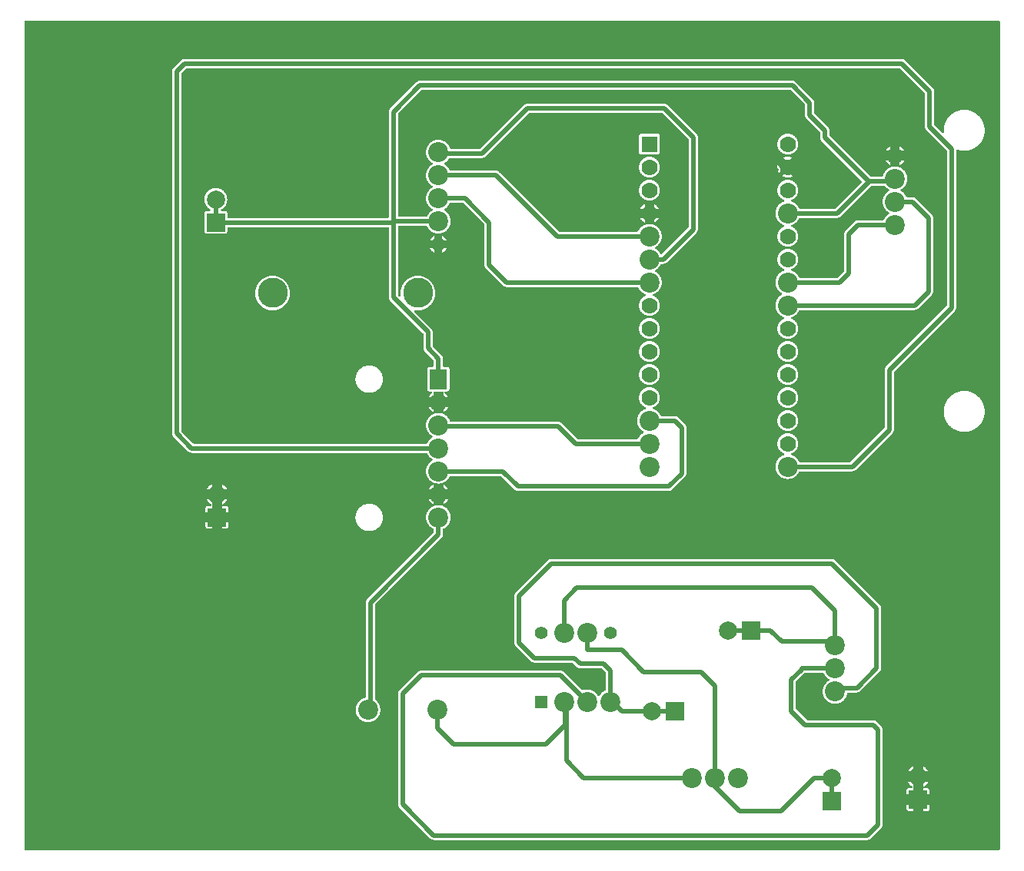
<source format=gbl>
G04 Layer: BottomLayer*
G04 EasyEDA v6.3.22, 2020-02-07T10:38:26+05:30*
G04 d98ca743bd924faf94c975302ac9eeb7,545d4b8ce55c4096bfffc31d6a5384ca,10*
G04 Gerber Generator version 0.2*
G04 Scale: 100 percent, Rotated: No, Reflected: No *
G04 Dimensions in millimeters *
G04 leading zeros omitted , absolute positions ,3 integer and 3 decimal *
%FSLAX33Y33*%
%MOMM*%
G90*
G71D02*

%ADD11R,1.999996X1.999996*%
%ADD12C,1.999996*%
%ADD13C,2.199996*%
%ADD14C,1.778000*%
%ADD15R,1.778000X1.778000*%
%ADD16C,1.799996*%
%ADD17R,1.919986X2.199996*%
%ADD18C,1.919986*%
%ADD19C,3.302000*%
%ADD20C,1.524000*%
%ADD21R,1.397000X1.397000*%
%ADD22C,1.397000*%
%ADD23C,0.499999*%

%LPD*%
G36*
G01X107591Y91691D02*
G01X358Y91691D01*
G01X343Y91690D01*
G01X329Y91687D01*
G01X315Y91682D01*
G01X303Y91675D01*
G01X291Y91666D01*
G01X281Y91656D01*
G01X272Y91644D01*
G01X265Y91632D01*
G01X260Y91618D01*
G01X257Y91604D01*
G01X256Y91589D01*
G01X256Y358D01*
G01X257Y343D01*
G01X260Y329D01*
G01X265Y315D01*
G01X272Y303D01*
G01X281Y291D01*
G01X291Y281D01*
G01X303Y272D01*
G01X315Y265D01*
G01X329Y260D01*
G01X343Y257D01*
G01X358Y256D01*
G01X107591Y256D01*
G01X107606Y257D01*
G01X107620Y260D01*
G01X107634Y265D01*
G01X107646Y272D01*
G01X107658Y281D01*
G01X107668Y291D01*
G01X107677Y303D01*
G01X107684Y315D01*
G01X107689Y329D01*
G01X107692Y343D01*
G01X107693Y358D01*
G01X107693Y91589D01*
G01X107692Y91604D01*
G01X107689Y91618D01*
G01X107684Y91632D01*
G01X107677Y91644D01*
G01X107668Y91656D01*
G01X107658Y91666D01*
G01X107646Y91675D01*
G01X107634Y91682D01*
G01X107620Y91687D01*
G01X107606Y91690D01*
G01X107591Y91691D01*
G37*

%LPC*%
G36*
G01X38283Y53702D02*
G01X38227Y53703D01*
G01X38170Y53702D01*
G01X38114Y53699D01*
G01X38058Y53694D01*
G01X38002Y53686D01*
G01X37947Y53677D01*
G01X37891Y53665D01*
G01X37836Y53652D01*
G01X37783Y53636D01*
G01X37729Y53618D01*
G01X37676Y53599D01*
G01X37624Y53577D01*
G01X37573Y53554D01*
G01X37522Y53528D01*
G01X37473Y53501D01*
G01X37425Y53472D01*
G01X37378Y53441D01*
G01X37332Y53409D01*
G01X37287Y53375D01*
G01X37244Y53338D01*
G01X37202Y53301D01*
G01X37161Y53262D01*
G01X37122Y53221D01*
G01X37085Y53179D01*
G01X37048Y53136D01*
G01X37014Y53091D01*
G01X36982Y53045D01*
G01X36951Y52998D01*
G01X36922Y52950D01*
G01X36895Y52901D01*
G01X36869Y52850D01*
G01X36846Y52799D01*
G01X36824Y52747D01*
G01X36805Y52694D01*
G01X36787Y52640D01*
G01X36771Y52587D01*
G01X36758Y52532D01*
G01X36746Y52476D01*
G01X36737Y52421D01*
G01X36729Y52365D01*
G01X36724Y52309D01*
G01X36721Y52253D01*
G01X36720Y52197D01*
G01X36721Y52140D01*
G01X36724Y52084D01*
G01X36729Y52028D01*
G01X36737Y51972D01*
G01X36746Y51917D01*
G01X36758Y51861D01*
G01X36771Y51806D01*
G01X36787Y51753D01*
G01X36805Y51699D01*
G01X36824Y51646D01*
G01X36846Y51594D01*
G01X36869Y51543D01*
G01X36895Y51492D01*
G01X36922Y51443D01*
G01X36951Y51395D01*
G01X36982Y51348D01*
G01X37014Y51302D01*
G01X37048Y51257D01*
G01X37085Y51214D01*
G01X37122Y51172D01*
G01X37161Y51131D01*
G01X37202Y51092D01*
G01X37244Y51055D01*
G01X37287Y51018D01*
G01X37332Y50984D01*
G01X37378Y50952D01*
G01X37425Y50921D01*
G01X37473Y50892D01*
G01X37522Y50865D01*
G01X37573Y50839D01*
G01X37624Y50816D01*
G01X37676Y50794D01*
G01X37729Y50775D01*
G01X37783Y50757D01*
G01X37836Y50741D01*
G01X37891Y50728D01*
G01X37947Y50716D01*
G01X38002Y50707D01*
G01X38058Y50699D01*
G01X38114Y50694D01*
G01X38170Y50691D01*
G01X38227Y50690D01*
G01X38283Y50691D01*
G01X38339Y50694D01*
G01X38395Y50699D01*
G01X38451Y50707D01*
G01X38506Y50716D01*
G01X38562Y50728D01*
G01X38617Y50741D01*
G01X38670Y50757D01*
G01X38724Y50775D01*
G01X38777Y50794D01*
G01X38829Y50816D01*
G01X38880Y50839D01*
G01X38931Y50865D01*
G01X38980Y50892D01*
G01X39028Y50921D01*
G01X39075Y50952D01*
G01X39121Y50984D01*
G01X39166Y51018D01*
G01X39209Y51055D01*
G01X39251Y51092D01*
G01X39292Y51131D01*
G01X39331Y51172D01*
G01X39368Y51214D01*
G01X39405Y51257D01*
G01X39439Y51302D01*
G01X39471Y51348D01*
G01X39502Y51395D01*
G01X39531Y51443D01*
G01X39558Y51492D01*
G01X39584Y51543D01*
G01X39607Y51594D01*
G01X39629Y51646D01*
G01X39648Y51699D01*
G01X39666Y51753D01*
G01X39682Y51806D01*
G01X39695Y51861D01*
G01X39707Y51917D01*
G01X39716Y51972D01*
G01X39724Y52028D01*
G01X39729Y52084D01*
G01X39732Y52140D01*
G01X39733Y52197D01*
G01X39732Y52253D01*
G01X39729Y52309D01*
G01X39724Y52365D01*
G01X39716Y52421D01*
G01X39707Y52476D01*
G01X39695Y52532D01*
G01X39682Y52587D01*
G01X39666Y52640D01*
G01X39648Y52694D01*
G01X39629Y52747D01*
G01X39607Y52799D01*
G01X39584Y52850D01*
G01X39558Y52901D01*
G01X39531Y52950D01*
G01X39502Y52998D01*
G01X39471Y53045D01*
G01X39439Y53091D01*
G01X39405Y53136D01*
G01X39368Y53179D01*
G01X39331Y53221D01*
G01X39292Y53262D01*
G01X39251Y53301D01*
G01X39209Y53338D01*
G01X39166Y53375D01*
G01X39121Y53409D01*
G01X39075Y53441D01*
G01X39028Y53472D01*
G01X38980Y53501D01*
G01X38931Y53528D01*
G01X38880Y53554D01*
G01X38829Y53577D01*
G01X38777Y53599D01*
G01X38724Y53618D01*
G01X38670Y53636D01*
G01X38617Y53652D01*
G01X38562Y53665D01*
G01X38506Y53677D01*
G01X38451Y53686D01*
G01X38395Y53694D01*
G01X38339Y53699D01*
G01X38283Y53702D01*
G37*
G36*
G01X98115Y5278D02*
G01X97422Y5278D01*
G01X97422Y4841D01*
G01X97423Y4818D01*
G01X97426Y4795D01*
G01X97432Y4771D01*
G01X97439Y4749D01*
G01X97449Y4727D01*
G01X97460Y4707D01*
G01X97474Y4687D01*
G01X97489Y4669D01*
G01X97506Y4652D01*
G01X97524Y4637D01*
G01X97544Y4623D01*
G01X97564Y4612D01*
G01X97586Y4602D01*
G01X97608Y4595D01*
G01X97632Y4589D01*
G01X97655Y4586D01*
G01X97679Y4585D01*
G01X98115Y4585D01*
G01X98115Y5278D01*
G37*
G36*
G01X99935Y5278D02*
G01X99242Y5278D01*
G01X99242Y4585D01*
G01X99679Y4585D01*
G01X99702Y4586D01*
G01X99725Y4589D01*
G01X99749Y4595D01*
G01X99771Y4602D01*
G01X99793Y4612D01*
G01X99813Y4623D01*
G01X99833Y4637D01*
G01X99851Y4652D01*
G01X99868Y4669D01*
G01X99883Y4687D01*
G01X99897Y4707D01*
G01X99908Y4727D01*
G01X99918Y4749D01*
G01X99925Y4771D01*
G01X99931Y4795D01*
G01X99934Y4818D01*
G01X99935Y4841D01*
G01X99935Y5278D01*
G37*
G36*
G01X99802Y7818D02*
G01X99242Y7818D01*
G01X99242Y6405D01*
G01X99935Y6405D01*
G01X99935Y6841D01*
G01X99934Y6865D01*
G01X99931Y6888D01*
G01X99925Y6912D01*
G01X99918Y6934D01*
G01X99908Y6956D01*
G01X99897Y6976D01*
G01X99883Y6996D01*
G01X99868Y7014D01*
G01X99851Y7031D01*
G01X99833Y7046D01*
G01X99813Y7060D01*
G01X99793Y7071D01*
G01X99771Y7081D01*
G01X99749Y7088D01*
G01X99725Y7094D01*
G01X99702Y7097D01*
G01X99679Y7098D01*
G01X99348Y7098D01*
G01X99333Y7099D01*
G01X99319Y7102D01*
G01X99305Y7107D01*
G01X99293Y7114D01*
G01X99281Y7123D01*
G01X99271Y7133D01*
G01X99262Y7145D01*
G01X99255Y7157D01*
G01X99250Y7171D01*
G01X99247Y7185D01*
G01X99246Y7200D01*
G01X99247Y7215D01*
G01X99251Y7230D01*
G01X99256Y7244D01*
G01X99264Y7257D01*
G01X99273Y7269D01*
G01X99285Y7280D01*
G01X99298Y7288D01*
G01X99343Y7315D01*
G01X99388Y7344D01*
G01X99431Y7375D01*
G01X99473Y7408D01*
G01X99513Y7442D01*
G01X99552Y7478D01*
G01X99589Y7515D01*
G01X99625Y7554D01*
G01X99659Y7595D01*
G01X99691Y7637D01*
G01X99721Y7681D01*
G01X99750Y7725D01*
G01X99777Y7771D01*
G01X99802Y7818D01*
G37*
G36*
G01X98115Y7818D02*
G01X97555Y7818D01*
G01X97580Y7771D01*
G01X97607Y7725D01*
G01X97636Y7681D01*
G01X97666Y7637D01*
G01X97698Y7595D01*
G01X97732Y7554D01*
G01X97768Y7515D01*
G01X97805Y7478D01*
G01X97844Y7442D01*
G01X97884Y7408D01*
G01X97926Y7375D01*
G01X97969Y7344D01*
G01X98014Y7315D01*
G01X98059Y7288D01*
G01X98072Y7280D01*
G01X98084Y7269D01*
G01X98093Y7257D01*
G01X98101Y7244D01*
G01X98106Y7230D01*
G01X98110Y7215D01*
G01X98111Y7199D01*
G01X98110Y7185D01*
G01X98107Y7171D01*
G01X98102Y7157D01*
G01X98095Y7145D01*
G01X98086Y7133D01*
G01X98076Y7123D01*
G01X98064Y7114D01*
G01X98052Y7107D01*
G01X98038Y7102D01*
G01X98024Y7099D01*
G01X98009Y7098D01*
G01X97679Y7098D01*
G01X97655Y7097D01*
G01X97632Y7094D01*
G01X97608Y7088D01*
G01X97586Y7081D01*
G01X97564Y7071D01*
G01X97544Y7060D01*
G01X97524Y7046D01*
G01X97506Y7031D01*
G01X97489Y7014D01*
G01X97474Y6996D01*
G01X97460Y6976D01*
G01X97449Y6956D01*
G01X97439Y6934D01*
G01X97432Y6912D01*
G01X97426Y6888D01*
G01X97423Y6865D01*
G01X97422Y6841D01*
G01X97422Y6405D01*
G01X98115Y6405D01*
G01X98115Y7818D01*
G37*
G36*
G01X99290Y9479D02*
G01X99242Y9505D01*
G01X99242Y8945D01*
G01X99802Y8945D01*
G01X99776Y8993D01*
G01X99749Y9039D01*
G01X99720Y9084D01*
G01X99689Y9128D01*
G01X99656Y9170D01*
G01X99622Y9211D01*
G01X99586Y9251D01*
G01X99548Y9289D01*
G01X99508Y9325D01*
G01X99467Y9359D01*
G01X99425Y9392D01*
G01X99381Y9423D01*
G01X99336Y9452D01*
G01X99290Y9479D01*
G37*
G36*
G01X98115Y8945D02*
G01X98115Y9505D01*
G01X98067Y9479D01*
G01X98021Y9452D01*
G01X97976Y9423D01*
G01X97932Y9392D01*
G01X97890Y9359D01*
G01X97849Y9325D01*
G01X97809Y9289D01*
G01X97771Y9251D01*
G01X97735Y9211D01*
G01X97701Y9170D01*
G01X97668Y9128D01*
G01X97637Y9084D01*
G01X97608Y9039D01*
G01X97581Y8993D01*
G01X97555Y8945D01*
G01X98115Y8945D01*
G37*
G36*
G01X45906Y38312D02*
G01X45847Y38313D01*
G01X45787Y38312D01*
G01X45727Y38308D01*
G01X45668Y38301D01*
G01X45609Y38292D01*
G01X45550Y38280D01*
G01X45492Y38266D01*
G01X45436Y38249D01*
G01X45420Y38246D01*
G01X45405Y38244D01*
G01X45389Y38246D01*
G01X45373Y38249D01*
G01X45364Y38237D01*
G01X45353Y38225D01*
G01X45340Y38216D01*
G01X45326Y38209D01*
G01X45277Y38188D01*
G01X45229Y38165D01*
G01X45183Y38140D01*
G01X45137Y38112D01*
G01X45092Y38084D01*
G01X45048Y38053D01*
G01X45006Y38021D01*
G01X44965Y37987D01*
G01X44925Y37952D01*
G01X44886Y37915D01*
G01X44814Y37837D01*
G01X44781Y37796D01*
G01X44749Y37753D01*
G01X44718Y37709D01*
G01X44689Y37665D01*
G01X44662Y37619D01*
G01X44637Y37572D01*
G01X44614Y37524D01*
G01X44593Y37475D01*
G01X44573Y37425D01*
G01X44556Y37375D01*
G01X44541Y37324D01*
G01X44527Y37273D01*
G01X44516Y37221D01*
G01X44506Y37168D01*
G01X44499Y37116D01*
G01X44494Y37063D01*
G01X44491Y37010D01*
G01X44490Y36957D01*
G01X44491Y36903D01*
G01X44494Y36850D01*
G01X44499Y36797D01*
G01X44507Y36744D01*
G01X44516Y36691D01*
G01X44528Y36640D01*
G01X44541Y36588D01*
G01X44557Y36537D01*
G01X44574Y36486D01*
G01X44594Y36437D01*
G01X44615Y36388D01*
G01X44638Y36340D01*
G01X44663Y36293D01*
G01X44690Y36247D01*
G01X44719Y36202D01*
G01X44750Y36158D01*
G01X44782Y36116D01*
G01X44816Y36075D01*
G01X44851Y36034D01*
G01X44888Y35996D01*
G01X44927Y35959D01*
G01X44967Y35924D01*
G01X45008Y35890D01*
G01X45051Y35858D01*
G01X45095Y35827D01*
G01X45139Y35799D01*
G01X45186Y35772D01*
G01X45233Y35747D01*
G01X45281Y35724D01*
G01X45305Y35708D01*
G01X45315Y35698D01*
G01X45324Y35686D01*
G01X45331Y35673D01*
G01X45336Y35660D01*
G01X45339Y35646D01*
G01X45340Y35631D01*
G01X45340Y35303D01*
G01X45339Y35288D01*
G01X45335Y35272D01*
G01X45329Y35257D01*
G01X45321Y35244D01*
G01X45310Y35231D01*
G01X37995Y27917D01*
G01X37973Y27892D01*
G01X37952Y27867D01*
G01X37932Y27840D01*
G01X37915Y27812D01*
G01X37899Y27783D01*
G01X37886Y27753D01*
G01X37874Y27722D01*
G01X37864Y27690D01*
G01X37857Y27658D01*
G01X37851Y27625D01*
G01X37848Y27592D01*
G01X37847Y27559D01*
G01X37847Y17162D01*
G01X37846Y17147D01*
G01X37842Y17132D01*
G01X37837Y17119D01*
G01X37830Y17105D01*
G01X37821Y17094D01*
G01X37810Y17084D01*
G01X37798Y17075D01*
G01X37784Y17068D01*
G01X37770Y17063D01*
G01X37719Y17050D01*
G01X37669Y17034D01*
G01X37619Y17016D01*
G01X37570Y16996D01*
G01X37521Y16975D01*
G01X37474Y16951D01*
G01X37427Y16926D01*
G01X37382Y16899D01*
G01X37338Y16870D01*
G01X37295Y16840D01*
G01X37253Y16807D01*
G01X37212Y16774D01*
G01X37173Y16738D01*
G01X37135Y16701D01*
G01X37098Y16663D01*
G01X37064Y16623D01*
G01X37030Y16582D01*
G01X36998Y16540D01*
G01X36968Y16496D01*
G01X36940Y16452D01*
G01X36913Y16406D01*
G01X36889Y16359D01*
G01X36866Y16311D01*
G01X36845Y16263D01*
G01X36825Y16214D01*
G01X36808Y16164D01*
G01X36793Y16113D01*
G01X36780Y16062D01*
G01X36769Y16010D01*
G01X36759Y15958D01*
G01X36752Y15906D01*
G01X36747Y15853D01*
G01X36744Y15800D01*
G01X36743Y15748D01*
G01X36744Y15694D01*
G01X36747Y15641D01*
G01X36752Y15588D01*
G01X36760Y15535D01*
G01X36769Y15483D01*
G01X36780Y15431D01*
G01X36794Y15379D01*
G01X36809Y15328D01*
G01X36827Y15278D01*
G01X36846Y15228D01*
G01X36868Y15180D01*
G01X36891Y15132D01*
G01X36916Y15085D01*
G01X36943Y15039D01*
G01X36972Y14994D01*
G01X37002Y14950D01*
G01X37034Y14908D01*
G01X37068Y14867D01*
G01X37103Y14826D01*
G01X37140Y14788D01*
G01X37178Y14751D01*
G01X37219Y14716D01*
G01X37260Y14682D01*
G01X37302Y14650D01*
G01X37346Y14620D01*
G01X37391Y14591D01*
G01X37437Y14564D01*
G01X37484Y14539D01*
G01X37532Y14516D01*
G01X37580Y14494D01*
G01X37630Y14475D01*
G01X37680Y14457D01*
G01X37731Y14442D01*
G01X37783Y14428D01*
G01X37835Y14417D01*
G01X37887Y14408D01*
G01X37940Y14400D01*
G01X37993Y14395D01*
G01X38046Y14392D01*
G01X38100Y14391D01*
G01X38153Y14392D01*
G01X38206Y14395D01*
G01X38259Y14400D01*
G01X38312Y14408D01*
G01X38364Y14417D01*
G01X38416Y14428D01*
G01X38468Y14442D01*
G01X38519Y14457D01*
G01X38569Y14475D01*
G01X38619Y14494D01*
G01X38667Y14516D01*
G01X38715Y14539D01*
G01X38762Y14564D01*
G01X38808Y14591D01*
G01X38853Y14620D01*
G01X38897Y14650D01*
G01X38939Y14682D01*
G01X38980Y14716D01*
G01X39021Y14751D01*
G01X39059Y14788D01*
G01X39096Y14826D01*
G01X39131Y14867D01*
G01X39165Y14908D01*
G01X39197Y14950D01*
G01X39227Y14994D01*
G01X39256Y15039D01*
G01X39283Y15085D01*
G01X39308Y15132D01*
G01X39331Y15180D01*
G01X39353Y15228D01*
G01X39372Y15278D01*
G01X39390Y15328D01*
G01X39405Y15379D01*
G01X39419Y15431D01*
G01X39430Y15483D01*
G01X39439Y15535D01*
G01X39447Y15588D01*
G01X39452Y15641D01*
G01X39455Y15694D01*
G01X39456Y15748D01*
G01X39455Y15800D01*
G01X39452Y15854D01*
G01X39447Y15906D01*
G01X39440Y15959D01*
G01X39430Y16011D01*
G01X39419Y16063D01*
G01X39406Y16114D01*
G01X39390Y16165D01*
G01X39373Y16215D01*
G01X39354Y16264D01*
G01X39332Y16313D01*
G01X39310Y16361D01*
G01X39285Y16407D01*
G01X39258Y16454D01*
G01X39229Y16498D01*
G01X39199Y16542D01*
G01X39167Y16584D01*
G01X39134Y16625D01*
G01X39099Y16665D01*
G01X39062Y16703D01*
G01X39024Y16740D01*
G01X38984Y16776D01*
G01X38944Y16809D01*
G01X38902Y16842D01*
G01X38889Y16852D01*
G01X38879Y16864D01*
G01X38871Y16877D01*
G01X38865Y16892D01*
G01X38862Y16908D01*
G01X38860Y16924D01*
G01X38860Y27307D01*
G01X38862Y27322D01*
G01X38865Y27338D01*
G01X38871Y27353D01*
G01X38879Y27366D01*
G01X38890Y27379D01*
G01X46205Y34693D01*
G01X46228Y34718D01*
G01X46248Y34743D01*
G01X46268Y34770D01*
G01X46285Y34798D01*
G01X46301Y34827D01*
G01X46314Y34857D01*
G01X46326Y34888D01*
G01X46336Y34920D01*
G01X46343Y34952D01*
G01X46349Y34985D01*
G01X46352Y35018D01*
G01X46353Y35052D01*
G01X46353Y35631D01*
G01X46354Y35646D01*
G01X46357Y35660D01*
G01X46362Y35673D01*
G01X46369Y35686D01*
G01X46378Y35698D01*
G01X46388Y35708D01*
G01X46412Y35724D01*
G01X46460Y35747D01*
G01X46507Y35772D01*
G01X46554Y35799D01*
G01X46598Y35827D01*
G01X46642Y35858D01*
G01X46685Y35890D01*
G01X46726Y35924D01*
G01X46766Y35959D01*
G01X46805Y35996D01*
G01X46842Y36034D01*
G01X46877Y36075D01*
G01X46911Y36116D01*
G01X46943Y36158D01*
G01X46974Y36202D01*
G01X47003Y36247D01*
G01X47030Y36293D01*
G01X47055Y36340D01*
G01X47078Y36388D01*
G01X47099Y36437D01*
G01X47119Y36486D01*
G01X47136Y36537D01*
G01X47152Y36588D01*
G01X47165Y36640D01*
G01X47177Y36691D01*
G01X47186Y36744D01*
G01X47194Y36797D01*
G01X47199Y36850D01*
G01X47202Y36903D01*
G01X47203Y36957D01*
G01X47202Y37010D01*
G01X47199Y37063D01*
G01X47194Y37116D01*
G01X47187Y37168D01*
G01X47177Y37221D01*
G01X47166Y37273D01*
G01X47152Y37324D01*
G01X47137Y37375D01*
G01X47120Y37425D01*
G01X47100Y37475D01*
G01X47079Y37524D01*
G01X47056Y37572D01*
G01X47031Y37619D01*
G01X47004Y37665D01*
G01X46975Y37709D01*
G01X46944Y37753D01*
G01X46912Y37796D01*
G01X46879Y37837D01*
G01X46807Y37915D01*
G01X46768Y37952D01*
G01X46728Y37987D01*
G01X46687Y38021D01*
G01X46645Y38053D01*
G01X46601Y38084D01*
G01X46556Y38112D01*
G01X46510Y38140D01*
G01X46464Y38165D01*
G01X46416Y38188D01*
G01X46367Y38209D01*
G01X46353Y38216D01*
G01X46340Y38225D01*
G01X46329Y38237D01*
G01X46320Y38249D01*
G01X46304Y38246D01*
G01X46288Y38244D01*
G01X46273Y38246D01*
G01X46257Y38249D01*
G01X46201Y38266D01*
G01X46143Y38280D01*
G01X46084Y38292D01*
G01X46025Y38301D01*
G01X45966Y38308D01*
G01X45906Y38312D01*
G37*
G36*
G01X96740Y77823D02*
G01X96652Y77871D01*
G01X96652Y77348D01*
G01X97175Y77348D01*
G01X97127Y77436D01*
G01X97100Y77478D01*
G01X97071Y77519D01*
G01X97040Y77559D01*
G01X97008Y77598D01*
G01X96974Y77635D01*
G01X96939Y77670D01*
G01X96902Y77704D01*
G01X96863Y77736D01*
G01X96823Y77767D01*
G01X96782Y77796D01*
G01X96740Y77823D01*
G37*
G36*
G01X95625Y77348D02*
G01X95625Y77871D01*
G01X95537Y77823D01*
G01X95495Y77796D01*
G01X95454Y77767D01*
G01X95414Y77736D01*
G01X95375Y77704D01*
G01X95338Y77670D01*
G01X95303Y77635D01*
G01X95269Y77598D01*
G01X95237Y77559D01*
G01X95206Y77519D01*
G01X95177Y77478D01*
G01X95150Y77436D01*
G01X95102Y77348D01*
G01X95625Y77348D01*
G37*
G36*
G01X84376Y79249D02*
G01X84328Y79250D01*
G01X84279Y79249D01*
G01X84230Y79246D01*
G01X84182Y79241D01*
G01X84134Y79234D01*
G01X84086Y79224D01*
G01X84039Y79213D01*
G01X83992Y79200D01*
G01X83946Y79185D01*
G01X83900Y79167D01*
G01X83856Y79148D01*
G01X83812Y79128D01*
G01X83769Y79105D01*
G01X83727Y79080D01*
G01X83686Y79053D01*
G01X83646Y79026D01*
G01X83608Y78996D01*
G01X83571Y78965D01*
G01X83535Y78932D01*
G01X83500Y78897D01*
G01X83467Y78861D01*
G01X83436Y78824D01*
G01X83406Y78786D01*
G01X83379Y78746D01*
G01X83352Y78705D01*
G01X83327Y78663D01*
G01X83304Y78620D01*
G01X83284Y78576D01*
G01X83265Y78532D01*
G01X83247Y78486D01*
G01X83232Y78440D01*
G01X83219Y78393D01*
G01X83208Y78346D01*
G01X83198Y78298D01*
G01X83191Y78250D01*
G01X83186Y78202D01*
G01X83183Y78153D01*
G01X83182Y78105D01*
G01X83183Y78056D01*
G01X83186Y78007D01*
G01X83191Y77959D01*
G01X83198Y77911D01*
G01X83208Y77863D01*
G01X83219Y77816D01*
G01X83232Y77769D01*
G01X83247Y77723D01*
G01X83265Y77677D01*
G01X83284Y77633D01*
G01X83304Y77589D01*
G01X83327Y77546D01*
G01X83352Y77504D01*
G01X83379Y77463D01*
G01X83406Y77423D01*
G01X83436Y77385D01*
G01X83467Y77348D01*
G01X83500Y77312D01*
G01X83535Y77277D01*
G01X83571Y77244D01*
G01X83608Y77213D01*
G01X83646Y77183D01*
G01X83686Y77156D01*
G01X83727Y77129D01*
G01X83769Y77104D01*
G01X83812Y77081D01*
G01X83856Y77061D01*
G01X83900Y77042D01*
G01X83946Y77024D01*
G01X83992Y77009D01*
G01X84039Y76996D01*
G01X84086Y76985D01*
G01X84134Y76975D01*
G01X84182Y76968D01*
G01X84230Y76963D01*
G01X84279Y76960D01*
G01X84328Y76959D01*
G01X84376Y76960D01*
G01X84425Y76963D01*
G01X84473Y76968D01*
G01X84521Y76975D01*
G01X84569Y76985D01*
G01X84616Y76996D01*
G01X84663Y77009D01*
G01X84709Y77024D01*
G01X84755Y77042D01*
G01X84799Y77061D01*
G01X84843Y77081D01*
G01X84886Y77104D01*
G01X84928Y77129D01*
G01X84969Y77156D01*
G01X85009Y77183D01*
G01X85047Y77213D01*
G01X85084Y77244D01*
G01X85120Y77277D01*
G01X85155Y77312D01*
G01X85188Y77348D01*
G01X85219Y77385D01*
G01X85249Y77423D01*
G01X85276Y77463D01*
G01X85303Y77504D01*
G01X85328Y77546D01*
G01X85351Y77589D01*
G01X85371Y77633D01*
G01X85390Y77677D01*
G01X85408Y77723D01*
G01X85423Y77769D01*
G01X85436Y77816D01*
G01X85447Y77863D01*
G01X85457Y77911D01*
G01X85464Y77959D01*
G01X85469Y78007D01*
G01X85472Y78056D01*
G01X85473Y78105D01*
G01X85472Y78153D01*
G01X85469Y78202D01*
G01X85464Y78250D01*
G01X85457Y78298D01*
G01X85447Y78346D01*
G01X85436Y78393D01*
G01X85423Y78440D01*
G01X85408Y78486D01*
G01X85390Y78532D01*
G01X85371Y78576D01*
G01X85351Y78620D01*
G01X85328Y78663D01*
G01X85303Y78705D01*
G01X85276Y78746D01*
G01X85249Y78786D01*
G01X85219Y78824D01*
G01X85188Y78861D01*
G01X85155Y78897D01*
G01X85120Y78932D01*
G01X85084Y78965D01*
G01X85047Y78996D01*
G01X85009Y79026D01*
G01X84969Y79053D01*
G01X84928Y79080D01*
G01X84886Y79105D01*
G01X84843Y79128D01*
G01X84799Y79148D01*
G01X84755Y79167D01*
G01X84709Y79185D01*
G01X84663Y79200D01*
G01X84616Y79213D01*
G01X84569Y79224D01*
G01X84521Y79234D01*
G01X84473Y79241D01*
G01X84425Y79246D01*
G01X84376Y79249D01*
G37*
G36*
G01X38283Y38462D02*
G01X38227Y38463D01*
G01X38170Y38462D01*
G01X38114Y38459D01*
G01X38058Y38454D01*
G01X38002Y38446D01*
G01X37947Y38437D01*
G01X37891Y38425D01*
G01X37836Y38412D01*
G01X37783Y38396D01*
G01X37729Y38378D01*
G01X37676Y38359D01*
G01X37624Y38337D01*
G01X37573Y38314D01*
G01X37522Y38288D01*
G01X37473Y38261D01*
G01X37425Y38232D01*
G01X37378Y38201D01*
G01X37332Y38169D01*
G01X37287Y38135D01*
G01X37244Y38098D01*
G01X37202Y38061D01*
G01X37161Y38022D01*
G01X37122Y37981D01*
G01X37085Y37939D01*
G01X37048Y37896D01*
G01X37014Y37851D01*
G01X36982Y37805D01*
G01X36951Y37758D01*
G01X36922Y37710D01*
G01X36895Y37661D01*
G01X36869Y37610D01*
G01X36846Y37559D01*
G01X36824Y37507D01*
G01X36805Y37454D01*
G01X36787Y37400D01*
G01X36771Y37347D01*
G01X36758Y37292D01*
G01X36746Y37236D01*
G01X36737Y37181D01*
G01X36729Y37125D01*
G01X36724Y37069D01*
G01X36721Y37013D01*
G01X36720Y36957D01*
G01X36721Y36900D01*
G01X36724Y36844D01*
G01X36729Y36788D01*
G01X36737Y36732D01*
G01X36746Y36677D01*
G01X36758Y36621D01*
G01X36771Y36566D01*
G01X36787Y36513D01*
G01X36805Y36459D01*
G01X36824Y36406D01*
G01X36846Y36354D01*
G01X36869Y36303D01*
G01X36895Y36252D01*
G01X36922Y36203D01*
G01X36951Y36155D01*
G01X36982Y36108D01*
G01X37014Y36062D01*
G01X37048Y36017D01*
G01X37085Y35974D01*
G01X37122Y35932D01*
G01X37161Y35891D01*
G01X37202Y35852D01*
G01X37244Y35815D01*
G01X37287Y35778D01*
G01X37332Y35744D01*
G01X37378Y35712D01*
G01X37425Y35681D01*
G01X37473Y35652D01*
G01X37522Y35625D01*
G01X37573Y35599D01*
G01X37624Y35576D01*
G01X37676Y35554D01*
G01X37729Y35535D01*
G01X37783Y35517D01*
G01X37836Y35501D01*
G01X37891Y35488D01*
G01X37947Y35476D01*
G01X38002Y35467D01*
G01X38058Y35459D01*
G01X38114Y35454D01*
G01X38170Y35451D01*
G01X38227Y35450D01*
G01X38283Y35451D01*
G01X38339Y35454D01*
G01X38395Y35459D01*
G01X38451Y35467D01*
G01X38506Y35476D01*
G01X38562Y35488D01*
G01X38617Y35501D01*
G01X38670Y35517D01*
G01X38724Y35535D01*
G01X38777Y35554D01*
G01X38829Y35576D01*
G01X38880Y35599D01*
G01X38931Y35625D01*
G01X38980Y35652D01*
G01X39028Y35681D01*
G01X39075Y35712D01*
G01X39121Y35744D01*
G01X39166Y35778D01*
G01X39209Y35815D01*
G01X39251Y35852D01*
G01X39292Y35891D01*
G01X39331Y35932D01*
G01X39368Y35974D01*
G01X39405Y36017D01*
G01X39439Y36062D01*
G01X39471Y36108D01*
G01X39502Y36155D01*
G01X39531Y36203D01*
G01X39558Y36252D01*
G01X39584Y36303D01*
G01X39607Y36354D01*
G01X39629Y36406D01*
G01X39648Y36459D01*
G01X39666Y36513D01*
G01X39682Y36566D01*
G01X39695Y36621D01*
G01X39707Y36677D01*
G01X39716Y36732D01*
G01X39724Y36788D01*
G01X39729Y36844D01*
G01X39732Y36900D01*
G01X39733Y36957D01*
G01X39732Y37013D01*
G01X39729Y37069D01*
G01X39724Y37125D01*
G01X39716Y37181D01*
G01X39707Y37236D01*
G01X39695Y37292D01*
G01X39682Y37347D01*
G01X39666Y37400D01*
G01X39648Y37454D01*
G01X39629Y37507D01*
G01X39607Y37559D01*
G01X39584Y37610D01*
G01X39558Y37661D01*
G01X39531Y37710D01*
G01X39502Y37758D01*
G01X39471Y37805D01*
G01X39439Y37851D01*
G01X39405Y37896D01*
G01X39368Y37939D01*
G01X39331Y37981D01*
G01X39292Y38022D01*
G01X39251Y38061D01*
G01X39209Y38098D01*
G01X39166Y38135D01*
G01X39121Y38169D01*
G01X39075Y38201D01*
G01X39028Y38232D01*
G01X38980Y38261D01*
G01X38931Y38288D01*
G01X38880Y38314D01*
G01X38829Y38337D01*
G01X38777Y38359D01*
G01X38724Y38378D01*
G01X38670Y38396D01*
G01X38617Y38412D01*
G01X38562Y38425D01*
G01X38506Y38437D01*
G01X38451Y38446D01*
G01X38395Y38454D01*
G01X38339Y38459D01*
G01X38283Y38462D01*
G37*
G36*
G01X20899Y36393D02*
G01X20206Y36393D01*
G01X20206Y35956D01*
G01X20207Y35933D01*
G01X20210Y35910D01*
G01X20216Y35886D01*
G01X20223Y35864D01*
G01X20233Y35842D01*
G01X20244Y35822D01*
G01X20258Y35802D01*
G01X20273Y35784D01*
G01X20290Y35767D01*
G01X20308Y35752D01*
G01X20328Y35738D01*
G01X20348Y35727D01*
G01X20370Y35717D01*
G01X20392Y35710D01*
G01X20416Y35704D01*
G01X20439Y35701D01*
G01X20463Y35700D01*
G01X20899Y35700D01*
G01X20899Y36393D01*
G37*
G36*
G01X22719Y36393D02*
G01X22026Y36393D01*
G01X22026Y35700D01*
G01X22463Y35700D01*
G01X22486Y35701D01*
G01X22509Y35704D01*
G01X22533Y35710D01*
G01X22555Y35717D01*
G01X22577Y35727D01*
G01X22597Y35738D01*
G01X22617Y35752D01*
G01X22635Y35767D01*
G01X22652Y35784D01*
G01X22667Y35802D01*
G01X22681Y35822D01*
G01X22692Y35842D01*
G01X22702Y35864D01*
G01X22709Y35886D01*
G01X22715Y35910D01*
G01X22718Y35933D01*
G01X22719Y35956D01*
G01X22719Y36393D01*
G37*
G36*
G01X20899Y38933D02*
G01X20339Y38933D01*
G01X20364Y38886D01*
G01X20391Y38840D01*
G01X20420Y38796D01*
G01X20450Y38752D01*
G01X20482Y38710D01*
G01X20516Y38669D01*
G01X20552Y38630D01*
G01X20589Y38593D01*
G01X20628Y38557D01*
G01X20668Y38523D01*
G01X20710Y38490D01*
G01X20753Y38459D01*
G01X20798Y38430D01*
G01X20843Y38403D01*
G01X20856Y38395D01*
G01X20868Y38384D01*
G01X20877Y38372D01*
G01X20885Y38359D01*
G01X20890Y38345D01*
G01X20894Y38330D01*
G01X20895Y38314D01*
G01X20894Y38300D01*
G01X20891Y38286D01*
G01X20886Y38272D01*
G01X20879Y38260D01*
G01X20870Y38248D01*
G01X20860Y38238D01*
G01X20848Y38229D01*
G01X20836Y38222D01*
G01X20822Y38217D01*
G01X20808Y38214D01*
G01X20793Y38213D01*
G01X20463Y38213D01*
G01X20439Y38212D01*
G01X20416Y38209D01*
G01X20392Y38203D01*
G01X20370Y38196D01*
G01X20348Y38186D01*
G01X20328Y38175D01*
G01X20308Y38161D01*
G01X20290Y38146D01*
G01X20273Y38129D01*
G01X20258Y38111D01*
G01X20244Y38091D01*
G01X20233Y38071D01*
G01X20223Y38049D01*
G01X20216Y38027D01*
G01X20210Y38003D01*
G01X20207Y37980D01*
G01X20206Y37956D01*
G01X20206Y37520D01*
G01X20899Y37520D01*
G01X20899Y38933D01*
G37*
G36*
G01X22586Y38933D02*
G01X22026Y38933D01*
G01X22026Y37520D01*
G01X22719Y37520D01*
G01X22719Y37956D01*
G01X22718Y37980D01*
G01X22715Y38003D01*
G01X22709Y38027D01*
G01X22702Y38049D01*
G01X22692Y38071D01*
G01X22681Y38091D01*
G01X22667Y38111D01*
G01X22652Y38129D01*
G01X22635Y38146D01*
G01X22617Y38161D01*
G01X22597Y38175D01*
G01X22577Y38186D01*
G01X22555Y38196D01*
G01X22533Y38203D01*
G01X22509Y38209D01*
G01X22486Y38212D01*
G01X22463Y38213D01*
G01X22132Y38213D01*
G01X22117Y38214D01*
G01X22103Y38217D01*
G01X22089Y38222D01*
G01X22077Y38229D01*
G01X22065Y38238D01*
G01X22055Y38248D01*
G01X22046Y38260D01*
G01X22039Y38272D01*
G01X22034Y38286D01*
G01X22031Y38300D01*
G01X22030Y38315D01*
G01X22031Y38330D01*
G01X22035Y38345D01*
G01X22040Y38359D01*
G01X22048Y38372D01*
G01X22057Y38384D01*
G01X22069Y38395D01*
G01X22082Y38403D01*
G01X22127Y38430D01*
G01X22172Y38459D01*
G01X22215Y38490D01*
G01X22257Y38523D01*
G01X22297Y38557D01*
G01X22336Y38593D01*
G01X22373Y38630D01*
G01X22409Y38669D01*
G01X22443Y38710D01*
G01X22475Y38752D01*
G01X22505Y38796D01*
G01X22534Y38840D01*
G01X22561Y38886D01*
G01X22586Y38933D01*
G37*
G36*
G01X97175Y76321D02*
G01X96652Y76321D01*
G01X96652Y75798D01*
G01X96740Y75846D01*
G01X96782Y75873D01*
G01X96823Y75902D01*
G01X96863Y75933D01*
G01X96902Y75965D01*
G01X96939Y75999D01*
G01X96974Y76034D01*
G01X97008Y76071D01*
G01X97040Y76110D01*
G01X97071Y76150D01*
G01X97100Y76191D01*
G01X97127Y76233D01*
G01X97175Y76321D01*
G37*
G36*
G01X95625Y76321D02*
G01X95102Y76321D01*
G01X95150Y76233D01*
G01X95177Y76191D01*
G01X95206Y76150D01*
G01X95237Y76110D01*
G01X95269Y76071D01*
G01X95303Y76034D01*
G01X95338Y75999D01*
G01X95375Y75965D01*
G01X95414Y75933D01*
G01X95454Y75902D01*
G01X95495Y75873D01*
G01X95537Y75846D01*
G01X95625Y75798D01*
G01X95625Y76321D01*
G37*
G36*
G01X45303Y38953D02*
G01X44758Y38953D01*
G01X44782Y38907D01*
G01X44809Y38862D01*
G01X44837Y38818D01*
G01X44867Y38775D01*
G01X44899Y38733D01*
G01X44933Y38693D01*
G01X44968Y38655D01*
G01X45005Y38618D01*
G01X45043Y38583D01*
G01X45083Y38549D01*
G01X45125Y38517D01*
G01X45168Y38487D01*
G01X45212Y38459D01*
G01X45257Y38432D01*
G01X45303Y38408D01*
G01X45303Y38953D01*
G37*
G36*
G01X46935Y38953D02*
G01X46390Y38953D01*
G01X46390Y38408D01*
G01X46436Y38432D01*
G01X46482Y38459D01*
G01X46525Y38487D01*
G01X46568Y38517D01*
G01X46610Y38549D01*
G01X46650Y38583D01*
G01X46688Y38618D01*
G01X46725Y38655D01*
G01X46760Y38693D01*
G01X46794Y38733D01*
G01X46826Y38775D01*
G01X46856Y38818D01*
G01X46884Y38862D01*
G01X46911Y38907D01*
G01X46935Y38953D01*
G37*
G36*
G01X96901Y87501D02*
G01X17907Y87501D01*
G01X17873Y87500D01*
G01X17840Y87497D01*
G01X17807Y87491D01*
G01X17775Y87484D01*
G01X17743Y87474D01*
G01X17712Y87462D01*
G01X17682Y87449D01*
G01X17653Y87433D01*
G01X17625Y87416D01*
G01X17598Y87396D01*
G01X17573Y87376D01*
G01X17548Y87353D01*
G01X16659Y86464D01*
G01X16637Y86439D01*
G01X16616Y86414D01*
G01X16596Y86387D01*
G01X16579Y86359D01*
G01X16563Y86330D01*
G01X16550Y86300D01*
G01X16538Y86269D01*
G01X16528Y86237D01*
G01X16521Y86205D01*
G01X16515Y86172D01*
G01X16512Y86139D01*
G01X16511Y86106D01*
G01X16511Y46228D01*
G01X16512Y46194D01*
G01X16515Y46161D01*
G01X16521Y46128D01*
G01X16528Y46096D01*
G01X16538Y46064D01*
G01X16550Y46033D01*
G01X16563Y46003D01*
G01X16579Y45974D01*
G01X16596Y45946D01*
G01X16616Y45919D01*
G01X16637Y45894D01*
G01X16659Y45869D01*
G01X18310Y44218D01*
G01X18335Y44196D01*
G01X18360Y44175D01*
G01X18387Y44155D01*
G01X18415Y44138D01*
G01X18444Y44122D01*
G01X18474Y44109D01*
G01X18505Y44097D01*
G01X18537Y44087D01*
G01X18569Y44080D01*
G01X18602Y44074D01*
G01X18635Y44071D01*
G01X18669Y44070D01*
G01X44521Y44070D01*
G01X44536Y44069D01*
G01X44550Y44066D01*
G01X44563Y44061D01*
G01X44576Y44054D01*
G01X44588Y44045D01*
G01X44598Y44035D01*
G01X44614Y44011D01*
G01X44636Y43963D01*
G01X44662Y43916D01*
G01X44688Y43870D01*
G01X44717Y43825D01*
G01X44747Y43781D01*
G01X44779Y43739D01*
G01X44813Y43698D01*
G01X44848Y43658D01*
G01X44885Y43620D01*
G01X44923Y43583D01*
G01X44963Y43547D01*
G01X45004Y43514D01*
G01X45046Y43481D01*
G01X45090Y43451D01*
G01X45134Y43422D01*
G01X45180Y43395D01*
G01X45193Y43386D01*
G01X45204Y43376D01*
G01X45214Y43364D01*
G01X45222Y43351D01*
G01X45227Y43336D01*
G01X45230Y43322D01*
G01X45232Y43307D01*
G01X45230Y43291D01*
G01X45227Y43277D01*
G01X45222Y43262D01*
G01X45214Y43249D01*
G01X45204Y43237D01*
G01X45193Y43227D01*
G01X45180Y43218D01*
G01X45134Y43191D01*
G01X45090Y43162D01*
G01X45046Y43132D01*
G01X45004Y43100D01*
G01X44963Y43066D01*
G01X44923Y43031D01*
G01X44885Y42994D01*
G01X44848Y42955D01*
G01X44813Y42915D01*
G01X44780Y42874D01*
G01X44748Y42832D01*
G01X44717Y42788D01*
G01X44689Y42744D01*
G01X44662Y42697D01*
G01X44637Y42651D01*
G01X44614Y42603D01*
G01X44593Y42554D01*
G01X44573Y42505D01*
G01X44556Y42455D01*
G01X44540Y42404D01*
G01X44527Y42352D01*
G01X44516Y42300D01*
G01X44506Y42248D01*
G01X44499Y42196D01*
G01X44494Y42143D01*
G01X44491Y42090D01*
G01X44490Y42037D01*
G01X44491Y41983D01*
G01X44494Y41930D01*
G01X44499Y41877D01*
G01X44506Y41825D01*
G01X44516Y41772D01*
G01X44527Y41720D01*
G01X44541Y41669D01*
G01X44556Y41618D01*
G01X44573Y41568D01*
G01X44593Y41518D01*
G01X44614Y41469D01*
G01X44637Y41421D01*
G01X44662Y41374D01*
G01X44689Y41328D01*
G01X44718Y41284D01*
G01X44749Y41240D01*
G01X44781Y41197D01*
G01X44814Y41156D01*
G01X44886Y41078D01*
G01X44925Y41041D01*
G01X44965Y41006D01*
G01X45006Y40972D01*
G01X45048Y40940D01*
G01X45092Y40909D01*
G01X45137Y40881D01*
G01X45183Y40853D01*
G01X45229Y40828D01*
G01X45277Y40805D01*
G01X45326Y40784D01*
G01X45340Y40777D01*
G01X45353Y40768D01*
G01X45364Y40756D01*
G01X45373Y40744D01*
G01X45389Y40747D01*
G01X45405Y40749D01*
G01X45420Y40747D01*
G01X45436Y40744D01*
G01X45492Y40727D01*
G01X45550Y40713D01*
G01X45609Y40701D01*
G01X45668Y40692D01*
G01X45727Y40685D01*
G01X45787Y40681D01*
G01X45847Y40680D01*
G01X45906Y40681D01*
G01X45966Y40685D01*
G01X46025Y40692D01*
G01X46084Y40701D01*
G01X46143Y40713D01*
G01X46201Y40727D01*
G01X46257Y40744D01*
G01X46273Y40747D01*
G01X46288Y40749D01*
G01X46304Y40747D01*
G01X46320Y40744D01*
G01X46329Y40756D01*
G01X46340Y40768D01*
G01X46353Y40777D01*
G01X46367Y40784D01*
G01X46416Y40805D01*
G01X46464Y40828D01*
G01X46511Y40854D01*
G01X46557Y40881D01*
G01X46601Y40910D01*
G01X46645Y40940D01*
G01X46688Y40972D01*
G01X46729Y41006D01*
G01X46769Y41042D01*
G01X46807Y41079D01*
G01X46844Y41117D01*
G01X46879Y41157D01*
G01X46913Y41198D01*
G01X46945Y41241D01*
G01X46976Y41285D01*
G01X47004Y41330D01*
G01X47031Y41376D01*
G01X47056Y41423D01*
G01X47079Y41471D01*
G01X47095Y41495D01*
G01X47105Y41505D01*
G01X47117Y41514D01*
G01X47130Y41521D01*
G01X47143Y41526D01*
G01X47157Y41529D01*
G01X47172Y41530D01*
G01X52707Y41530D01*
G01X52722Y41529D01*
G01X52738Y41525D01*
G01X52753Y41519D01*
G01X52766Y41511D01*
G01X52779Y41500D01*
G01X54251Y40027D01*
G01X54276Y40005D01*
G01X54301Y39984D01*
G01X54328Y39964D01*
G01X54356Y39947D01*
G01X54385Y39931D01*
G01X54415Y39918D01*
G01X54446Y39906D01*
G01X54478Y39896D01*
G01X54510Y39889D01*
G01X54543Y39883D01*
G01X54576Y39880D01*
G01X54610Y39879D01*
G01X71247Y39879D01*
G01X71280Y39880D01*
G01X71313Y39883D01*
G01X71346Y39889D01*
G01X71378Y39896D01*
G01X71410Y39906D01*
G01X71441Y39918D01*
G01X71471Y39931D01*
G01X71500Y39947D01*
G01X71528Y39964D01*
G01X71555Y39984D01*
G01X71580Y40005D01*
G01X71605Y40027D01*
G01X73002Y41424D01*
G01X73025Y41449D01*
G01X73045Y41474D01*
G01X73065Y41501D01*
G01X73082Y41529D01*
G01X73098Y41558D01*
G01X73111Y41588D01*
G01X73123Y41619D01*
G01X73133Y41651D01*
G01X73140Y41683D01*
G01X73146Y41716D01*
G01X73149Y41749D01*
G01X73150Y41783D01*
G01X73150Y46863D01*
G01X73149Y46896D01*
G01X73146Y46929D01*
G01X73140Y46962D01*
G01X73133Y46994D01*
G01X73123Y47026D01*
G01X73111Y47057D01*
G01X73098Y47087D01*
G01X73082Y47116D01*
G01X73065Y47144D01*
G01X73045Y47171D01*
G01X73025Y47196D01*
G01X73002Y47221D01*
G01X72240Y47983D01*
G01X72215Y48006D01*
G01X72190Y48026D01*
G01X72163Y48046D01*
G01X72135Y48063D01*
G01X72106Y48079D01*
G01X72076Y48092D01*
G01X72045Y48104D01*
G01X72013Y48114D01*
G01X71981Y48121D01*
G01X71948Y48127D01*
G01X71915Y48130D01*
G01X71882Y48131D01*
G01X70413Y48131D01*
G01X70398Y48132D01*
G01X70384Y48135D01*
G01X70371Y48140D01*
G01X70358Y48147D01*
G01X70346Y48156D01*
G01X70336Y48166D01*
G01X70320Y48190D01*
G01X70298Y48238D01*
G01X70273Y48284D01*
G01X70246Y48330D01*
G01X70218Y48374D01*
G01X70188Y48418D01*
G01X70156Y48460D01*
G01X70123Y48501D01*
G01X70088Y48540D01*
G01X70052Y48579D01*
G01X70014Y48616D01*
G01X69974Y48651D01*
G01X69934Y48685D01*
G01X69892Y48717D01*
G01X69849Y48747D01*
G01X69805Y48776D01*
G01X69760Y48803D01*
G01X69713Y48828D01*
G01X69666Y48851D01*
G01X69618Y48873D01*
G01X69569Y48893D01*
G01X69519Y48911D01*
G01X69505Y48917D01*
G01X69491Y48925D01*
G01X69479Y48936D01*
G01X69469Y48947D01*
G01X69461Y48961D01*
G01X69455Y48976D01*
G01X69451Y48991D01*
G01X69450Y49007D01*
G01X69451Y49022D01*
G01X69454Y49037D01*
G01X69460Y49050D01*
G01X69467Y49064D01*
G01X69477Y49076D01*
G01X69488Y49086D01*
G01X69500Y49095D01*
G01X69514Y49101D01*
G01X69558Y49120D01*
G01X69602Y49141D01*
G01X69645Y49164D01*
G01X69687Y49189D01*
G01X69728Y49215D01*
G01X69768Y49243D01*
G01X69806Y49273D01*
G01X69844Y49304D01*
G01X69879Y49337D01*
G01X69914Y49372D01*
G01X69947Y49407D01*
G01X69979Y49444D01*
G01X70008Y49483D01*
G01X70036Y49522D01*
G01X70063Y49564D01*
G01X70087Y49605D01*
G01X70110Y49648D01*
G01X70131Y49692D01*
G01X70150Y49737D01*
G01X70168Y49782D01*
G01X70183Y49829D01*
G01X70196Y49875D01*
G01X70207Y49923D01*
G01X70217Y49971D01*
G01X70224Y50019D01*
G01X70229Y50067D01*
G01X70232Y50116D01*
G01X70233Y50165D01*
G01X70232Y50213D01*
G01X70229Y50262D01*
G01X70224Y50310D01*
G01X70217Y50358D01*
G01X70207Y50406D01*
G01X70196Y50453D01*
G01X70183Y50500D01*
G01X70168Y50546D01*
G01X70150Y50592D01*
G01X70131Y50636D01*
G01X70111Y50680D01*
G01X70088Y50723D01*
G01X70063Y50765D01*
G01X70036Y50806D01*
G01X70009Y50846D01*
G01X69979Y50884D01*
G01X69948Y50921D01*
G01X69915Y50957D01*
G01X69880Y50992D01*
G01X69844Y51025D01*
G01X69807Y51056D01*
G01X69769Y51086D01*
G01X69729Y51113D01*
G01X69688Y51140D01*
G01X69646Y51165D01*
G01X69603Y51188D01*
G01X69559Y51208D01*
G01X69515Y51227D01*
G01X69469Y51245D01*
G01X69423Y51260D01*
G01X69376Y51273D01*
G01X69329Y51284D01*
G01X69281Y51294D01*
G01X69233Y51301D01*
G01X69185Y51306D01*
G01X69136Y51309D01*
G01X69088Y51310D01*
G01X69039Y51309D01*
G01X68990Y51306D01*
G01X68942Y51301D01*
G01X68894Y51294D01*
G01X68846Y51284D01*
G01X68799Y51273D01*
G01X68752Y51260D01*
G01X68706Y51245D01*
G01X68660Y51227D01*
G01X68616Y51208D01*
G01X68572Y51188D01*
G01X68529Y51165D01*
G01X68487Y51140D01*
G01X68446Y51113D01*
G01X68406Y51086D01*
G01X68368Y51056D01*
G01X68331Y51025D01*
G01X68295Y50992D01*
G01X68260Y50957D01*
G01X68227Y50921D01*
G01X68196Y50884D01*
G01X68166Y50846D01*
G01X68139Y50806D01*
G01X68112Y50765D01*
G01X68087Y50723D01*
G01X68064Y50680D01*
G01X68044Y50636D01*
G01X68025Y50592D01*
G01X68007Y50546D01*
G01X67992Y50500D01*
G01X67979Y50453D01*
G01X67968Y50406D01*
G01X67958Y50358D01*
G01X67951Y50310D01*
G01X67946Y50262D01*
G01X67943Y50213D01*
G01X67942Y50165D01*
G01X67943Y50116D01*
G01X67946Y50067D01*
G01X67951Y50019D01*
G01X67958Y49971D01*
G01X67968Y49923D01*
G01X67979Y49875D01*
G01X67992Y49829D01*
G01X68007Y49782D01*
G01X68025Y49737D01*
G01X68044Y49692D01*
G01X68065Y49648D01*
G01X68088Y49605D01*
G01X68112Y49564D01*
G01X68139Y49522D01*
G01X68167Y49483D01*
G01X68196Y49444D01*
G01X68228Y49407D01*
G01X68261Y49372D01*
G01X68296Y49337D01*
G01X68331Y49304D01*
G01X68369Y49273D01*
G01X68407Y49243D01*
G01X68447Y49215D01*
G01X68488Y49189D01*
G01X68530Y49164D01*
G01X68573Y49141D01*
G01X68617Y49120D01*
G01X68661Y49101D01*
G01X68675Y49095D01*
G01X68687Y49086D01*
G01X68698Y49076D01*
G01X68708Y49064D01*
G01X68715Y49050D01*
G01X68721Y49037D01*
G01X68724Y49022D01*
G01X68725Y49007D01*
G01X68724Y48991D01*
G01X68720Y48976D01*
G01X68714Y48961D01*
G01X68706Y48947D01*
G01X68696Y48936D01*
G01X68684Y48925D01*
G01X68670Y48917D01*
G01X68656Y48911D01*
G01X68606Y48893D01*
G01X68557Y48873D01*
G01X68509Y48851D01*
G01X68462Y48828D01*
G01X68415Y48803D01*
G01X68370Y48776D01*
G01X68326Y48747D01*
G01X68282Y48716D01*
G01X68240Y48684D01*
G01X68200Y48650D01*
G01X68160Y48615D01*
G01X68122Y48578D01*
G01X68086Y48539D01*
G01X68051Y48500D01*
G01X68018Y48459D01*
G01X67986Y48416D01*
G01X67956Y48373D01*
G01X67928Y48329D01*
G01X67901Y48283D01*
G01X67876Y48236D01*
G01X67854Y48188D01*
G01X67833Y48140D01*
G01X67813Y48090D01*
G01X67796Y48041D01*
G01X67781Y47990D01*
G01X67768Y47939D01*
G01X67757Y47887D01*
G01X67747Y47835D01*
G01X67740Y47782D01*
G01X67735Y47730D01*
G01X67732Y47677D01*
G01X67731Y47625D01*
G01X67732Y47571D01*
G01X67735Y47518D01*
G01X67740Y47465D01*
G01X67747Y47413D01*
G01X67757Y47361D01*
G01X67768Y47309D01*
G01X67781Y47257D01*
G01X67797Y47206D01*
G01X67814Y47156D01*
G01X67834Y47107D01*
G01X67855Y47058D01*
G01X67878Y47010D01*
G01X67903Y46964D01*
G01X67930Y46917D01*
G01X67958Y46873D01*
G01X67989Y46829D01*
G01X68021Y46787D01*
G01X68054Y46746D01*
G01X68089Y46706D01*
G01X68126Y46667D01*
G01X68164Y46630D01*
G01X68204Y46595D01*
G01X68245Y46561D01*
G01X68287Y46529D01*
G01X68331Y46499D01*
G01X68375Y46470D01*
G01X68421Y46443D01*
G01X68434Y46434D01*
G01X68445Y46424D01*
G01X68455Y46412D01*
G01X68463Y46399D01*
G01X68468Y46384D01*
G01X68471Y46370D01*
G01X68473Y46355D01*
G01X68471Y46339D01*
G01X68468Y46325D01*
G01X68463Y46310D01*
G01X68455Y46297D01*
G01X68445Y46285D01*
G01X68434Y46275D01*
G01X68421Y46266D01*
G01X68375Y46239D01*
G01X68331Y46210D01*
G01X68287Y46180D01*
G01X68245Y46147D01*
G01X68204Y46114D01*
G01X68164Y46078D01*
G01X68126Y46041D01*
G01X68089Y46003D01*
G01X68054Y45963D01*
G01X68020Y45922D01*
G01X67988Y45880D01*
G01X67958Y45836D01*
G01X67929Y45791D01*
G01X67903Y45745D01*
G01X67877Y45698D01*
G01X67855Y45650D01*
G01X67839Y45626D01*
G01X67829Y45616D01*
G01X67817Y45607D01*
G01X67804Y45600D01*
G01X67791Y45595D01*
G01X67777Y45592D01*
G01X67762Y45591D01*
G01X61211Y45591D01*
G01X61196Y45593D01*
G01X61180Y45596D01*
G01X61165Y45602D01*
G01X61152Y45610D01*
G01X61139Y45621D01*
G01X59413Y47348D01*
G01X59388Y47371D01*
G01X59363Y47391D01*
G01X59336Y47411D01*
G01X59308Y47428D01*
G01X59279Y47444D01*
G01X59249Y47457D01*
G01X59218Y47469D01*
G01X59186Y47479D01*
G01X59154Y47486D01*
G01X59121Y47492D01*
G01X59088Y47495D01*
G01X59055Y47496D01*
G01X47223Y47496D01*
G01X47207Y47498D01*
G01X47192Y47501D01*
G01X47177Y47507D01*
G01X47164Y47515D01*
G01X47152Y47525D01*
G01X47142Y47537D01*
G01X47133Y47550D01*
G01X47127Y47564D01*
G01X47108Y47615D01*
G01X47087Y47665D01*
G01X47064Y47714D01*
G01X47039Y47763D01*
G01X47012Y47810D01*
G01X46984Y47856D01*
G01X46953Y47901D01*
G01X46921Y47945D01*
G01X46887Y47987D01*
G01X46851Y48028D01*
G01X46814Y48067D01*
G01X46775Y48105D01*
G01X46735Y48142D01*
G01X46693Y48176D01*
G01X46650Y48209D01*
G01X46606Y48241D01*
G01X46560Y48270D01*
G01X46514Y48298D01*
G01X46466Y48324D01*
G01X46417Y48347D01*
G01X46367Y48369D01*
G01X46353Y48376D01*
G01X46340Y48385D01*
G01X46329Y48397D01*
G01X46320Y48409D01*
G01X46304Y48406D01*
G01X46288Y48404D01*
G01X46273Y48406D01*
G01X46257Y48409D01*
G01X46201Y48426D01*
G01X46143Y48440D01*
G01X46084Y48452D01*
G01X46025Y48461D01*
G01X45966Y48468D01*
G01X45906Y48472D01*
G01X45847Y48473D01*
G01X45787Y48472D01*
G01X45727Y48468D01*
G01X45668Y48461D01*
G01X45609Y48452D01*
G01X45550Y48440D01*
G01X45492Y48426D01*
G01X45436Y48409D01*
G01X45420Y48406D01*
G01X45405Y48404D01*
G01X45389Y48406D01*
G01X45373Y48409D01*
G01X45364Y48397D01*
G01X45353Y48385D01*
G01X45340Y48376D01*
G01X45326Y48369D01*
G01X45277Y48348D01*
G01X45229Y48325D01*
G01X45183Y48300D01*
G01X45137Y48272D01*
G01X45092Y48244D01*
G01X45048Y48213D01*
G01X45006Y48181D01*
G01X44965Y48147D01*
G01X44925Y48112D01*
G01X44886Y48075D01*
G01X44814Y47997D01*
G01X44781Y47956D01*
G01X44749Y47913D01*
G01X44718Y47869D01*
G01X44689Y47825D01*
G01X44662Y47779D01*
G01X44637Y47732D01*
G01X44614Y47684D01*
G01X44593Y47635D01*
G01X44573Y47585D01*
G01X44556Y47535D01*
G01X44541Y47484D01*
G01X44527Y47433D01*
G01X44516Y47381D01*
G01X44506Y47328D01*
G01X44499Y47276D01*
G01X44494Y47223D01*
G01X44491Y47170D01*
G01X44490Y47117D01*
G01X44491Y47063D01*
G01X44494Y47010D01*
G01X44499Y46957D01*
G01X44506Y46905D01*
G01X44516Y46853D01*
G01X44527Y46801D01*
G01X44540Y46749D01*
G01X44556Y46698D01*
G01X44573Y46648D01*
G01X44593Y46599D01*
G01X44614Y46550D01*
G01X44637Y46502D01*
G01X44662Y46456D01*
G01X44689Y46409D01*
G01X44717Y46365D01*
G01X44748Y46321D01*
G01X44780Y46279D01*
G01X44813Y46238D01*
G01X44848Y46198D01*
G01X44885Y46159D01*
G01X44923Y46122D01*
G01X44963Y46087D01*
G01X45004Y46053D01*
G01X45046Y46021D01*
G01X45090Y45991D01*
G01X45134Y45962D01*
G01X45180Y45935D01*
G01X45193Y45926D01*
G01X45204Y45916D01*
G01X45214Y45904D01*
G01X45222Y45891D01*
G01X45227Y45876D01*
G01X45230Y45862D01*
G01X45232Y45847D01*
G01X45230Y45831D01*
G01X45227Y45817D01*
G01X45222Y45802D01*
G01X45214Y45789D01*
G01X45204Y45777D01*
G01X45193Y45767D01*
G01X45180Y45758D01*
G01X45134Y45731D01*
G01X45090Y45702D01*
G01X45046Y45672D01*
G01X45004Y45639D01*
G01X44963Y45606D01*
G01X44923Y45570D01*
G01X44885Y45533D01*
G01X44848Y45495D01*
G01X44813Y45455D01*
G01X44779Y45414D01*
G01X44747Y45372D01*
G01X44717Y45328D01*
G01X44688Y45283D01*
G01X44662Y45237D01*
G01X44636Y45190D01*
G01X44614Y45142D01*
G01X44598Y45118D01*
G01X44588Y45108D01*
G01X44576Y45099D01*
G01X44563Y45092D01*
G01X44550Y45087D01*
G01X44536Y45084D01*
G01X44521Y45083D01*
G01X18920Y45083D01*
G01X18905Y45085D01*
G01X18889Y45088D01*
G01X18874Y45094D01*
G01X18861Y45102D01*
G01X18848Y45113D01*
G01X17554Y46407D01*
G01X17543Y46420D01*
G01X17535Y46433D01*
G01X17529Y46448D01*
G01X17526Y46464D01*
G01X17524Y46479D01*
G01X17524Y85854D01*
G01X17526Y85869D01*
G01X17529Y85885D01*
G01X17535Y85900D01*
G01X17543Y85913D01*
G01X17554Y85926D01*
G01X18086Y86458D01*
G01X18099Y86469D01*
G01X18112Y86477D01*
G01X18127Y86483D01*
G01X18143Y86487D01*
G01X18158Y86488D01*
G01X96649Y86488D01*
G01X96664Y86487D01*
G01X96680Y86483D01*
G01X96695Y86477D01*
G01X96708Y86469D01*
G01X96721Y86458D01*
G01X99412Y83767D01*
G01X99423Y83754D01*
G01X99431Y83741D01*
G01X99437Y83726D01*
G01X99441Y83710D01*
G01X99442Y83695D01*
G01X99442Y80010D01*
G01X99443Y79976D01*
G01X99446Y79943D01*
G01X99452Y79910D01*
G01X99459Y79878D01*
G01X99469Y79846D01*
G01X99481Y79815D01*
G01X99494Y79785D01*
G01X99510Y79756D01*
G01X99527Y79728D01*
G01X99547Y79701D01*
G01X99568Y79676D01*
G01X99590Y79651D01*
G01X101825Y77417D01*
G01X101836Y77404D01*
G01X101844Y77391D01*
G01X101850Y77376D01*
G01X101854Y77360D01*
G01X101855Y77345D01*
G01X101855Y60322D01*
G01X101854Y60307D01*
G01X101850Y60291D01*
G01X101844Y60276D01*
G01X101836Y60263D01*
G01X101825Y60250D01*
G01X95145Y53571D01*
G01X95123Y53546D01*
G01X95102Y53521D01*
G01X95082Y53494D01*
G01X95065Y53466D01*
G01X95049Y53437D01*
G01X95036Y53407D01*
G01X95024Y53376D01*
G01X95014Y53344D01*
G01X95007Y53312D01*
G01X95001Y53279D01*
G01X94998Y53246D01*
G01X94997Y53213D01*
G01X94997Y46860D01*
G01X94996Y46845D01*
G01X94992Y46829D01*
G01X94986Y46814D01*
G01X94978Y46801D01*
G01X94967Y46788D01*
G01X91260Y43081D01*
G01X91247Y43070D01*
G01X91234Y43062D01*
G01X91219Y43056D01*
G01X91203Y43053D01*
G01X91188Y43051D01*
G01X85653Y43051D01*
G01X85638Y43052D01*
G01X85624Y43055D01*
G01X85611Y43060D01*
G01X85598Y43067D01*
G01X85586Y43076D01*
G01X85576Y43086D01*
G01X85560Y43110D01*
G01X85538Y43158D01*
G01X85513Y43204D01*
G01X85486Y43250D01*
G01X85458Y43294D01*
G01X85428Y43338D01*
G01X85396Y43380D01*
G01X85363Y43421D01*
G01X85328Y43460D01*
G01X85292Y43499D01*
G01X85254Y43536D01*
G01X85214Y43571D01*
G01X85174Y43605D01*
G01X85132Y43637D01*
G01X85089Y43667D01*
G01X85045Y43696D01*
G01X85000Y43723D01*
G01X84953Y43748D01*
G01X84906Y43771D01*
G01X84858Y43793D01*
G01X84809Y43813D01*
G01X84759Y43831D01*
G01X84745Y43837D01*
G01X84731Y43845D01*
G01X84719Y43856D01*
G01X84709Y43867D01*
G01X84701Y43881D01*
G01X84695Y43896D01*
G01X84691Y43911D01*
G01X84690Y43927D01*
G01X84691Y43942D01*
G01X84694Y43957D01*
G01X84700Y43970D01*
G01X84707Y43984D01*
G01X84717Y43996D01*
G01X84728Y44006D01*
G01X84740Y44015D01*
G01X84754Y44021D01*
G01X84798Y44040D01*
G01X84842Y44061D01*
G01X84885Y44084D01*
G01X84927Y44109D01*
G01X84968Y44135D01*
G01X85008Y44163D01*
G01X85046Y44193D01*
G01X85084Y44224D01*
G01X85119Y44257D01*
G01X85154Y44292D01*
G01X85187Y44327D01*
G01X85219Y44364D01*
G01X85248Y44403D01*
G01X85276Y44442D01*
G01X85303Y44484D01*
G01X85327Y44525D01*
G01X85350Y44568D01*
G01X85371Y44612D01*
G01X85390Y44657D01*
G01X85408Y44702D01*
G01X85423Y44749D01*
G01X85436Y44795D01*
G01X85447Y44843D01*
G01X85457Y44891D01*
G01X85464Y44939D01*
G01X85469Y44987D01*
G01X85472Y45036D01*
G01X85473Y45085D01*
G01X85472Y45133D01*
G01X85469Y45182D01*
G01X85464Y45230D01*
G01X85457Y45278D01*
G01X85447Y45326D01*
G01X85436Y45373D01*
G01X85423Y45420D01*
G01X85408Y45466D01*
G01X85390Y45512D01*
G01X85371Y45556D01*
G01X85351Y45600D01*
G01X85328Y45643D01*
G01X85303Y45685D01*
G01X85276Y45726D01*
G01X85249Y45766D01*
G01X85219Y45804D01*
G01X85188Y45841D01*
G01X85155Y45877D01*
G01X85120Y45912D01*
G01X85084Y45945D01*
G01X85047Y45976D01*
G01X85009Y46006D01*
G01X84969Y46033D01*
G01X84928Y46060D01*
G01X84886Y46085D01*
G01X84843Y46108D01*
G01X84799Y46128D01*
G01X84755Y46147D01*
G01X84709Y46165D01*
G01X84663Y46180D01*
G01X84616Y46193D01*
G01X84569Y46204D01*
G01X84521Y46214D01*
G01X84473Y46221D01*
G01X84425Y46226D01*
G01X84376Y46229D01*
G01X84328Y46230D01*
G01X84279Y46229D01*
G01X84230Y46226D01*
G01X84182Y46221D01*
G01X84134Y46214D01*
G01X84086Y46204D01*
G01X84039Y46193D01*
G01X83992Y46180D01*
G01X83946Y46165D01*
G01X83900Y46147D01*
G01X83856Y46128D01*
G01X83812Y46108D01*
G01X83769Y46085D01*
G01X83727Y46060D01*
G01X83686Y46033D01*
G01X83646Y46006D01*
G01X83608Y45976D01*
G01X83571Y45945D01*
G01X83535Y45912D01*
G01X83500Y45877D01*
G01X83467Y45841D01*
G01X83436Y45804D01*
G01X83406Y45766D01*
G01X83379Y45726D01*
G01X83352Y45685D01*
G01X83327Y45643D01*
G01X83304Y45600D01*
G01X83284Y45556D01*
G01X83265Y45512D01*
G01X83247Y45466D01*
G01X83232Y45420D01*
G01X83219Y45373D01*
G01X83208Y45326D01*
G01X83198Y45278D01*
G01X83191Y45230D01*
G01X83186Y45182D01*
G01X83183Y45133D01*
G01X83182Y45085D01*
G01X83183Y45036D01*
G01X83186Y44987D01*
G01X83191Y44939D01*
G01X83198Y44891D01*
G01X83208Y44843D01*
G01X83219Y44795D01*
G01X83232Y44749D01*
G01X83247Y44702D01*
G01X83265Y44657D01*
G01X83284Y44612D01*
G01X83305Y44568D01*
G01X83328Y44525D01*
G01X83352Y44484D01*
G01X83379Y44442D01*
G01X83407Y44403D01*
G01X83436Y44364D01*
G01X83468Y44327D01*
G01X83501Y44292D01*
G01X83536Y44257D01*
G01X83571Y44224D01*
G01X83609Y44193D01*
G01X83647Y44163D01*
G01X83687Y44135D01*
G01X83728Y44109D01*
G01X83770Y44084D01*
G01X83813Y44061D01*
G01X83857Y44040D01*
G01X83901Y44021D01*
G01X83915Y44015D01*
G01X83927Y44006D01*
G01X83938Y43996D01*
G01X83948Y43984D01*
G01X83955Y43970D01*
G01X83961Y43957D01*
G01X83964Y43942D01*
G01X83965Y43927D01*
G01X83964Y43911D01*
G01X83960Y43896D01*
G01X83954Y43881D01*
G01X83946Y43867D01*
G01X83936Y43856D01*
G01X83924Y43845D01*
G01X83910Y43837D01*
G01X83896Y43831D01*
G01X83846Y43813D01*
G01X83797Y43793D01*
G01X83749Y43771D01*
G01X83702Y43748D01*
G01X83655Y43723D01*
G01X83610Y43696D01*
G01X83566Y43667D01*
G01X83522Y43636D01*
G01X83480Y43604D01*
G01X83440Y43570D01*
G01X83400Y43535D01*
G01X83362Y43498D01*
G01X83326Y43459D01*
G01X83291Y43420D01*
G01X83258Y43379D01*
G01X83226Y43336D01*
G01X83196Y43293D01*
G01X83168Y43249D01*
G01X83141Y43203D01*
G01X83116Y43156D01*
G01X83094Y43108D01*
G01X83073Y43060D01*
G01X83053Y43010D01*
G01X83036Y42961D01*
G01X83021Y42910D01*
G01X83008Y42859D01*
G01X82997Y42807D01*
G01X82987Y42755D01*
G01X82980Y42702D01*
G01X82975Y42650D01*
G01X82972Y42597D01*
G01X82971Y42545D01*
G01X82972Y42491D01*
G01X82975Y42438D01*
G01X82980Y42385D01*
G01X82988Y42332D01*
G01X82997Y42280D01*
G01X83008Y42228D01*
G01X83022Y42176D01*
G01X83037Y42125D01*
G01X83055Y42075D01*
G01X83074Y42025D01*
G01X83096Y41977D01*
G01X83119Y41929D01*
G01X83144Y41882D01*
G01X83171Y41836D01*
G01X83200Y41791D01*
G01X83230Y41747D01*
G01X83262Y41705D01*
G01X83296Y41664D01*
G01X83331Y41623D01*
G01X83368Y41585D01*
G01X83406Y41548D01*
G01X83447Y41513D01*
G01X83488Y41479D01*
G01X83530Y41447D01*
G01X83574Y41417D01*
G01X83619Y41388D01*
G01X83665Y41361D01*
G01X83712Y41336D01*
G01X83760Y41313D01*
G01X83808Y41291D01*
G01X83858Y41272D01*
G01X83908Y41254D01*
G01X83959Y41239D01*
G01X84011Y41225D01*
G01X84063Y41214D01*
G01X84115Y41205D01*
G01X84168Y41197D01*
G01X84221Y41192D01*
G01X84274Y41189D01*
G01X84328Y41188D01*
G01X84381Y41189D01*
G01X84434Y41192D01*
G01X84487Y41197D01*
G01X84540Y41205D01*
G01X84593Y41214D01*
G01X84644Y41226D01*
G01X84696Y41239D01*
G01X84747Y41255D01*
G01X84798Y41272D01*
G01X84847Y41292D01*
G01X84896Y41313D01*
G01X84944Y41336D01*
G01X84991Y41361D01*
G01X85037Y41388D01*
G01X85082Y41417D01*
G01X85126Y41448D01*
G01X85168Y41480D01*
G01X85209Y41514D01*
G01X85250Y41549D01*
G01X85288Y41586D01*
G01X85325Y41625D01*
G01X85360Y41665D01*
G01X85394Y41706D01*
G01X85426Y41749D01*
G01X85457Y41793D01*
G01X85485Y41837D01*
G01X85512Y41884D01*
G01X85537Y41931D01*
G01X85560Y41979D01*
G01X85576Y42003D01*
G01X85586Y42013D01*
G01X85598Y42022D01*
G01X85611Y42029D01*
G01X85624Y42034D01*
G01X85638Y42037D01*
G01X85653Y42038D01*
G01X91440Y42038D01*
G01X91473Y42039D01*
G01X91506Y42042D01*
G01X91539Y42048D01*
G01X91571Y42055D01*
G01X91603Y42065D01*
G01X91634Y42077D01*
G01X91664Y42090D01*
G01X91693Y42106D01*
G01X91721Y42123D01*
G01X91748Y42143D01*
G01X91773Y42164D01*
G01X91798Y42186D01*
G01X95862Y46250D01*
G01X95885Y46275D01*
G01X95905Y46300D01*
G01X95925Y46327D01*
G01X95942Y46355D01*
G01X95958Y46384D01*
G01X95971Y46414D01*
G01X95983Y46445D01*
G01X95993Y46477D01*
G01X96000Y46509D01*
G01X96006Y46542D01*
G01X96009Y46575D01*
G01X96010Y46609D01*
G01X96010Y52961D01*
G01X96012Y52976D01*
G01X96015Y52992D01*
G01X96021Y53007D01*
G01X96029Y53020D01*
G01X96040Y53033D01*
G01X102720Y59712D01*
G01X102743Y59737D01*
G01X102763Y59762D01*
G01X102783Y59789D01*
G01X102800Y59817D01*
G01X102816Y59846D01*
G01X102829Y59876D01*
G01X102841Y59907D01*
G01X102851Y59939D01*
G01X102858Y59971D01*
G01X102864Y60004D01*
G01X102867Y60037D01*
G01X102868Y60071D01*
G01X102868Y77406D01*
G01X102869Y77421D01*
G01X102872Y77435D01*
G01X102877Y77449D01*
G01X102884Y77461D01*
G01X102893Y77473D01*
G01X102903Y77483D01*
G01X102915Y77492D01*
G01X102927Y77498D01*
G01X102941Y77504D01*
G01X102955Y77507D01*
G01X102970Y77508D01*
G01X102987Y77507D01*
G01X103004Y77502D01*
G01X103070Y77480D01*
G01X103137Y77459D01*
G01X103204Y77441D01*
G01X103272Y77425D01*
G01X103341Y77411D01*
G01X103410Y77399D01*
G01X103479Y77389D01*
G01X103549Y77382D01*
G01X103619Y77377D01*
G01X103688Y77373D01*
G01X103759Y77372D01*
G01X103827Y77373D01*
G01X103895Y77376D01*
G01X103963Y77381D01*
G01X104030Y77388D01*
G01X104098Y77398D01*
G01X104165Y77409D01*
G01X104232Y77422D01*
G01X104299Y77437D01*
G01X104365Y77455D01*
G01X104430Y77474D01*
G01X104495Y77495D01*
G01X104559Y77519D01*
G01X104622Y77544D01*
G01X104685Y77571D01*
G01X104747Y77600D01*
G01X104807Y77631D01*
G01X104867Y77663D01*
G01X104926Y77698D01*
G01X104984Y77734D01*
G01X105040Y77771D01*
G01X105096Y77811D01*
G01X105150Y77852D01*
G01X105203Y77895D01*
G01X105255Y77939D01*
G01X105305Y77986D01*
G01X105354Y78033D01*
G01X105401Y78082D01*
G01X105448Y78132D01*
G01X105492Y78184D01*
G01X105535Y78237D01*
G01X105576Y78291D01*
G01X105616Y78347D01*
G01X105653Y78403D01*
G01X105689Y78461D01*
G01X105724Y78520D01*
G01X105756Y78580D01*
G01X105787Y78640D01*
G01X105816Y78702D01*
G01X105843Y78765D01*
G01X105868Y78828D01*
G01X105892Y78892D01*
G01X105913Y78957D01*
G01X105932Y79022D01*
G01X105950Y79088D01*
G01X105965Y79155D01*
G01X105978Y79222D01*
G01X105989Y79289D01*
G01X105999Y79357D01*
G01X106006Y79424D01*
G01X106011Y79492D01*
G01X106014Y79560D01*
G01X106015Y79629D01*
G01X106014Y79697D01*
G01X106011Y79765D01*
G01X106006Y79833D01*
G01X105999Y79900D01*
G01X105989Y79968D01*
G01X105978Y80035D01*
G01X105965Y80102D01*
G01X105950Y80169D01*
G01X105932Y80235D01*
G01X105913Y80300D01*
G01X105892Y80365D01*
G01X105868Y80429D01*
G01X105843Y80492D01*
G01X105816Y80555D01*
G01X105787Y80617D01*
G01X105756Y80677D01*
G01X105724Y80737D01*
G01X105689Y80796D01*
G01X105653Y80854D01*
G01X105616Y80910D01*
G01X105576Y80966D01*
G01X105535Y81020D01*
G01X105492Y81073D01*
G01X105448Y81125D01*
G01X105401Y81175D01*
G01X105354Y81224D01*
G01X105305Y81271D01*
G01X105255Y81318D01*
G01X105203Y81362D01*
G01X105150Y81405D01*
G01X105096Y81446D01*
G01X105040Y81486D01*
G01X104984Y81523D01*
G01X104926Y81559D01*
G01X104867Y81594D01*
G01X104807Y81626D01*
G01X104747Y81657D01*
G01X104685Y81686D01*
G01X104622Y81713D01*
G01X104559Y81738D01*
G01X104495Y81762D01*
G01X104430Y81783D01*
G01X104365Y81802D01*
G01X104299Y81820D01*
G01X104232Y81835D01*
G01X104165Y81848D01*
G01X104098Y81859D01*
G01X104030Y81869D01*
G01X103963Y81876D01*
G01X103895Y81881D01*
G01X103827Y81884D01*
G01X103759Y81885D01*
G01X103690Y81884D01*
G01X103622Y81881D01*
G01X103554Y81876D01*
G01X103487Y81869D01*
G01X103419Y81859D01*
G01X103352Y81848D01*
G01X103285Y81835D01*
G01X103218Y81820D01*
G01X103152Y81802D01*
G01X103087Y81783D01*
G01X103022Y81762D01*
G01X102958Y81738D01*
G01X102895Y81713D01*
G01X102832Y81686D01*
G01X102770Y81657D01*
G01X102710Y81626D01*
G01X102650Y81594D01*
G01X102591Y81559D01*
G01X102533Y81523D01*
G01X102477Y81486D01*
G01X102421Y81446D01*
G01X102367Y81405D01*
G01X102314Y81362D01*
G01X102262Y81318D01*
G01X102212Y81271D01*
G01X102163Y81224D01*
G01X102116Y81175D01*
G01X102069Y81125D01*
G01X102025Y81073D01*
G01X101982Y81020D01*
G01X101941Y80966D01*
G01X101901Y80910D01*
G01X101864Y80854D01*
G01X101828Y80796D01*
G01X101793Y80737D01*
G01X101761Y80677D01*
G01X101730Y80617D01*
G01X101701Y80555D01*
G01X101674Y80492D01*
G01X101649Y80429D01*
G01X101625Y80365D01*
G01X101604Y80300D01*
G01X101585Y80235D01*
G01X101567Y80169D01*
G01X101552Y80102D01*
G01X101539Y80035D01*
G01X101528Y79968D01*
G01X101518Y79900D01*
G01X101511Y79833D01*
G01X101506Y79765D01*
G01X101503Y79697D01*
G01X101502Y79629D01*
G01X101503Y79558D01*
G01X101507Y79487D01*
G01X101512Y79417D01*
G01X101512Y79408D01*
G01X101511Y79393D01*
G01X101508Y79379D01*
G01X101503Y79365D01*
G01X101496Y79352D01*
G01X101488Y79341D01*
G01X101477Y79330D01*
G01X101466Y79322D01*
G01X101453Y79315D01*
G01X101439Y79310D01*
G01X101425Y79307D01*
G01X101411Y79306D01*
G01X101395Y79307D01*
G01X101380Y79310D01*
G01X101365Y79317D01*
G01X101351Y79325D01*
G01X101339Y79335D01*
G01X100485Y80189D01*
G01X100474Y80202D01*
G01X100466Y80215D01*
G01X100460Y80230D01*
G01X100457Y80246D01*
G01X100455Y80261D01*
G01X100455Y83947D01*
G01X100454Y83980D01*
G01X100451Y84013D01*
G01X100445Y84046D01*
G01X100438Y84078D01*
G01X100428Y84110D01*
G01X100416Y84141D01*
G01X100403Y84171D01*
G01X100387Y84200D01*
G01X100370Y84228D01*
G01X100350Y84255D01*
G01X100330Y84280D01*
G01X100307Y84305D01*
G01X97259Y87353D01*
G01X97234Y87376D01*
G01X97209Y87396D01*
G01X97182Y87416D01*
G01X97154Y87433D01*
G01X97125Y87449D01*
G01X97095Y87462D01*
G01X97064Y87474D01*
G01X97032Y87484D01*
G01X97000Y87491D01*
G01X96967Y87497D01*
G01X96934Y87500D01*
G01X96901Y87501D01*
G37*
G36*
G01X46436Y40561D02*
G01X46390Y40585D01*
G01X46390Y40040D01*
G01X46935Y40040D01*
G01X46911Y40086D01*
G01X46884Y40132D01*
G01X46856Y40175D01*
G01X46826Y40218D01*
G01X46794Y40260D01*
G01X46760Y40300D01*
G01X46725Y40338D01*
G01X46688Y40375D01*
G01X46650Y40410D01*
G01X46610Y40444D01*
G01X46568Y40476D01*
G01X46525Y40506D01*
G01X46482Y40534D01*
G01X46436Y40561D01*
G37*
G36*
G01X45303Y40040D02*
G01X45303Y40585D01*
G01X45257Y40561D01*
G01X45212Y40534D01*
G01X45168Y40506D01*
G01X45125Y40476D01*
G01X45083Y40444D01*
G01X45043Y40410D01*
G01X45005Y40375D01*
G01X44968Y40338D01*
G01X44933Y40300D01*
G01X44899Y40260D01*
G01X44867Y40218D01*
G01X44837Y40175D01*
G01X44809Y40132D01*
G01X44782Y40086D01*
G01X44758Y40040D01*
G01X45303Y40040D01*
G37*
G36*
G01X20899Y40060D02*
G01X20899Y40620D01*
G01X20851Y40594D01*
G01X20805Y40567D01*
G01X20760Y40538D01*
G01X20716Y40507D01*
G01X20674Y40474D01*
G01X20633Y40440D01*
G01X20593Y40404D01*
G01X20555Y40366D01*
G01X20519Y40326D01*
G01X20485Y40285D01*
G01X20452Y40243D01*
G01X20421Y40199D01*
G01X20392Y40154D01*
G01X20365Y40108D01*
G01X20339Y40060D01*
G01X20899Y40060D01*
G37*
G36*
G01X22074Y40594D02*
G01X22026Y40620D01*
G01X22026Y40060D01*
G01X22586Y40060D01*
G01X22560Y40108D01*
G01X22533Y40154D01*
G01X22504Y40199D01*
G01X22473Y40243D01*
G01X22440Y40285D01*
G01X22406Y40326D01*
G01X22370Y40366D01*
G01X22332Y40404D01*
G01X22292Y40440D01*
G01X22251Y40474D01*
G01X22209Y40507D01*
G01X22165Y40538D01*
G01X22120Y40567D01*
G01X22074Y40594D01*
G37*
G36*
G01X84376Y76709D02*
G01X84328Y76710D01*
G01X84279Y76709D01*
G01X84230Y76706D01*
G01X84182Y76701D01*
G01X84134Y76694D01*
G01X84086Y76684D01*
G01X84039Y76673D01*
G01X83992Y76660D01*
G01X83946Y76645D01*
G01X83900Y76627D01*
G01X83856Y76608D01*
G01X83812Y76588D01*
G01X83769Y76565D01*
G01X83727Y76540D01*
G01X83686Y76513D01*
G01X83646Y76486D01*
G01X83608Y76456D01*
G01X83571Y76425D01*
G01X83535Y76392D01*
G01X83500Y76357D01*
G01X83467Y76321D01*
G01X83436Y76284D01*
G01X83406Y76246D01*
G01X83379Y76206D01*
G01X83352Y76165D01*
G01X83327Y76123D01*
G01X83304Y76080D01*
G01X83284Y76036D01*
G01X83265Y75992D01*
G01X83247Y75946D01*
G01X83232Y75900D01*
G01X83219Y75853D01*
G01X83208Y75806D01*
G01X83198Y75758D01*
G01X83191Y75710D01*
G01X83186Y75662D01*
G01X83183Y75613D01*
G01X83182Y75565D01*
G01X83183Y75516D01*
G01X83186Y75467D01*
G01X83191Y75419D01*
G01X83198Y75371D01*
G01X83208Y75323D01*
G01X83219Y75276D01*
G01X83232Y75229D01*
G01X83247Y75183D01*
G01X83265Y75137D01*
G01X83284Y75093D01*
G01X83304Y75049D01*
G01X83327Y75006D01*
G01X83352Y74964D01*
G01X83379Y74923D01*
G01X83406Y74883D01*
G01X83436Y74845D01*
G01X83467Y74808D01*
G01X83500Y74772D01*
G01X83535Y74737D01*
G01X83571Y74704D01*
G01X83608Y74673D01*
G01X83646Y74643D01*
G01X83686Y74616D01*
G01X83727Y74589D01*
G01X83769Y74564D01*
G01X83812Y74541D01*
G01X83856Y74521D01*
G01X83900Y74502D01*
G01X83946Y74484D01*
G01X83992Y74469D01*
G01X84039Y74456D01*
G01X84086Y74445D01*
G01X84134Y74435D01*
G01X84182Y74428D01*
G01X84230Y74423D01*
G01X84279Y74420D01*
G01X84328Y74419D01*
G01X84376Y74420D01*
G01X84425Y74423D01*
G01X84473Y74428D01*
G01X84521Y74435D01*
G01X84569Y74445D01*
G01X84616Y74456D01*
G01X84663Y74469D01*
G01X84709Y74484D01*
G01X84755Y74502D01*
G01X84799Y74521D01*
G01X84843Y74541D01*
G01X84886Y74564D01*
G01X84928Y74589D01*
G01X84969Y74616D01*
G01X85009Y74643D01*
G01X85047Y74673D01*
G01X85084Y74704D01*
G01X85120Y74737D01*
G01X85155Y74772D01*
G01X85188Y74808D01*
G01X85219Y74845D01*
G01X85249Y74883D01*
G01X85276Y74923D01*
G01X85303Y74964D01*
G01X85328Y75006D01*
G01X85351Y75049D01*
G01X85371Y75093D01*
G01X85390Y75137D01*
G01X85408Y75183D01*
G01X85423Y75229D01*
G01X85436Y75276D01*
G01X85447Y75323D01*
G01X85457Y75371D01*
G01X85464Y75419D01*
G01X85469Y75467D01*
G01X85472Y75516D01*
G01X85473Y75565D01*
G01X85472Y75613D01*
G01X85469Y75662D01*
G01X85464Y75710D01*
G01X85457Y75758D01*
G01X85447Y75806D01*
G01X85436Y75853D01*
G01X85423Y75900D01*
G01X85408Y75946D01*
G01X85390Y75992D01*
G01X85371Y76036D01*
G01X85351Y76080D01*
G01X85328Y76123D01*
G01X85303Y76165D01*
G01X85276Y76206D01*
G01X85249Y76246D01*
G01X85219Y76284D01*
G01X85188Y76321D01*
G01X85155Y76357D01*
G01X85120Y76392D01*
G01X85084Y76425D01*
G01X85047Y76456D01*
G01X85009Y76486D01*
G01X84969Y76513D01*
G01X84928Y76540D01*
G01X84886Y76565D01*
G01X84843Y76588D01*
G01X84799Y76608D01*
G01X84755Y76627D01*
G01X84709Y76645D01*
G01X84663Y76660D01*
G01X84616Y76673D01*
G01X84569Y76684D01*
G01X84521Y76694D01*
G01X84473Y76701D01*
G01X84425Y76706D01*
G01X84376Y76709D01*
G37*
G36*
G01X46334Y67950D02*
G01X46291Y67972D01*
G01X46291Y67500D01*
G01X46763Y67500D01*
G01X46741Y67543D01*
G01X46716Y67585D01*
G01X46690Y67626D01*
G01X46662Y67666D01*
G01X46632Y67704D01*
G01X46600Y67741D01*
G01X46567Y67776D01*
G01X46532Y67809D01*
G01X46495Y67841D01*
G01X46457Y67871D01*
G01X46417Y67899D01*
G01X46376Y67925D01*
G01X46334Y67950D01*
G37*
G36*
G01X45402Y67500D02*
G01X45402Y67972D01*
G01X45359Y67950D01*
G01X45317Y67925D01*
G01X45276Y67899D01*
G01X45236Y67871D01*
G01X45198Y67841D01*
G01X45161Y67809D01*
G01X45126Y67776D01*
G01X45093Y67741D01*
G01X45061Y67704D01*
G01X45031Y67666D01*
G01X45003Y67626D01*
G01X44977Y67585D01*
G01X44952Y67543D01*
G01X44930Y67500D01*
G01X45402Y67500D01*
G37*
G36*
G01X45402Y66611D02*
G01X44930Y66611D01*
G01X44952Y66568D01*
G01X44977Y66526D01*
G01X45003Y66485D01*
G01X45031Y66445D01*
G01X45061Y66407D01*
G01X45093Y66370D01*
G01X45126Y66335D01*
G01X45161Y66302D01*
G01X45198Y66270D01*
G01X45236Y66240D01*
G01X45276Y66212D01*
G01X45317Y66186D01*
G01X45359Y66161D01*
G01X45402Y66139D01*
G01X45402Y66611D01*
G37*
G36*
G01X46763Y66611D02*
G01X46291Y66611D01*
G01X46291Y66139D01*
G01X46334Y66161D01*
G01X46376Y66186D01*
G01X46417Y66212D01*
G01X46457Y66240D01*
G01X46495Y66270D01*
G01X46532Y66302D01*
G01X46567Y66335D01*
G01X46600Y66370D01*
G01X46632Y66407D01*
G01X46662Y66445D01*
G01X46690Y66485D01*
G01X46716Y66526D01*
G01X46741Y66568D01*
G01X46763Y66611D01*
G37*
G36*
G01X27649Y63592D02*
G01X27586Y63593D01*
G01X27524Y63592D01*
G01X27462Y63589D01*
G01X27399Y63584D01*
G01X27338Y63577D01*
G01X27276Y63568D01*
G01X27215Y63556D01*
G01X27153Y63543D01*
G01X27093Y63528D01*
G01X27033Y63511D01*
G01X26973Y63492D01*
G01X26914Y63471D01*
G01X26856Y63448D01*
G01X26799Y63423D01*
G01X26743Y63396D01*
G01X26687Y63368D01*
G01X26633Y63337D01*
G01X26579Y63305D01*
G01X26527Y63271D01*
G01X26475Y63236D01*
G01X26425Y63199D01*
G01X26376Y63160D01*
G01X26329Y63120D01*
G01X26282Y63078D01*
G01X26238Y63034D01*
G01X26194Y62989D01*
G01X26152Y62943D01*
G01X26112Y62895D01*
G01X26073Y62847D01*
G01X26036Y62796D01*
G01X26000Y62745D01*
G01X25966Y62693D01*
G01X25934Y62639D01*
G01X25904Y62585D01*
G01X25875Y62529D01*
G01X25849Y62473D01*
G01X25824Y62415D01*
G01X25801Y62358D01*
G01X25780Y62299D01*
G01X25761Y62239D01*
G01X25744Y62179D01*
G01X25729Y62119D01*
G01X25715Y62058D01*
G01X25704Y61996D01*
G01X25695Y61934D01*
G01X25688Y61872D01*
G01X25683Y61810D01*
G01X25680Y61748D01*
G01X25679Y61685D01*
G01X25680Y61623D01*
G01X25683Y61561D01*
G01X25688Y61498D01*
G01X25695Y61437D01*
G01X25704Y61375D01*
G01X25715Y61314D01*
G01X25729Y61252D01*
G01X25744Y61192D01*
G01X25761Y61132D01*
G01X25780Y61072D01*
G01X25801Y61013D01*
G01X25824Y60955D01*
G01X25849Y60898D01*
G01X25875Y60842D01*
G01X25904Y60786D01*
G01X25934Y60732D01*
G01X25966Y60678D01*
G01X26000Y60626D01*
G01X26036Y60574D01*
G01X26073Y60524D01*
G01X26112Y60475D01*
G01X26152Y60428D01*
G01X26194Y60381D01*
G01X26238Y60337D01*
G01X26282Y60294D01*
G01X26329Y60251D01*
G01X26376Y60211D01*
G01X26425Y60172D01*
G01X26475Y60135D01*
G01X26527Y60099D01*
G01X26579Y60065D01*
G01X26633Y60033D01*
G01X26687Y60003D01*
G01X26743Y59974D01*
G01X26799Y59948D01*
G01X26856Y59923D01*
G01X26914Y59900D01*
G01X26973Y59879D01*
G01X27033Y59860D01*
G01X27093Y59843D01*
G01X27153Y59828D01*
G01X27215Y59814D01*
G01X27276Y59803D01*
G01X27338Y59794D01*
G01X27399Y59787D01*
G01X27462Y59782D01*
G01X27524Y59779D01*
G01X27586Y59778D01*
G01X27649Y59779D01*
G01X27711Y59782D01*
G01X27773Y59787D01*
G01X27835Y59794D01*
G01X27897Y59803D01*
G01X27959Y59814D01*
G01X28020Y59828D01*
G01X28080Y59843D01*
G01X28140Y59860D01*
G01X28200Y59879D01*
G01X28259Y59900D01*
G01X28316Y59923D01*
G01X28374Y59948D01*
G01X28430Y59974D01*
G01X28486Y60003D01*
G01X28540Y60033D01*
G01X28594Y60065D01*
G01X28646Y60099D01*
G01X28697Y60135D01*
G01X28748Y60172D01*
G01X28796Y60211D01*
G01X28844Y60251D01*
G01X28890Y60294D01*
G01X28935Y60337D01*
G01X28979Y60381D01*
G01X29021Y60428D01*
G01X29061Y60475D01*
G01X29100Y60524D01*
G01X29137Y60574D01*
G01X29172Y60626D01*
G01X29206Y60678D01*
G01X29238Y60732D01*
G01X29269Y60786D01*
G01X29297Y60842D01*
G01X29324Y60898D01*
G01X29349Y60955D01*
G01X29372Y61013D01*
G01X29393Y61072D01*
G01X29412Y61132D01*
G01X29429Y61192D01*
G01X29444Y61252D01*
G01X29457Y61314D01*
G01X29469Y61375D01*
G01X29478Y61437D01*
G01X29485Y61498D01*
G01X29490Y61561D01*
G01X29493Y61623D01*
G01X29494Y61685D01*
G01X29493Y61748D01*
G01X29490Y61810D01*
G01X29485Y61872D01*
G01X29478Y61934D01*
G01X29469Y61996D01*
G01X29457Y62058D01*
G01X29444Y62119D01*
G01X29429Y62179D01*
G01X29412Y62239D01*
G01X29393Y62299D01*
G01X29372Y62358D01*
G01X29349Y62415D01*
G01X29324Y62473D01*
G01X29297Y62529D01*
G01X29269Y62585D01*
G01X29238Y62639D01*
G01X29206Y62693D01*
G01X29172Y62745D01*
G01X29137Y62796D01*
G01X29100Y62847D01*
G01X29061Y62895D01*
G01X29021Y62943D01*
G01X28979Y62989D01*
G01X28935Y63034D01*
G01X28890Y63078D01*
G01X28844Y63120D01*
G01X28796Y63160D01*
G01X28748Y63199D01*
G01X28697Y63236D01*
G01X28646Y63271D01*
G01X28594Y63305D01*
G01X28540Y63337D01*
G01X28486Y63368D01*
G01X28430Y63396D01*
G01X28374Y63423D01*
G01X28316Y63448D01*
G01X28259Y63471D01*
G01X28200Y63492D01*
G01X28140Y63511D01*
G01X28080Y63528D01*
G01X28020Y63543D01*
G01X27959Y63556D01*
G01X27897Y63568D01*
G01X27835Y63577D01*
G01X27773Y63584D01*
G01X27711Y63589D01*
G01X27649Y63592D01*
G37*
G36*
G01X69136Y58929D02*
G01X69088Y58930D01*
G01X69039Y58929D01*
G01X68990Y58926D01*
G01X68942Y58921D01*
G01X68894Y58914D01*
G01X68846Y58904D01*
G01X68799Y58893D01*
G01X68752Y58880D01*
G01X68706Y58865D01*
G01X68660Y58847D01*
G01X68616Y58828D01*
G01X68572Y58808D01*
G01X68529Y58785D01*
G01X68487Y58760D01*
G01X68446Y58733D01*
G01X68406Y58706D01*
G01X68368Y58676D01*
G01X68331Y58645D01*
G01X68295Y58612D01*
G01X68260Y58577D01*
G01X68227Y58541D01*
G01X68196Y58504D01*
G01X68166Y58466D01*
G01X68139Y58426D01*
G01X68112Y58385D01*
G01X68087Y58343D01*
G01X68064Y58300D01*
G01X68044Y58256D01*
G01X68025Y58212D01*
G01X68007Y58166D01*
G01X67992Y58120D01*
G01X67979Y58073D01*
G01X67968Y58026D01*
G01X67958Y57978D01*
G01X67951Y57930D01*
G01X67946Y57882D01*
G01X67943Y57833D01*
G01X67942Y57785D01*
G01X67943Y57736D01*
G01X67946Y57687D01*
G01X67951Y57639D01*
G01X67958Y57591D01*
G01X67968Y57543D01*
G01X67979Y57496D01*
G01X67992Y57449D01*
G01X68007Y57403D01*
G01X68025Y57357D01*
G01X68044Y57313D01*
G01X68064Y57269D01*
G01X68087Y57226D01*
G01X68112Y57184D01*
G01X68139Y57143D01*
G01X68166Y57103D01*
G01X68196Y57065D01*
G01X68227Y57028D01*
G01X68260Y56992D01*
G01X68295Y56957D01*
G01X68331Y56924D01*
G01X68368Y56893D01*
G01X68406Y56863D01*
G01X68446Y56836D01*
G01X68487Y56809D01*
G01X68529Y56784D01*
G01X68572Y56761D01*
G01X68616Y56741D01*
G01X68660Y56722D01*
G01X68706Y56704D01*
G01X68752Y56689D01*
G01X68799Y56676D01*
G01X68846Y56665D01*
G01X68894Y56655D01*
G01X68942Y56648D01*
G01X68990Y56643D01*
G01X69039Y56640D01*
G01X69088Y56639D01*
G01X69136Y56640D01*
G01X69185Y56643D01*
G01X69233Y56648D01*
G01X69281Y56655D01*
G01X69329Y56665D01*
G01X69376Y56676D01*
G01X69423Y56689D01*
G01X69469Y56704D01*
G01X69515Y56722D01*
G01X69559Y56741D01*
G01X69603Y56761D01*
G01X69646Y56784D01*
G01X69688Y56809D01*
G01X69729Y56836D01*
G01X69769Y56863D01*
G01X69807Y56893D01*
G01X69844Y56924D01*
G01X69880Y56957D01*
G01X69915Y56992D01*
G01X69948Y57028D01*
G01X69979Y57065D01*
G01X70009Y57103D01*
G01X70036Y57143D01*
G01X70063Y57184D01*
G01X70088Y57226D01*
G01X70111Y57269D01*
G01X70131Y57313D01*
G01X70150Y57357D01*
G01X70168Y57403D01*
G01X70183Y57449D01*
G01X70196Y57496D01*
G01X70207Y57543D01*
G01X70217Y57591D01*
G01X70224Y57639D01*
G01X70229Y57687D01*
G01X70232Y57736D01*
G01X70233Y57785D01*
G01X70232Y57833D01*
G01X70229Y57882D01*
G01X70224Y57930D01*
G01X70217Y57978D01*
G01X70207Y58026D01*
G01X70196Y58073D01*
G01X70183Y58120D01*
G01X70168Y58166D01*
G01X70150Y58212D01*
G01X70131Y58256D01*
G01X70111Y58300D01*
G01X70088Y58343D01*
G01X70063Y58385D01*
G01X70036Y58426D01*
G01X70009Y58466D01*
G01X69979Y58504D01*
G01X69948Y58541D01*
G01X69915Y58577D01*
G01X69880Y58612D01*
G01X69844Y58645D01*
G01X69807Y58676D01*
G01X69769Y58706D01*
G01X69729Y58733D01*
G01X69688Y58760D01*
G01X69646Y58785D01*
G01X69603Y58808D01*
G01X69559Y58828D01*
G01X69515Y58847D01*
G01X69469Y58865D01*
G01X69423Y58880D01*
G01X69376Y58893D01*
G01X69329Y58904D01*
G01X69281Y58914D01*
G01X69233Y58921D01*
G01X69185Y58926D01*
G01X69136Y58929D01*
G37*
G36*
G01X103827Y50896D02*
G01X103759Y50897D01*
G01X103690Y50896D01*
G01X103622Y50893D01*
G01X103554Y50888D01*
G01X103487Y50881D01*
G01X103419Y50871D01*
G01X103352Y50860D01*
G01X103285Y50847D01*
G01X103218Y50832D01*
G01X103152Y50814D01*
G01X103087Y50795D01*
G01X103022Y50774D01*
G01X102958Y50750D01*
G01X102895Y50725D01*
G01X102832Y50698D01*
G01X102770Y50669D01*
G01X102710Y50638D01*
G01X102650Y50606D01*
G01X102591Y50571D01*
G01X102533Y50535D01*
G01X102477Y50498D01*
G01X102421Y50458D01*
G01X102367Y50417D01*
G01X102314Y50374D01*
G01X102262Y50330D01*
G01X102212Y50283D01*
G01X102163Y50236D01*
G01X102116Y50187D01*
G01X102069Y50137D01*
G01X102025Y50085D01*
G01X101982Y50032D01*
G01X101941Y49978D01*
G01X101901Y49922D01*
G01X101864Y49866D01*
G01X101828Y49808D01*
G01X101793Y49749D01*
G01X101761Y49689D01*
G01X101730Y49629D01*
G01X101701Y49567D01*
G01X101674Y49504D01*
G01X101649Y49441D01*
G01X101625Y49377D01*
G01X101604Y49312D01*
G01X101585Y49247D01*
G01X101567Y49181D01*
G01X101552Y49114D01*
G01X101539Y49047D01*
G01X101528Y48980D01*
G01X101518Y48912D01*
G01X101511Y48845D01*
G01X101506Y48777D01*
G01X101503Y48709D01*
G01X101502Y48641D01*
G01X101503Y48572D01*
G01X101506Y48504D01*
G01X101511Y48436D01*
G01X101518Y48369D01*
G01X101528Y48301D01*
G01X101539Y48234D01*
G01X101552Y48167D01*
G01X101567Y48100D01*
G01X101585Y48034D01*
G01X101604Y47969D01*
G01X101625Y47904D01*
G01X101649Y47840D01*
G01X101674Y47777D01*
G01X101701Y47714D01*
G01X101730Y47652D01*
G01X101761Y47592D01*
G01X101793Y47532D01*
G01X101828Y47473D01*
G01X101864Y47415D01*
G01X101901Y47359D01*
G01X101941Y47303D01*
G01X101982Y47249D01*
G01X102025Y47196D01*
G01X102069Y47144D01*
G01X102116Y47094D01*
G01X102163Y47045D01*
G01X102212Y46998D01*
G01X102262Y46951D01*
G01X102314Y46907D01*
G01X102367Y46864D01*
G01X102421Y46823D01*
G01X102477Y46783D01*
G01X102533Y46746D01*
G01X102591Y46710D01*
G01X102650Y46675D01*
G01X102710Y46643D01*
G01X102770Y46612D01*
G01X102832Y46583D01*
G01X102895Y46556D01*
G01X102958Y46531D01*
G01X103022Y46507D01*
G01X103087Y46486D01*
G01X103152Y46467D01*
G01X103218Y46449D01*
G01X103285Y46434D01*
G01X103352Y46421D01*
G01X103419Y46410D01*
G01X103487Y46400D01*
G01X103554Y46393D01*
G01X103622Y46388D01*
G01X103690Y46385D01*
G01X103759Y46384D01*
G01X103827Y46385D01*
G01X103895Y46388D01*
G01X103963Y46393D01*
G01X104030Y46400D01*
G01X104098Y46410D01*
G01X104165Y46421D01*
G01X104232Y46434D01*
G01X104299Y46449D01*
G01X104365Y46467D01*
G01X104430Y46486D01*
G01X104495Y46507D01*
G01X104559Y46531D01*
G01X104622Y46556D01*
G01X104685Y46583D01*
G01X104747Y46612D01*
G01X104807Y46643D01*
G01X104867Y46675D01*
G01X104926Y46710D01*
G01X104984Y46746D01*
G01X105040Y46783D01*
G01X105096Y46823D01*
G01X105150Y46864D01*
G01X105203Y46907D01*
G01X105255Y46951D01*
G01X105305Y46998D01*
G01X105354Y47045D01*
G01X105401Y47094D01*
G01X105448Y47144D01*
G01X105492Y47196D01*
G01X105535Y47249D01*
G01X105576Y47303D01*
G01X105616Y47359D01*
G01X105653Y47415D01*
G01X105689Y47473D01*
G01X105724Y47532D01*
G01X105756Y47592D01*
G01X105787Y47652D01*
G01X105816Y47714D01*
G01X105843Y47777D01*
G01X105868Y47840D01*
G01X105892Y47904D01*
G01X105913Y47969D01*
G01X105932Y48034D01*
G01X105950Y48100D01*
G01X105965Y48167D01*
G01X105978Y48234D01*
G01X105989Y48301D01*
G01X105999Y48369D01*
G01X106006Y48436D01*
G01X106011Y48504D01*
G01X106014Y48572D01*
G01X106015Y48641D01*
G01X106014Y48709D01*
G01X106011Y48777D01*
G01X106006Y48845D01*
G01X105999Y48912D01*
G01X105989Y48980D01*
G01X105978Y49047D01*
G01X105965Y49114D01*
G01X105950Y49181D01*
G01X105932Y49247D01*
G01X105913Y49312D01*
G01X105892Y49377D01*
G01X105868Y49441D01*
G01X105843Y49504D01*
G01X105816Y49567D01*
G01X105787Y49629D01*
G01X105756Y49689D01*
G01X105724Y49749D01*
G01X105689Y49808D01*
G01X105653Y49866D01*
G01X105616Y49922D01*
G01X105576Y49978D01*
G01X105535Y50032D01*
G01X105492Y50085D01*
G01X105448Y50137D01*
G01X105401Y50187D01*
G01X105354Y50236D01*
G01X105305Y50283D01*
G01X105255Y50330D01*
G01X105203Y50374D01*
G01X105150Y50417D01*
G01X105096Y50458D01*
G01X105040Y50498D01*
G01X104984Y50535D01*
G01X104926Y50571D01*
G01X104867Y50606D01*
G01X104807Y50638D01*
G01X104747Y50669D01*
G01X104685Y50698D01*
G01X104622Y50725D01*
G01X104559Y50750D01*
G01X104495Y50774D01*
G01X104430Y50795D01*
G01X104365Y50814D01*
G01X104299Y50832D01*
G01X104232Y50847D01*
G01X104165Y50860D01*
G01X104098Y50871D01*
G01X104030Y50881D01*
G01X103963Y50888D01*
G01X103895Y50893D01*
G01X103827Y50896D01*
G37*
G36*
G01X84376Y48769D02*
G01X84328Y48770D01*
G01X84279Y48769D01*
G01X84230Y48766D01*
G01X84182Y48761D01*
G01X84134Y48754D01*
G01X84086Y48744D01*
G01X84039Y48733D01*
G01X83992Y48720D01*
G01X83946Y48705D01*
G01X83900Y48687D01*
G01X83856Y48668D01*
G01X83812Y48648D01*
G01X83769Y48625D01*
G01X83727Y48600D01*
G01X83686Y48573D01*
G01X83646Y48546D01*
G01X83608Y48516D01*
G01X83571Y48485D01*
G01X83535Y48452D01*
G01X83500Y48417D01*
G01X83467Y48381D01*
G01X83436Y48344D01*
G01X83406Y48306D01*
G01X83379Y48266D01*
G01X83352Y48225D01*
G01X83327Y48183D01*
G01X83304Y48140D01*
G01X83284Y48096D01*
G01X83265Y48052D01*
G01X83247Y48006D01*
G01X83232Y47960D01*
G01X83219Y47913D01*
G01X83208Y47866D01*
G01X83198Y47818D01*
G01X83191Y47770D01*
G01X83186Y47722D01*
G01X83183Y47673D01*
G01X83182Y47625D01*
G01X83183Y47576D01*
G01X83186Y47527D01*
G01X83191Y47479D01*
G01X83198Y47431D01*
G01X83208Y47383D01*
G01X83219Y47336D01*
G01X83232Y47289D01*
G01X83247Y47243D01*
G01X83265Y47197D01*
G01X83284Y47153D01*
G01X83304Y47109D01*
G01X83327Y47066D01*
G01X83352Y47024D01*
G01X83379Y46983D01*
G01X83406Y46943D01*
G01X83436Y46905D01*
G01X83467Y46868D01*
G01X83500Y46832D01*
G01X83535Y46797D01*
G01X83571Y46764D01*
G01X83608Y46733D01*
G01X83646Y46703D01*
G01X83686Y46676D01*
G01X83727Y46649D01*
G01X83769Y46624D01*
G01X83812Y46601D01*
G01X83856Y46581D01*
G01X83900Y46562D01*
G01X83946Y46544D01*
G01X83992Y46529D01*
G01X84039Y46516D01*
G01X84086Y46505D01*
G01X84134Y46495D01*
G01X84182Y46488D01*
G01X84230Y46483D01*
G01X84279Y46480D01*
G01X84328Y46479D01*
G01X84376Y46480D01*
G01X84425Y46483D01*
G01X84473Y46488D01*
G01X84521Y46495D01*
G01X84569Y46505D01*
G01X84616Y46516D01*
G01X84663Y46529D01*
G01X84709Y46544D01*
G01X84755Y46562D01*
G01X84799Y46581D01*
G01X84843Y46601D01*
G01X84886Y46624D01*
G01X84928Y46649D01*
G01X84969Y46676D01*
G01X85009Y46703D01*
G01X85047Y46733D01*
G01X85084Y46764D01*
G01X85120Y46797D01*
G01X85155Y46832D01*
G01X85188Y46868D01*
G01X85219Y46905D01*
G01X85249Y46943D01*
G01X85276Y46983D01*
G01X85303Y47024D01*
G01X85328Y47066D01*
G01X85351Y47109D01*
G01X85371Y47153D01*
G01X85390Y47197D01*
G01X85408Y47243D01*
G01X85423Y47289D01*
G01X85436Y47336D01*
G01X85447Y47383D01*
G01X85457Y47431D01*
G01X85464Y47479D01*
G01X85469Y47527D01*
G01X85472Y47576D01*
G01X85473Y47625D01*
G01X85472Y47673D01*
G01X85469Y47722D01*
G01X85464Y47770D01*
G01X85457Y47818D01*
G01X85447Y47866D01*
G01X85436Y47913D01*
G01X85423Y47960D01*
G01X85408Y48006D01*
G01X85390Y48052D01*
G01X85371Y48096D01*
G01X85351Y48140D01*
G01X85328Y48183D01*
G01X85303Y48225D01*
G01X85276Y48266D01*
G01X85249Y48306D01*
G01X85219Y48344D01*
G01X85188Y48381D01*
G01X85155Y48417D01*
G01X85120Y48452D01*
G01X85084Y48485D01*
G01X85047Y48516D01*
G01X85009Y48546D01*
G01X84969Y48573D01*
G01X84928Y48600D01*
G01X84886Y48625D01*
G01X84843Y48648D01*
G01X84799Y48668D01*
G01X84755Y48687D01*
G01X84709Y48705D01*
G01X84663Y48720D01*
G01X84616Y48733D01*
G01X84569Y48744D01*
G01X84521Y48754D01*
G01X84473Y48761D01*
G01X84425Y48766D01*
G01X84376Y48769D01*
G37*
G36*
G01X84376Y56389D02*
G01X84328Y56390D01*
G01X84279Y56389D01*
G01X84230Y56386D01*
G01X84182Y56381D01*
G01X84134Y56374D01*
G01X84086Y56364D01*
G01X84039Y56353D01*
G01X83992Y56340D01*
G01X83946Y56325D01*
G01X83900Y56307D01*
G01X83856Y56288D01*
G01X83812Y56268D01*
G01X83769Y56245D01*
G01X83727Y56220D01*
G01X83686Y56193D01*
G01X83646Y56166D01*
G01X83608Y56136D01*
G01X83571Y56105D01*
G01X83535Y56072D01*
G01X83500Y56037D01*
G01X83467Y56001D01*
G01X83436Y55964D01*
G01X83406Y55926D01*
G01X83379Y55886D01*
G01X83352Y55845D01*
G01X83327Y55803D01*
G01X83304Y55760D01*
G01X83284Y55716D01*
G01X83265Y55672D01*
G01X83247Y55626D01*
G01X83232Y55580D01*
G01X83219Y55533D01*
G01X83208Y55486D01*
G01X83198Y55438D01*
G01X83191Y55390D01*
G01X83186Y55342D01*
G01X83183Y55293D01*
G01X83182Y55245D01*
G01X83183Y55196D01*
G01X83186Y55147D01*
G01X83191Y55099D01*
G01X83198Y55051D01*
G01X83208Y55003D01*
G01X83219Y54956D01*
G01X83232Y54909D01*
G01X83247Y54863D01*
G01X83265Y54817D01*
G01X83284Y54773D01*
G01X83304Y54729D01*
G01X83327Y54686D01*
G01X83352Y54644D01*
G01X83379Y54603D01*
G01X83406Y54563D01*
G01X83436Y54525D01*
G01X83467Y54488D01*
G01X83500Y54452D01*
G01X83535Y54417D01*
G01X83571Y54384D01*
G01X83608Y54353D01*
G01X83646Y54323D01*
G01X83686Y54296D01*
G01X83727Y54269D01*
G01X83769Y54244D01*
G01X83812Y54221D01*
G01X83856Y54201D01*
G01X83900Y54182D01*
G01X83946Y54164D01*
G01X83992Y54149D01*
G01X84039Y54136D01*
G01X84086Y54125D01*
G01X84134Y54115D01*
G01X84182Y54108D01*
G01X84230Y54103D01*
G01X84279Y54100D01*
G01X84328Y54099D01*
G01X84376Y54100D01*
G01X84425Y54103D01*
G01X84473Y54108D01*
G01X84521Y54115D01*
G01X84569Y54125D01*
G01X84616Y54136D01*
G01X84663Y54149D01*
G01X84709Y54164D01*
G01X84755Y54182D01*
G01X84799Y54201D01*
G01X84843Y54221D01*
G01X84886Y54244D01*
G01X84928Y54269D01*
G01X84969Y54296D01*
G01X85009Y54323D01*
G01X85047Y54353D01*
G01X85084Y54384D01*
G01X85120Y54417D01*
G01X85155Y54452D01*
G01X85188Y54488D01*
G01X85219Y54525D01*
G01X85249Y54563D01*
G01X85276Y54603D01*
G01X85303Y54644D01*
G01X85328Y54686D01*
G01X85351Y54729D01*
G01X85371Y54773D01*
G01X85390Y54817D01*
G01X85408Y54863D01*
G01X85423Y54909D01*
G01X85436Y54956D01*
G01X85447Y55003D01*
G01X85457Y55051D01*
G01X85464Y55099D01*
G01X85469Y55147D01*
G01X85472Y55196D01*
G01X85473Y55245D01*
G01X85472Y55293D01*
G01X85469Y55342D01*
G01X85464Y55390D01*
G01X85457Y55438D01*
G01X85447Y55486D01*
G01X85436Y55533D01*
G01X85423Y55580D01*
G01X85408Y55626D01*
G01X85390Y55672D01*
G01X85371Y55716D01*
G01X85351Y55760D01*
G01X85328Y55803D01*
G01X85303Y55845D01*
G01X85276Y55886D01*
G01X85249Y55926D01*
G01X85219Y55964D01*
G01X85188Y56001D01*
G01X85155Y56037D01*
G01X85120Y56072D01*
G01X85084Y56105D01*
G01X85047Y56136D01*
G01X85009Y56166D01*
G01X84969Y56193D01*
G01X84928Y56220D01*
G01X84886Y56245D01*
G01X84843Y56268D01*
G01X84799Y56288D01*
G01X84755Y56307D01*
G01X84709Y56325D01*
G01X84663Y56340D01*
G01X84616Y56353D01*
G01X84569Y56364D01*
G01X84521Y56374D01*
G01X84473Y56381D01*
G01X84425Y56386D01*
G01X84376Y56389D01*
G37*
G36*
G01X69136Y56389D02*
G01X69088Y56390D01*
G01X69039Y56389D01*
G01X68990Y56386D01*
G01X68942Y56381D01*
G01X68894Y56374D01*
G01X68846Y56364D01*
G01X68799Y56353D01*
G01X68752Y56340D01*
G01X68706Y56325D01*
G01X68660Y56307D01*
G01X68616Y56288D01*
G01X68572Y56268D01*
G01X68529Y56245D01*
G01X68487Y56220D01*
G01X68446Y56193D01*
G01X68406Y56166D01*
G01X68368Y56136D01*
G01X68331Y56105D01*
G01X68295Y56072D01*
G01X68260Y56037D01*
G01X68227Y56001D01*
G01X68196Y55964D01*
G01X68166Y55926D01*
G01X68139Y55886D01*
G01X68112Y55845D01*
G01X68087Y55803D01*
G01X68064Y55760D01*
G01X68044Y55716D01*
G01X68025Y55672D01*
G01X68007Y55626D01*
G01X67992Y55580D01*
G01X67979Y55533D01*
G01X67968Y55486D01*
G01X67958Y55438D01*
G01X67951Y55390D01*
G01X67946Y55342D01*
G01X67943Y55293D01*
G01X67942Y55245D01*
G01X67943Y55196D01*
G01X67946Y55147D01*
G01X67951Y55099D01*
G01X67958Y55051D01*
G01X67968Y55003D01*
G01X67979Y54956D01*
G01X67992Y54909D01*
G01X68007Y54863D01*
G01X68025Y54817D01*
G01X68044Y54773D01*
G01X68064Y54729D01*
G01X68087Y54686D01*
G01X68112Y54644D01*
G01X68139Y54603D01*
G01X68166Y54563D01*
G01X68196Y54525D01*
G01X68227Y54488D01*
G01X68260Y54452D01*
G01X68295Y54417D01*
G01X68331Y54384D01*
G01X68368Y54353D01*
G01X68406Y54323D01*
G01X68446Y54296D01*
G01X68487Y54269D01*
G01X68529Y54244D01*
G01X68572Y54221D01*
G01X68616Y54201D01*
G01X68660Y54182D01*
G01X68706Y54164D01*
G01X68752Y54149D01*
G01X68799Y54136D01*
G01X68846Y54125D01*
G01X68894Y54115D01*
G01X68942Y54108D01*
G01X68990Y54103D01*
G01X69039Y54100D01*
G01X69088Y54099D01*
G01X69136Y54100D01*
G01X69185Y54103D01*
G01X69233Y54108D01*
G01X69281Y54115D01*
G01X69329Y54125D01*
G01X69376Y54136D01*
G01X69423Y54149D01*
G01X69469Y54164D01*
G01X69515Y54182D01*
G01X69559Y54201D01*
G01X69603Y54221D01*
G01X69646Y54244D01*
G01X69688Y54269D01*
G01X69729Y54296D01*
G01X69769Y54323D01*
G01X69807Y54353D01*
G01X69844Y54384D01*
G01X69880Y54417D01*
G01X69915Y54452D01*
G01X69948Y54488D01*
G01X69979Y54525D01*
G01X70009Y54563D01*
G01X70036Y54603D01*
G01X70063Y54644D01*
G01X70088Y54686D01*
G01X70111Y54729D01*
G01X70131Y54773D01*
G01X70150Y54817D01*
G01X70168Y54863D01*
G01X70183Y54909D01*
G01X70196Y54956D01*
G01X70207Y55003D01*
G01X70217Y55051D01*
G01X70224Y55099D01*
G01X70229Y55147D01*
G01X70232Y55196D01*
G01X70233Y55245D01*
G01X70232Y55293D01*
G01X70229Y55342D01*
G01X70224Y55390D01*
G01X70217Y55438D01*
G01X70207Y55486D01*
G01X70196Y55533D01*
G01X70183Y55580D01*
G01X70168Y55626D01*
G01X70150Y55672D01*
G01X70131Y55716D01*
G01X70111Y55760D01*
G01X70088Y55803D01*
G01X70063Y55845D01*
G01X70036Y55886D01*
G01X70009Y55926D01*
G01X69979Y55964D01*
G01X69948Y56001D01*
G01X69915Y56037D01*
G01X69880Y56072D01*
G01X69844Y56105D01*
G01X69807Y56136D01*
G01X69769Y56166D01*
G01X69729Y56193D01*
G01X69688Y56220D01*
G01X69646Y56245D01*
G01X69603Y56268D01*
G01X69559Y56288D01*
G01X69515Y56307D01*
G01X69469Y56325D01*
G01X69423Y56340D01*
G01X69376Y56353D01*
G01X69329Y56364D01*
G01X69281Y56374D01*
G01X69233Y56381D01*
G01X69185Y56386D01*
G01X69136Y56389D01*
G37*
G36*
G01X46935Y49113D02*
G01X46390Y49113D01*
G01X46390Y48568D01*
G01X46436Y48592D01*
G01X46482Y48619D01*
G01X46525Y48647D01*
G01X46568Y48677D01*
G01X46610Y48709D01*
G01X46650Y48743D01*
G01X46688Y48778D01*
G01X46725Y48815D01*
G01X46760Y48853D01*
G01X46794Y48893D01*
G01X46826Y48935D01*
G01X46856Y48978D01*
G01X46884Y49022D01*
G01X46911Y49067D01*
G01X46935Y49113D01*
G37*
G36*
G01X45303Y49113D02*
G01X44758Y49113D01*
G01X44782Y49067D01*
G01X44809Y49022D01*
G01X44837Y48978D01*
G01X44867Y48935D01*
G01X44899Y48893D01*
G01X44933Y48853D01*
G01X44968Y48815D01*
G01X45005Y48778D01*
G01X45043Y48743D01*
G01X45083Y48709D01*
G01X45125Y48677D01*
G01X45168Y48647D01*
G01X45212Y48619D01*
G01X45257Y48592D01*
G01X45303Y48568D01*
G01X45303Y49113D01*
G37*
G36*
G01X84376Y51309D02*
G01X84328Y51310D01*
G01X84279Y51309D01*
G01X84230Y51306D01*
G01X84182Y51301D01*
G01X84134Y51294D01*
G01X84086Y51284D01*
G01X84039Y51273D01*
G01X83992Y51260D01*
G01X83946Y51245D01*
G01X83900Y51227D01*
G01X83856Y51208D01*
G01X83812Y51188D01*
G01X83769Y51165D01*
G01X83727Y51140D01*
G01X83686Y51113D01*
G01X83646Y51086D01*
G01X83608Y51056D01*
G01X83571Y51025D01*
G01X83535Y50992D01*
G01X83500Y50957D01*
G01X83467Y50921D01*
G01X83436Y50884D01*
G01X83406Y50846D01*
G01X83379Y50806D01*
G01X83352Y50765D01*
G01X83327Y50723D01*
G01X83304Y50680D01*
G01X83284Y50636D01*
G01X83265Y50592D01*
G01X83247Y50546D01*
G01X83232Y50500D01*
G01X83219Y50453D01*
G01X83208Y50406D01*
G01X83198Y50358D01*
G01X83191Y50310D01*
G01X83186Y50262D01*
G01X83183Y50213D01*
G01X83182Y50165D01*
G01X83183Y50116D01*
G01X83186Y50067D01*
G01X83191Y50019D01*
G01X83198Y49971D01*
G01X83208Y49923D01*
G01X83219Y49876D01*
G01X83232Y49829D01*
G01X83247Y49783D01*
G01X83265Y49737D01*
G01X83284Y49693D01*
G01X83304Y49649D01*
G01X83327Y49606D01*
G01X83352Y49564D01*
G01X83379Y49523D01*
G01X83406Y49483D01*
G01X83436Y49445D01*
G01X83467Y49408D01*
G01X83500Y49372D01*
G01X83535Y49337D01*
G01X83571Y49304D01*
G01X83608Y49273D01*
G01X83646Y49243D01*
G01X83686Y49216D01*
G01X83727Y49189D01*
G01X83769Y49164D01*
G01X83812Y49141D01*
G01X83856Y49121D01*
G01X83900Y49102D01*
G01X83946Y49084D01*
G01X83992Y49069D01*
G01X84039Y49056D01*
G01X84086Y49045D01*
G01X84134Y49035D01*
G01X84182Y49028D01*
G01X84230Y49023D01*
G01X84279Y49020D01*
G01X84328Y49019D01*
G01X84376Y49020D01*
G01X84425Y49023D01*
G01X84473Y49028D01*
G01X84521Y49035D01*
G01X84569Y49045D01*
G01X84616Y49056D01*
G01X84663Y49069D01*
G01X84709Y49084D01*
G01X84755Y49102D01*
G01X84799Y49121D01*
G01X84843Y49141D01*
G01X84886Y49164D01*
G01X84928Y49189D01*
G01X84969Y49216D01*
G01X85009Y49243D01*
G01X85047Y49273D01*
G01X85084Y49304D01*
G01X85120Y49337D01*
G01X85155Y49372D01*
G01X85188Y49408D01*
G01X85219Y49445D01*
G01X85249Y49483D01*
G01X85276Y49523D01*
G01X85303Y49564D01*
G01X85328Y49606D01*
G01X85351Y49649D01*
G01X85371Y49693D01*
G01X85390Y49737D01*
G01X85408Y49783D01*
G01X85423Y49829D01*
G01X85436Y49876D01*
G01X85447Y49923D01*
G01X85457Y49971D01*
G01X85464Y50019D01*
G01X85469Y50067D01*
G01X85472Y50116D01*
G01X85473Y50165D01*
G01X85472Y50213D01*
G01X85469Y50262D01*
G01X85464Y50310D01*
G01X85457Y50358D01*
G01X85447Y50406D01*
G01X85436Y50453D01*
G01X85423Y50500D01*
G01X85408Y50546D01*
G01X85390Y50592D01*
G01X85371Y50636D01*
G01X85351Y50680D01*
G01X85328Y50723D01*
G01X85303Y50765D01*
G01X85276Y50806D01*
G01X85249Y50846D01*
G01X85219Y50884D01*
G01X85188Y50921D01*
G01X85155Y50957D01*
G01X85120Y50992D01*
G01X85084Y51025D01*
G01X85047Y51056D01*
G01X85009Y51086D01*
G01X84969Y51113D01*
G01X84928Y51140D01*
G01X84886Y51165D01*
G01X84843Y51188D01*
G01X84799Y51208D01*
G01X84755Y51227D01*
G01X84709Y51245D01*
G01X84663Y51260D01*
G01X84616Y51273D01*
G01X84569Y51284D01*
G01X84521Y51294D01*
G01X84473Y51301D01*
G01X84425Y51306D01*
G01X84376Y51309D01*
G37*
G36*
G01X84836Y85088D02*
G01X43815Y85088D01*
G01X43781Y85087D01*
G01X43748Y85084D01*
G01X43715Y85078D01*
G01X43683Y85071D01*
G01X43651Y85061D01*
G01X43620Y85049D01*
G01X43590Y85036D01*
G01X43561Y85020D01*
G01X43533Y85003D01*
G01X43506Y84983D01*
G01X43481Y84963D01*
G01X43456Y84940D01*
G01X40523Y82006D01*
G01X40500Y81982D01*
G01X40479Y81956D01*
G01X40460Y81929D01*
G01X40442Y81901D01*
G01X40427Y81872D01*
G01X40413Y81842D01*
G01X40401Y81811D01*
G01X40392Y81779D01*
G01X40384Y81747D01*
G01X40379Y81714D01*
G01X40375Y81681D01*
G01X40374Y81648D01*
G01X40374Y70077D01*
G01X40373Y70062D01*
G01X40370Y70048D01*
G01X40365Y70034D01*
G01X40358Y70022D01*
G01X40349Y70010D01*
G01X40339Y70000D01*
G01X40328Y69991D01*
G01X40315Y69984D01*
G01X40301Y69979D01*
G01X40287Y69976D01*
G01X40273Y69975D01*
G01X22693Y69975D01*
G01X22679Y69976D01*
G01X22665Y69979D01*
G01X22651Y69984D01*
G01X22639Y69991D01*
G01X22627Y70000D01*
G01X22617Y70010D01*
G01X22608Y70022D01*
G01X22601Y70034D01*
G01X22596Y70048D01*
G01X22593Y70062D01*
G01X22592Y70077D01*
G01X22592Y70468D01*
G01X22591Y70492D01*
G01X22588Y70515D01*
G01X22582Y70539D01*
G01X22575Y70561D01*
G01X22565Y70583D01*
G01X22554Y70603D01*
G01X22540Y70623D01*
G01X22525Y70641D01*
G01X22508Y70658D01*
G01X22490Y70673D01*
G01X22470Y70687D01*
G01X22450Y70698D01*
G01X22428Y70708D01*
G01X22406Y70715D01*
G01X22382Y70721D01*
G01X22359Y70724D01*
G01X22336Y70725D01*
G01X22005Y70725D01*
G01X21990Y70726D01*
G01X21976Y70729D01*
G01X21962Y70734D01*
G01X21950Y70741D01*
G01X21938Y70750D01*
G01X21928Y70760D01*
G01X21919Y70772D01*
G01X21912Y70784D01*
G01X21907Y70798D01*
G01X21904Y70812D01*
G01X21903Y70827D01*
G01X21904Y70842D01*
G01X21908Y70857D01*
G01X21913Y70871D01*
G01X21921Y70884D01*
G01X21930Y70896D01*
G01X21942Y70907D01*
G01X21955Y70915D01*
G01X21998Y70941D01*
G01X22041Y70969D01*
G01X22083Y70999D01*
G01X22123Y71030D01*
G01X22163Y71062D01*
G01X22200Y71097D01*
G01X22236Y71133D01*
G01X22271Y71170D01*
G01X22304Y71208D01*
G01X22336Y71249D01*
G01X22366Y71290D01*
G01X22395Y71332D01*
G01X22421Y71376D01*
G01X22446Y71420D01*
G01X22469Y71466D01*
G01X22490Y71512D01*
G01X22509Y71559D01*
G01X22526Y71608D01*
G01X22541Y71656D01*
G01X22555Y71705D01*
G01X22566Y71755D01*
G01X22576Y71805D01*
G01X22583Y71856D01*
G01X22588Y71906D01*
G01X22591Y71958D01*
G01X22592Y72009D01*
G01X22591Y72059D01*
G01X22588Y72110D01*
G01X22583Y72160D01*
G01X22576Y72210D01*
G01X22567Y72260D01*
G01X22556Y72309D01*
G01X22543Y72358D01*
G01X22511Y72454D01*
G01X22492Y72501D01*
G01X22471Y72547D01*
G01X22448Y72592D01*
G01X22424Y72637D01*
G01X22398Y72680D01*
G01X22370Y72722D01*
G01X22340Y72763D01*
G01X22309Y72803D01*
G01X22276Y72842D01*
G01X22242Y72879D01*
G01X22206Y72915D01*
G01X22169Y72949D01*
G01X22130Y72982D01*
G01X22090Y73013D01*
G01X22049Y73043D01*
G01X22007Y73071D01*
G01X21964Y73097D01*
G01X21919Y73121D01*
G01X21874Y73144D01*
G01X21828Y73165D01*
G01X21781Y73184D01*
G01X21685Y73216D01*
G01X21636Y73229D01*
G01X21587Y73240D01*
G01X21537Y73249D01*
G01X21487Y73256D01*
G01X21437Y73261D01*
G01X21386Y73264D01*
G01X21336Y73265D01*
G01X21285Y73264D01*
G01X21234Y73261D01*
G01X21184Y73256D01*
G01X21134Y73249D01*
G01X21084Y73240D01*
G01X21035Y73229D01*
G01X20986Y73216D01*
G01X20890Y73184D01*
G01X20843Y73165D01*
G01X20797Y73144D01*
G01X20752Y73121D01*
G01X20707Y73097D01*
G01X20664Y73071D01*
G01X20622Y73043D01*
G01X20581Y73013D01*
G01X20541Y72982D01*
G01X20502Y72949D01*
G01X20465Y72915D01*
G01X20429Y72879D01*
G01X20395Y72842D01*
G01X20362Y72803D01*
G01X20331Y72763D01*
G01X20301Y72722D01*
G01X20273Y72680D01*
G01X20247Y72637D01*
G01X20223Y72592D01*
G01X20200Y72547D01*
G01X20179Y72501D01*
G01X20160Y72454D01*
G01X20128Y72358D01*
G01X20115Y72309D01*
G01X20104Y72260D01*
G01X20095Y72210D01*
G01X20088Y72160D01*
G01X20083Y72110D01*
G01X20080Y72059D01*
G01X20079Y72009D01*
G01X20080Y71958D01*
G01X20083Y71906D01*
G01X20088Y71856D01*
G01X20095Y71805D01*
G01X20105Y71755D01*
G01X20116Y71705D01*
G01X20130Y71656D01*
G01X20145Y71608D01*
G01X20162Y71559D01*
G01X20181Y71512D01*
G01X20202Y71466D01*
G01X20225Y71420D01*
G01X20250Y71376D01*
G01X20276Y71332D01*
G01X20305Y71290D01*
G01X20335Y71249D01*
G01X20367Y71208D01*
G01X20400Y71170D01*
G01X20435Y71133D01*
G01X20471Y71097D01*
G01X20508Y71062D01*
G01X20548Y71030D01*
G01X20588Y70999D01*
G01X20630Y70969D01*
G01X20673Y70941D01*
G01X20716Y70915D01*
G01X20729Y70907D01*
G01X20741Y70896D01*
G01X20750Y70884D01*
G01X20758Y70871D01*
G01X20763Y70857D01*
G01X20767Y70842D01*
G01X20768Y70826D01*
G01X20767Y70812D01*
G01X20764Y70798D01*
G01X20759Y70784D01*
G01X20752Y70772D01*
G01X20743Y70760D01*
G01X20733Y70750D01*
G01X20721Y70741D01*
G01X20709Y70734D01*
G01X20695Y70729D01*
G01X20681Y70726D01*
G01X20666Y70725D01*
G01X20336Y70725D01*
G01X20312Y70724D01*
G01X20289Y70721D01*
G01X20265Y70715D01*
G01X20243Y70708D01*
G01X20221Y70698D01*
G01X20201Y70687D01*
G01X20181Y70673D01*
G01X20163Y70658D01*
G01X20146Y70641D01*
G01X20131Y70623D01*
G01X20117Y70603D01*
G01X20106Y70583D01*
G01X20096Y70561D01*
G01X20089Y70539D01*
G01X20083Y70515D01*
G01X20080Y70492D01*
G01X20079Y70468D01*
G01X20079Y68468D01*
G01X20080Y68445D01*
G01X20083Y68422D01*
G01X20089Y68398D01*
G01X20096Y68376D01*
G01X20106Y68354D01*
G01X20117Y68334D01*
G01X20131Y68314D01*
G01X20146Y68296D01*
G01X20163Y68279D01*
G01X20181Y68264D01*
G01X20201Y68250D01*
G01X20221Y68239D01*
G01X20243Y68229D01*
G01X20265Y68222D01*
G01X20289Y68216D01*
G01X20312Y68213D01*
G01X20336Y68212D01*
G01X22336Y68212D01*
G01X22359Y68213D01*
G01X22382Y68216D01*
G01X22406Y68222D01*
G01X22428Y68229D01*
G01X22450Y68239D01*
G01X22470Y68250D01*
G01X22490Y68264D01*
G01X22508Y68279D01*
G01X22525Y68296D01*
G01X22540Y68314D01*
G01X22554Y68334D01*
G01X22565Y68354D01*
G01X22575Y68376D01*
G01X22582Y68398D01*
G01X22588Y68422D01*
G01X22591Y68445D01*
G01X22592Y68468D01*
G01X22592Y68860D01*
G01X22593Y68875D01*
G01X22596Y68889D01*
G01X22601Y68903D01*
G01X22608Y68915D01*
G01X22617Y68927D01*
G01X22627Y68937D01*
G01X22639Y68946D01*
G01X22651Y68953D01*
G01X22665Y68958D01*
G01X22679Y68961D01*
G01X22693Y68962D01*
G01X40273Y68962D01*
G01X40287Y68961D01*
G01X40301Y68958D01*
G01X40315Y68953D01*
G01X40328Y68946D01*
G01X40339Y68937D01*
G01X40349Y68927D01*
G01X40358Y68915D01*
G01X40365Y68903D01*
G01X40370Y68889D01*
G01X40373Y68875D01*
G01X40374Y68860D01*
G01X40374Y61226D01*
G01X40375Y61193D01*
G01X40379Y61160D01*
G01X40384Y61127D01*
G01X40392Y61095D01*
G01X40401Y61063D01*
G01X40413Y61032D01*
G01X40427Y61002D01*
G01X40442Y60973D01*
G01X40460Y60945D01*
G01X40479Y60918D01*
G01X40500Y60892D01*
G01X40523Y60868D01*
G01X44167Y57224D01*
G01X44178Y57211D01*
G01X44186Y57198D01*
G01X44192Y57183D01*
G01X44196Y57167D01*
G01X44197Y57152D01*
G01X44197Y55626D01*
G01X44198Y55592D01*
G01X44201Y55559D01*
G01X44207Y55526D01*
G01X44214Y55494D01*
G01X44224Y55462D01*
G01X44236Y55431D01*
G01X44249Y55401D01*
G01X44265Y55372D01*
G01X44282Y55344D01*
G01X44302Y55317D01*
G01X44323Y55292D01*
G01X44345Y55267D01*
G01X45310Y54303D01*
G01X45321Y54290D01*
G01X45329Y54277D01*
G01X45335Y54262D01*
G01X45339Y54246D01*
G01X45340Y54231D01*
G01X45340Y53654D01*
G01X45339Y53640D01*
G01X45336Y53626D01*
G01X45331Y53612D01*
G01X45324Y53600D01*
G01X45315Y53588D01*
G01X45305Y53578D01*
G01X45293Y53569D01*
G01X45281Y53562D01*
G01X45267Y53557D01*
G01X45253Y53554D01*
G01X45238Y53553D01*
G01X44886Y53553D01*
G01X44863Y53552D01*
G01X44839Y53549D01*
G01X44816Y53543D01*
G01X44794Y53536D01*
G01X44772Y53526D01*
G01X44751Y53515D01*
G01X44732Y53501D01*
G01X44714Y53486D01*
G01X44697Y53470D01*
G01X44682Y53451D01*
G01X44668Y53431D01*
G01X44657Y53411D01*
G01X44647Y53389D01*
G01X44640Y53367D01*
G01X44634Y53344D01*
G01X44631Y53320D01*
G01X44630Y53296D01*
G01X44630Y51097D01*
G01X44631Y51073D01*
G01X44634Y51049D01*
G01X44640Y51026D01*
G01X44647Y51004D01*
G01X44657Y50982D01*
G01X44668Y50962D01*
G01X44682Y50942D01*
G01X44697Y50923D01*
G01X44714Y50907D01*
G01X44732Y50892D01*
G01X44751Y50878D01*
G01X44772Y50867D01*
G01X44794Y50857D01*
G01X44816Y50850D01*
G01X44839Y50844D01*
G01X44863Y50841D01*
G01X44886Y50840D01*
G01X45094Y50840D01*
G01X45108Y50839D01*
G01X45122Y50836D01*
G01X45136Y50831D01*
G01X45149Y50824D01*
G01X45160Y50815D01*
G01X45170Y50805D01*
G01X45179Y50793D01*
G01X45186Y50781D01*
G01X45191Y50767D01*
G01X45194Y50753D01*
G01X45195Y50739D01*
G01X45194Y50722D01*
G01X45190Y50707D01*
G01X45184Y50691D01*
G01X45175Y50678D01*
G01X45164Y50665D01*
G01X45152Y50655D01*
G01X45110Y50625D01*
G01X45071Y50594D01*
G01X45033Y50561D01*
G01X44996Y50526D01*
G01X44960Y50490D01*
G01X44926Y50452D01*
G01X44894Y50413D01*
G01X44864Y50373D01*
G01X44834Y50331D01*
G01X44807Y50288D01*
G01X44782Y50245D01*
G01X44758Y50200D01*
G01X45303Y50200D01*
G01X45303Y50739D01*
G01X45304Y50753D01*
G01X45307Y50767D01*
G01X45312Y50781D01*
G01X45319Y50793D01*
G01X45328Y50805D01*
G01X45338Y50815D01*
G01X45350Y50824D01*
G01X45362Y50831D01*
G01X45376Y50836D01*
G01X45390Y50839D01*
G01X45405Y50840D01*
G01X46288Y50840D01*
G01X46303Y50839D01*
G01X46317Y50836D01*
G01X46331Y50831D01*
G01X46343Y50824D01*
G01X46355Y50815D01*
G01X46365Y50805D01*
G01X46374Y50793D01*
G01X46381Y50781D01*
G01X46386Y50767D01*
G01X46389Y50753D01*
G01X46390Y50739D01*
G01X46390Y50200D01*
G01X46935Y50200D01*
G01X46911Y50245D01*
G01X46886Y50288D01*
G01X46859Y50331D01*
G01X46829Y50373D01*
G01X46799Y50413D01*
G01X46767Y50452D01*
G01X46733Y50490D01*
G01X46697Y50526D01*
G01X46660Y50561D01*
G01X46622Y50594D01*
G01X46583Y50625D01*
G01X46541Y50655D01*
G01X46529Y50665D01*
G01X46518Y50678D01*
G01X46509Y50691D01*
G01X46503Y50707D01*
G01X46499Y50722D01*
G01X46498Y50739D01*
G01X46499Y50753D01*
G01X46502Y50767D01*
G01X46507Y50781D01*
G01X46514Y50793D01*
G01X46523Y50805D01*
G01X46533Y50815D01*
G01X46544Y50824D01*
G01X46557Y50831D01*
G01X46571Y50836D01*
G01X46585Y50839D01*
G01X46599Y50840D01*
G01X46807Y50840D01*
G01X46830Y50841D01*
G01X46854Y50844D01*
G01X46877Y50850D01*
G01X46899Y50857D01*
G01X46921Y50867D01*
G01X46942Y50878D01*
G01X46961Y50892D01*
G01X46979Y50907D01*
G01X46996Y50923D01*
G01X47011Y50942D01*
G01X47025Y50962D01*
G01X47036Y50982D01*
G01X47046Y51004D01*
G01X47053Y51026D01*
G01X47059Y51049D01*
G01X47062Y51073D01*
G01X47063Y51097D01*
G01X47063Y53296D01*
G01X47062Y53320D01*
G01X47059Y53344D01*
G01X47053Y53367D01*
G01X47046Y53389D01*
G01X47036Y53411D01*
G01X47025Y53431D01*
G01X47011Y53451D01*
G01X46996Y53470D01*
G01X46979Y53486D01*
G01X46961Y53501D01*
G01X46942Y53515D01*
G01X46921Y53526D01*
G01X46899Y53536D01*
G01X46877Y53543D01*
G01X46854Y53549D01*
G01X46830Y53552D01*
G01X46807Y53553D01*
G01X46455Y53553D01*
G01X46440Y53554D01*
G01X46426Y53557D01*
G01X46412Y53562D01*
G01X46400Y53569D01*
G01X46388Y53578D01*
G01X46378Y53588D01*
G01X46369Y53600D01*
G01X46362Y53612D01*
G01X46357Y53626D01*
G01X46354Y53640D01*
G01X46353Y53654D01*
G01X46353Y54483D01*
G01X46352Y54516D01*
G01X46349Y54549D01*
G01X46343Y54582D01*
G01X46336Y54614D01*
G01X46326Y54646D01*
G01X46314Y54677D01*
G01X46301Y54707D01*
G01X46285Y54736D01*
G01X46268Y54764D01*
G01X46248Y54791D01*
G01X46228Y54816D01*
G01X46205Y54841D01*
G01X45240Y55805D01*
G01X45229Y55818D01*
G01X45221Y55831D01*
G01X45215Y55846D01*
G01X45212Y55862D01*
G01X45210Y55877D01*
G01X45210Y57404D01*
G01X45209Y57437D01*
G01X45206Y57470D01*
G01X45200Y57503D01*
G01X45193Y57535D01*
G01X45183Y57567D01*
G01X45171Y57598D01*
G01X45158Y57628D01*
G01X45142Y57657D01*
G01X45125Y57685D01*
G01X45105Y57712D01*
G01X45085Y57737D01*
G01X45062Y57762D01*
G01X43193Y59631D01*
G01X43183Y59643D01*
G01X43174Y59656D01*
G01X43168Y59671D01*
G01X43164Y59686D01*
G01X43163Y59702D01*
G01X43164Y59717D01*
G01X43167Y59731D01*
G01X43172Y59744D01*
G01X43180Y59757D01*
G01X43188Y59769D01*
G01X43198Y59779D01*
G01X43210Y59788D01*
G01X43223Y59795D01*
G01X43236Y59800D01*
G01X43250Y59803D01*
G01X43265Y59804D01*
G01X43281Y59803D01*
G01X43357Y59792D01*
G01X43434Y59784D01*
G01X43510Y59779D01*
G01X43586Y59778D01*
G01X43649Y59779D01*
G01X43711Y59782D01*
G01X43773Y59787D01*
G01X43835Y59794D01*
G01X43897Y59803D01*
G01X43959Y59814D01*
G01X44020Y59828D01*
G01X44080Y59843D01*
G01X44140Y59860D01*
G01X44200Y59879D01*
G01X44258Y59900D01*
G01X44316Y59923D01*
G01X44374Y59948D01*
G01X44430Y59974D01*
G01X44486Y60003D01*
G01X44540Y60033D01*
G01X44594Y60065D01*
G01X44646Y60099D01*
G01X44697Y60135D01*
G01X44748Y60172D01*
G01X44796Y60211D01*
G01X44844Y60251D01*
G01X44890Y60294D01*
G01X44935Y60337D01*
G01X44979Y60381D01*
G01X45061Y60475D01*
G01X45100Y60524D01*
G01X45137Y60574D01*
G01X45172Y60626D01*
G01X45206Y60678D01*
G01X45238Y60732D01*
G01X45269Y60786D01*
G01X45297Y60842D01*
G01X45324Y60898D01*
G01X45349Y60955D01*
G01X45372Y61013D01*
G01X45393Y61072D01*
G01X45412Y61132D01*
G01X45429Y61192D01*
G01X45444Y61252D01*
G01X45457Y61314D01*
G01X45469Y61375D01*
G01X45478Y61437D01*
G01X45485Y61498D01*
G01X45490Y61561D01*
G01X45493Y61623D01*
G01X45494Y61685D01*
G01X45493Y61748D01*
G01X45490Y61810D01*
G01X45485Y61872D01*
G01X45478Y61934D01*
G01X45469Y61996D01*
G01X45457Y62058D01*
G01X45444Y62119D01*
G01X45429Y62179D01*
G01X45412Y62239D01*
G01X45393Y62299D01*
G01X45372Y62358D01*
G01X45349Y62415D01*
G01X45324Y62473D01*
G01X45297Y62529D01*
G01X45269Y62585D01*
G01X45238Y62639D01*
G01X45206Y62693D01*
G01X45172Y62745D01*
G01X45137Y62796D01*
G01X45100Y62847D01*
G01X45061Y62895D01*
G01X45020Y62943D01*
G01X44979Y62989D01*
G01X44935Y63034D01*
G01X44890Y63078D01*
G01X44844Y63120D01*
G01X44796Y63160D01*
G01X44748Y63199D01*
G01X44697Y63236D01*
G01X44646Y63271D01*
G01X44594Y63305D01*
G01X44540Y63337D01*
G01X44486Y63368D01*
G01X44430Y63396D01*
G01X44374Y63423D01*
G01X44316Y63448D01*
G01X44258Y63471D01*
G01X44200Y63492D01*
G01X44140Y63511D01*
G01X44080Y63528D01*
G01X44020Y63543D01*
G01X43959Y63556D01*
G01X43897Y63568D01*
G01X43835Y63577D01*
G01X43773Y63584D01*
G01X43711Y63589D01*
G01X43649Y63592D01*
G01X43586Y63593D01*
G01X43524Y63592D01*
G01X43462Y63589D01*
G01X43399Y63584D01*
G01X43337Y63577D01*
G01X43276Y63568D01*
G01X43215Y63556D01*
G01X43154Y63543D01*
G01X43093Y63528D01*
G01X43033Y63511D01*
G01X42973Y63492D01*
G01X42915Y63471D01*
G01X42856Y63448D01*
G01X42799Y63423D01*
G01X42743Y63396D01*
G01X42687Y63368D01*
G01X42633Y63337D01*
G01X42579Y63305D01*
G01X42527Y63271D01*
G01X42475Y63236D01*
G01X42425Y63199D01*
G01X42376Y63160D01*
G01X42329Y63120D01*
G01X42282Y63078D01*
G01X42238Y63034D01*
G01X42194Y62989D01*
G01X42152Y62943D01*
G01X42112Y62895D01*
G01X42073Y62847D01*
G01X42036Y62796D01*
G01X42000Y62745D01*
G01X41966Y62693D01*
G01X41934Y62639D01*
G01X41904Y62585D01*
G01X41875Y62529D01*
G01X41849Y62473D01*
G01X41824Y62415D01*
G01X41801Y62358D01*
G01X41780Y62299D01*
G01X41761Y62239D01*
G01X41744Y62179D01*
G01X41729Y62119D01*
G01X41715Y62058D01*
G01X41704Y61996D01*
G01X41695Y61934D01*
G01X41688Y61872D01*
G01X41683Y61810D01*
G01X41680Y61748D01*
G01X41679Y61685D01*
G01X41680Y61609D01*
G01X41685Y61533D01*
G01X41693Y61456D01*
G01X41704Y61380D01*
G01X41705Y61364D01*
G01X41704Y61349D01*
G01X41701Y61335D01*
G01X41696Y61322D01*
G01X41689Y61309D01*
G01X41680Y61297D01*
G01X41670Y61287D01*
G01X41658Y61279D01*
G01X41645Y61271D01*
G01X41632Y61266D01*
G01X41618Y61263D01*
G01X41603Y61262D01*
G01X41587Y61263D01*
G01X41572Y61267D01*
G01X41557Y61273D01*
G01X41544Y61282D01*
G01X41532Y61292D01*
G01X41417Y61406D01*
G01X41407Y61418D01*
G01X41398Y61432D01*
G01X41392Y61447D01*
G01X41389Y61462D01*
G01X41387Y61478D01*
G01X41387Y68987D01*
G01X41388Y69002D01*
G01X41391Y69016D01*
G01X41396Y69030D01*
G01X41412Y69054D01*
G01X41422Y69064D01*
G01X41434Y69073D01*
G01X41447Y69080D01*
G01X41460Y69085D01*
G01X41475Y69088D01*
G01X41489Y69089D01*
G01X44521Y69089D01*
G01X44536Y69088D01*
G01X44550Y69085D01*
G01X44563Y69080D01*
G01X44576Y69073D01*
G01X44588Y69064D01*
G01X44598Y69054D01*
G01X44614Y69030D01*
G01X44637Y68981D01*
G01X44662Y68934D01*
G01X44689Y68888D01*
G01X44718Y68843D01*
G01X44749Y68798D01*
G01X44781Y68756D01*
G01X44815Y68714D01*
G01X44851Y68674D01*
G01X44888Y68635D01*
G01X44927Y68598D01*
G01X44967Y68563D01*
G01X45009Y68529D01*
G01X45051Y68496D01*
G01X45096Y68466D01*
G01X45141Y68437D01*
G01X45188Y68410D01*
G01X45235Y68384D01*
G01X45283Y68362D01*
G01X45332Y68340D01*
G01X45383Y68321D01*
G01X45433Y68303D01*
G01X45485Y68288D01*
G01X45537Y68275D01*
G01X45589Y68264D01*
G01X45642Y68254D01*
G01X45710Y68246D01*
G01X45778Y68241D01*
G01X45847Y68239D01*
G01X45915Y68241D01*
G01X45983Y68246D01*
G01X46051Y68254D01*
G01X46103Y68264D01*
G01X46155Y68275D01*
G01X46208Y68288D01*
G01X46258Y68303D01*
G01X46309Y68320D01*
G01X46359Y68340D01*
G01X46408Y68361D01*
G01X46457Y68384D01*
G01X46504Y68409D01*
G01X46550Y68436D01*
G01X46595Y68464D01*
G01X46639Y68495D01*
G01X46682Y68527D01*
G01X46724Y68561D01*
G01X46764Y68596D01*
G01X46803Y68633D01*
G01X46840Y68671D01*
G01X46875Y68712D01*
G01X46909Y68753D01*
G01X46942Y68795D01*
G01X46973Y68839D01*
G01X47002Y68884D01*
G01X47029Y68930D01*
G01X47054Y68977D01*
G01X47077Y69026D01*
G01X47099Y69074D01*
G01X47119Y69124D01*
G01X47136Y69174D01*
G01X47152Y69226D01*
G01X47165Y69277D01*
G01X47177Y69330D01*
G01X47186Y69382D01*
G01X47194Y69435D01*
G01X47199Y69489D01*
G01X47202Y69542D01*
G01X47203Y69596D01*
G01X47202Y69649D01*
G01X47199Y69702D01*
G01X47194Y69755D01*
G01X47187Y69807D01*
G01X47177Y69859D01*
G01X47166Y69911D01*
G01X47153Y69963D01*
G01X47137Y70014D01*
G01X47120Y70064D01*
G01X47100Y70113D01*
G01X47079Y70162D01*
G01X47056Y70210D01*
G01X47031Y70256D01*
G01X47004Y70303D01*
G01X46976Y70347D01*
G01X46945Y70391D01*
G01X46913Y70433D01*
G01X46880Y70474D01*
G01X46845Y70514D01*
G01X46808Y70553D01*
G01X46770Y70590D01*
G01X46730Y70625D01*
G01X46689Y70659D01*
G01X46647Y70691D01*
G01X46603Y70721D01*
G01X46559Y70750D01*
G01X46513Y70777D01*
G01X46500Y70786D01*
G01X46489Y70796D01*
G01X46479Y70808D01*
G01X46471Y70821D01*
G01X46466Y70836D01*
G01X46463Y70850D01*
G01X46461Y70866D01*
G01X46463Y70881D01*
G01X46466Y70895D01*
G01X46471Y70910D01*
G01X46479Y70923D01*
G01X46489Y70935D01*
G01X46500Y70945D01*
G01X46513Y70954D01*
G01X46559Y70981D01*
G01X46603Y71010D01*
G01X46647Y71040D01*
G01X46689Y71073D01*
G01X46730Y71106D01*
G01X46770Y71142D01*
G01X46808Y71179D01*
G01X46845Y71217D01*
G01X46880Y71257D01*
G01X46914Y71298D01*
G01X46946Y71340D01*
G01X46976Y71384D01*
G01X47005Y71429D01*
G01X47031Y71475D01*
G01X47057Y71522D01*
G01X47079Y71570D01*
G01X47095Y71594D01*
G01X47105Y71604D01*
G01X47117Y71613D01*
G01X47130Y71620D01*
G01X47143Y71625D01*
G01X47157Y71628D01*
G01X47172Y71629D01*
G01X48516Y71629D01*
G01X48531Y71628D01*
G01X48547Y71624D01*
G01X48562Y71618D01*
G01X48575Y71610D01*
G01X48588Y71599D01*
G01X50898Y69289D01*
G01X50909Y69276D01*
G01X50917Y69263D01*
G01X50923Y69248D01*
G01X50927Y69232D01*
G01X50928Y69217D01*
G01X50928Y64770D01*
G01X50929Y64736D01*
G01X50932Y64703D01*
G01X50938Y64670D01*
G01X50945Y64638D01*
G01X50955Y64606D01*
G01X50967Y64575D01*
G01X50980Y64545D01*
G01X50996Y64516D01*
G01X51013Y64488D01*
G01X51033Y64461D01*
G01X51054Y64436D01*
G01X51076Y64411D01*
G01X52981Y62506D01*
G01X53006Y62484D01*
G01X53031Y62463D01*
G01X53058Y62443D01*
G01X53086Y62426D01*
G01X53115Y62410D01*
G01X53145Y62397D01*
G01X53176Y62385D01*
G01X53208Y62375D01*
G01X53240Y62368D01*
G01X53273Y62362D01*
G01X53306Y62359D01*
G01X53340Y62358D01*
G01X67762Y62358D01*
G01X67777Y62357D01*
G01X67791Y62354D01*
G01X67804Y62349D01*
G01X67817Y62342D01*
G01X67829Y62333D01*
G01X67839Y62323D01*
G01X67855Y62299D01*
G01X67877Y62251D01*
G01X67902Y62205D01*
G01X67929Y62159D01*
G01X67957Y62115D01*
G01X67987Y62071D01*
G01X68019Y62029D01*
G01X68052Y61988D01*
G01X68087Y61949D01*
G01X68123Y61910D01*
G01X68161Y61873D01*
G01X68201Y61838D01*
G01X68241Y61804D01*
G01X68283Y61772D01*
G01X68326Y61742D01*
G01X68370Y61713D01*
G01X68415Y61686D01*
G01X68462Y61661D01*
G01X68509Y61638D01*
G01X68557Y61616D01*
G01X68606Y61596D01*
G01X68656Y61578D01*
G01X68670Y61572D01*
G01X68684Y61564D01*
G01X68696Y61553D01*
G01X68706Y61542D01*
G01X68714Y61528D01*
G01X68720Y61513D01*
G01X68724Y61498D01*
G01X68725Y61482D01*
G01X68724Y61467D01*
G01X68721Y61452D01*
G01X68715Y61439D01*
G01X68708Y61425D01*
G01X68698Y61413D01*
G01X68687Y61403D01*
G01X68675Y61394D01*
G01X68661Y61388D01*
G01X68617Y61369D01*
G01X68573Y61348D01*
G01X68530Y61325D01*
G01X68488Y61300D01*
G01X68447Y61274D01*
G01X68407Y61246D01*
G01X68369Y61216D01*
G01X68331Y61185D01*
G01X68296Y61152D01*
G01X68261Y61117D01*
G01X68228Y61082D01*
G01X68196Y61045D01*
G01X68167Y61006D01*
G01X68139Y60967D01*
G01X68112Y60925D01*
G01X68088Y60884D01*
G01X68065Y60841D01*
G01X68044Y60797D01*
G01X68025Y60752D01*
G01X68007Y60707D01*
G01X67992Y60660D01*
G01X67979Y60614D01*
G01X67968Y60566D01*
G01X67958Y60518D01*
G01X67951Y60470D01*
G01X67946Y60422D01*
G01X67943Y60373D01*
G01X67942Y60325D01*
G01X67943Y60276D01*
G01X67946Y60227D01*
G01X67951Y60179D01*
G01X67958Y60131D01*
G01X67968Y60083D01*
G01X67979Y60036D01*
G01X67992Y59989D01*
G01X68007Y59943D01*
G01X68025Y59897D01*
G01X68044Y59853D01*
G01X68064Y59809D01*
G01X68087Y59766D01*
G01X68112Y59724D01*
G01X68139Y59683D01*
G01X68166Y59643D01*
G01X68196Y59605D01*
G01X68227Y59568D01*
G01X68260Y59532D01*
G01X68295Y59497D01*
G01X68331Y59464D01*
G01X68368Y59433D01*
G01X68406Y59403D01*
G01X68446Y59376D01*
G01X68487Y59349D01*
G01X68529Y59324D01*
G01X68572Y59301D01*
G01X68616Y59281D01*
G01X68660Y59262D01*
G01X68706Y59244D01*
G01X68752Y59229D01*
G01X68799Y59216D01*
G01X68846Y59205D01*
G01X68894Y59195D01*
G01X68942Y59188D01*
G01X68990Y59183D01*
G01X69039Y59180D01*
G01X69088Y59179D01*
G01X69136Y59180D01*
G01X69185Y59183D01*
G01X69233Y59188D01*
G01X69281Y59195D01*
G01X69329Y59205D01*
G01X69376Y59216D01*
G01X69423Y59229D01*
G01X69469Y59244D01*
G01X69515Y59262D01*
G01X69559Y59281D01*
G01X69603Y59301D01*
G01X69646Y59324D01*
G01X69688Y59349D01*
G01X69729Y59376D01*
G01X69769Y59403D01*
G01X69807Y59433D01*
G01X69844Y59464D01*
G01X69880Y59497D01*
G01X69915Y59532D01*
G01X69948Y59568D01*
G01X69979Y59605D01*
G01X70009Y59643D01*
G01X70036Y59683D01*
G01X70063Y59724D01*
G01X70088Y59766D01*
G01X70111Y59809D01*
G01X70131Y59853D01*
G01X70150Y59897D01*
G01X70168Y59943D01*
G01X70183Y59989D01*
G01X70196Y60036D01*
G01X70207Y60083D01*
G01X70217Y60131D01*
G01X70224Y60179D01*
G01X70229Y60227D01*
G01X70232Y60276D01*
G01X70233Y60325D01*
G01X70232Y60373D01*
G01X70229Y60422D01*
G01X70224Y60470D01*
G01X70217Y60518D01*
G01X70207Y60566D01*
G01X70196Y60614D01*
G01X70183Y60660D01*
G01X70168Y60707D01*
G01X70150Y60752D01*
G01X70131Y60797D01*
G01X70110Y60841D01*
G01X70087Y60884D01*
G01X70063Y60925D01*
G01X70036Y60967D01*
G01X70008Y61006D01*
G01X69979Y61045D01*
G01X69947Y61082D01*
G01X69914Y61117D01*
G01X69879Y61152D01*
G01X69844Y61185D01*
G01X69806Y61216D01*
G01X69768Y61246D01*
G01X69728Y61274D01*
G01X69687Y61300D01*
G01X69645Y61325D01*
G01X69602Y61348D01*
G01X69558Y61369D01*
G01X69514Y61388D01*
G01X69500Y61394D01*
G01X69488Y61403D01*
G01X69477Y61413D01*
G01X69467Y61425D01*
G01X69460Y61439D01*
G01X69454Y61452D01*
G01X69451Y61467D01*
G01X69450Y61482D01*
G01X69451Y61498D01*
G01X69455Y61513D01*
G01X69461Y61528D01*
G01X69469Y61542D01*
G01X69479Y61553D01*
G01X69491Y61564D01*
G01X69505Y61572D01*
G01X69519Y61578D01*
G01X69569Y61596D01*
G01X69618Y61616D01*
G01X69666Y61638D01*
G01X69713Y61661D01*
G01X69760Y61686D01*
G01X69805Y61713D01*
G01X69850Y61742D01*
G01X69893Y61773D01*
G01X69935Y61805D01*
G01X69975Y61839D01*
G01X70015Y61874D01*
G01X70053Y61911D01*
G01X70089Y61950D01*
G01X70124Y61989D01*
G01X70157Y62030D01*
G01X70189Y62073D01*
G01X70219Y62116D01*
G01X70247Y62160D01*
G01X70274Y62206D01*
G01X70299Y62253D01*
G01X70321Y62301D01*
G01X70342Y62349D01*
G01X70362Y62399D01*
G01X70379Y62448D01*
G01X70394Y62499D01*
G01X70407Y62550D01*
G01X70418Y62602D01*
G01X70428Y62654D01*
G01X70435Y62707D01*
G01X70440Y62759D01*
G01X70443Y62812D01*
G01X70444Y62865D01*
G01X70443Y62918D01*
G01X70440Y62971D01*
G01X70435Y63024D01*
G01X70428Y63076D01*
G01X70418Y63128D01*
G01X70407Y63180D01*
G01X70394Y63232D01*
G01X70378Y63283D01*
G01X70361Y63333D01*
G01X70341Y63382D01*
G01X70320Y63431D01*
G01X70297Y63479D01*
G01X70272Y63525D01*
G01X70245Y63572D01*
G01X70217Y63616D01*
G01X70186Y63660D01*
G01X70154Y63702D01*
G01X70121Y63743D01*
G01X70086Y63783D01*
G01X70049Y63822D01*
G01X70011Y63859D01*
G01X69971Y63894D01*
G01X69930Y63928D01*
G01X69888Y63960D01*
G01X69844Y63990D01*
G01X69800Y64019D01*
G01X69754Y64046D01*
G01X69741Y64055D01*
G01X69730Y64065D01*
G01X69720Y64077D01*
G01X69712Y64090D01*
G01X69707Y64105D01*
G01X69704Y64119D01*
G01X69702Y64135D01*
G01X69704Y64150D01*
G01X69707Y64164D01*
G01X69712Y64179D01*
G01X69720Y64192D01*
G01X69730Y64204D01*
G01X69741Y64214D01*
G01X69754Y64223D01*
G01X69800Y64250D01*
G01X69844Y64279D01*
G01X69888Y64309D01*
G01X69930Y64342D01*
G01X69971Y64375D01*
G01X70011Y64411D01*
G01X70049Y64448D01*
G01X70086Y64486D01*
G01X70121Y64526D01*
G01X70155Y64567D01*
G01X70187Y64609D01*
G01X70217Y64653D01*
G01X70246Y64698D01*
G01X70272Y64744D01*
G01X70298Y64791D01*
G01X70320Y64839D01*
G01X70336Y64863D01*
G01X70346Y64873D01*
G01X70358Y64882D01*
G01X70371Y64889D01*
G01X70384Y64894D01*
G01X70398Y64897D01*
G01X70413Y64898D01*
G01X70612Y64898D01*
G01X70645Y64899D01*
G01X70678Y64902D01*
G01X70711Y64908D01*
G01X70743Y64915D01*
G01X70775Y64925D01*
G01X70806Y64937D01*
G01X70836Y64950D01*
G01X70865Y64966D01*
G01X70893Y64983D01*
G01X70920Y65003D01*
G01X70945Y65024D01*
G01X70970Y65046D01*
G01X74272Y68348D01*
G01X74295Y68373D01*
G01X74315Y68398D01*
G01X74335Y68425D01*
G01X74352Y68453D01*
G01X74368Y68482D01*
G01X74381Y68512D01*
G01X74393Y68543D01*
G01X74403Y68575D01*
G01X74410Y68607D01*
G01X74416Y68640D01*
G01X74419Y68673D01*
G01X74420Y68707D01*
G01X74420Y78867D01*
G01X74419Y78900D01*
G01X74416Y78933D01*
G01X74410Y78966D01*
G01X74403Y78998D01*
G01X74393Y79030D01*
G01X74381Y79061D01*
G01X74368Y79091D01*
G01X74352Y79120D01*
G01X74335Y79148D01*
G01X74315Y79175D01*
G01X74295Y79200D01*
G01X74272Y79225D01*
G01X71097Y82400D01*
G01X71072Y82423D01*
G01X71047Y82443D01*
G01X71020Y82463D01*
G01X70992Y82480D01*
G01X70963Y82496D01*
G01X70933Y82509D01*
G01X70902Y82521D01*
G01X70870Y82531D01*
G01X70838Y82538D01*
G01X70805Y82544D01*
G01X70772Y82547D01*
G01X70739Y82548D01*
G01X55626Y82548D01*
G01X55592Y82547D01*
G01X55559Y82544D01*
G01X55526Y82538D01*
G01X55494Y82531D01*
G01X55462Y82521D01*
G01X55431Y82509D01*
G01X55401Y82496D01*
G01X55372Y82480D01*
G01X55344Y82463D01*
G01X55317Y82443D01*
G01X55292Y82423D01*
G01X55267Y82400D01*
G01X50493Y77625D01*
G01X50480Y77614D01*
G01X50467Y77606D01*
G01X50452Y77600D01*
G01X50436Y77597D01*
G01X50421Y77595D01*
G01X47223Y77595D01*
G01X47207Y77597D01*
G01X47192Y77600D01*
G01X47177Y77606D01*
G01X47164Y77614D01*
G01X47152Y77624D01*
G01X47142Y77636D01*
G01X47133Y77649D01*
G01X47127Y77663D01*
G01X47108Y77714D01*
G01X47088Y77764D01*
G01X47065Y77812D01*
G01X47040Y77861D01*
G01X47013Y77907D01*
G01X46985Y77954D01*
G01X46954Y77998D01*
G01X46922Y78042D01*
G01X46889Y78084D01*
G01X46853Y78125D01*
G01X46816Y78164D01*
G01X46778Y78202D01*
G01X46738Y78238D01*
G01X46696Y78273D01*
G01X46654Y78306D01*
G01X46610Y78337D01*
G01X46564Y78367D01*
G01X46518Y78394D01*
G01X46470Y78420D01*
G01X46422Y78444D01*
G01X46373Y78466D01*
G01X46322Y78486D01*
G01X46271Y78504D01*
G01X46220Y78520D01*
G01X46168Y78533D01*
G01X46115Y78545D01*
G01X46062Y78555D01*
G01X46008Y78562D01*
G01X45954Y78568D01*
G01X45900Y78571D01*
G01X45847Y78572D01*
G01X45793Y78571D01*
G01X45740Y78568D01*
G01X45687Y78563D01*
G01X45634Y78555D01*
G01X45582Y78546D01*
G01X45530Y78535D01*
G01X45478Y78521D01*
G01X45427Y78506D01*
G01X45377Y78488D01*
G01X45327Y78469D01*
G01X45279Y78447D01*
G01X45231Y78424D01*
G01X45184Y78399D01*
G01X45138Y78372D01*
G01X45093Y78343D01*
G01X45049Y78313D01*
G01X45007Y78281D01*
G01X44966Y78247D01*
G01X44925Y78212D01*
G01X44887Y78175D01*
G01X44850Y78137D01*
G01X44815Y78096D01*
G01X44781Y78055D01*
G01X44749Y78013D01*
G01X44719Y77969D01*
G01X44690Y77924D01*
G01X44663Y77878D01*
G01X44638Y77831D01*
G01X44615Y77783D01*
G01X44593Y77735D01*
G01X44574Y77685D01*
G01X44556Y77635D01*
G01X44541Y77584D01*
G01X44527Y77532D01*
G01X44516Y77480D01*
G01X44507Y77428D01*
G01X44499Y77375D01*
G01X44494Y77322D01*
G01X44491Y77269D01*
G01X44490Y77216D01*
G01X44491Y77162D01*
G01X44494Y77109D01*
G01X44499Y77056D01*
G01X44506Y77004D01*
G01X44516Y76952D01*
G01X44527Y76900D01*
G01X44540Y76848D01*
G01X44556Y76797D01*
G01X44573Y76747D01*
G01X44593Y76698D01*
G01X44614Y76649D01*
G01X44637Y76601D01*
G01X44662Y76555D01*
G01X44689Y76508D01*
G01X44717Y76464D01*
G01X44748Y76420D01*
G01X44780Y76378D01*
G01X44813Y76337D01*
G01X44848Y76297D01*
G01X44885Y76258D01*
G01X44923Y76221D01*
G01X44963Y76186D01*
G01X45004Y76152D01*
G01X45046Y76120D01*
G01X45090Y76090D01*
G01X45134Y76061D01*
G01X45180Y76034D01*
G01X45193Y76025D01*
G01X45204Y76015D01*
G01X45214Y76003D01*
G01X45222Y75990D01*
G01X45227Y75975D01*
G01X45230Y75961D01*
G01X45232Y75946D01*
G01X45230Y75930D01*
G01X45227Y75916D01*
G01X45222Y75901D01*
G01X45214Y75888D01*
G01X45204Y75876D01*
G01X45193Y75866D01*
G01X45180Y75857D01*
G01X45134Y75830D01*
G01X45090Y75801D01*
G01X45046Y75771D01*
G01X45004Y75739D01*
G01X44963Y75705D01*
G01X44923Y75670D01*
G01X44885Y75633D01*
G01X44848Y75594D01*
G01X44813Y75554D01*
G01X44780Y75513D01*
G01X44748Y75471D01*
G01X44717Y75427D01*
G01X44689Y75383D01*
G01X44662Y75336D01*
G01X44637Y75290D01*
G01X44614Y75242D01*
G01X44593Y75193D01*
G01X44573Y75144D01*
G01X44556Y75094D01*
G01X44540Y75043D01*
G01X44527Y74991D01*
G01X44516Y74939D01*
G01X44506Y74887D01*
G01X44499Y74835D01*
G01X44494Y74782D01*
G01X44491Y74729D01*
G01X44490Y74676D01*
G01X44491Y74622D01*
G01X44494Y74569D01*
G01X44499Y74516D01*
G01X44506Y74464D01*
G01X44516Y74412D01*
G01X44527Y74360D01*
G01X44540Y74308D01*
G01X44556Y74257D01*
G01X44573Y74207D01*
G01X44593Y74158D01*
G01X44614Y74109D01*
G01X44637Y74061D01*
G01X44662Y74015D01*
G01X44689Y73968D01*
G01X44717Y73924D01*
G01X44748Y73880D01*
G01X44780Y73838D01*
G01X44813Y73797D01*
G01X44848Y73757D01*
G01X44885Y73718D01*
G01X44923Y73681D01*
G01X44963Y73646D01*
G01X45004Y73612D01*
G01X45046Y73580D01*
G01X45090Y73550D01*
G01X45134Y73521D01*
G01X45180Y73494D01*
G01X45193Y73485D01*
G01X45204Y73475D01*
G01X45214Y73463D01*
G01X45222Y73450D01*
G01X45227Y73435D01*
G01X45230Y73421D01*
G01X45232Y73406D01*
G01X45230Y73390D01*
G01X45227Y73376D01*
G01X45222Y73361D01*
G01X45214Y73348D01*
G01X45204Y73336D01*
G01X45193Y73326D01*
G01X45180Y73317D01*
G01X45134Y73290D01*
G01X45090Y73261D01*
G01X45046Y73231D01*
G01X45004Y73199D01*
G01X44963Y73165D01*
G01X44923Y73130D01*
G01X44885Y73093D01*
G01X44848Y73054D01*
G01X44813Y73014D01*
G01X44780Y72973D01*
G01X44748Y72931D01*
G01X44717Y72887D01*
G01X44689Y72843D01*
G01X44662Y72796D01*
G01X44637Y72750D01*
G01X44614Y72702D01*
G01X44593Y72653D01*
G01X44573Y72604D01*
G01X44556Y72554D01*
G01X44540Y72503D01*
G01X44527Y72451D01*
G01X44516Y72399D01*
G01X44506Y72347D01*
G01X44499Y72295D01*
G01X44494Y72242D01*
G01X44491Y72189D01*
G01X44490Y72136D01*
G01X44491Y72082D01*
G01X44494Y72029D01*
G01X44499Y71976D01*
G01X44506Y71924D01*
G01X44516Y71872D01*
G01X44527Y71820D01*
G01X44540Y71768D01*
G01X44556Y71717D01*
G01X44573Y71667D01*
G01X44593Y71618D01*
G01X44614Y71569D01*
G01X44637Y71521D01*
G01X44662Y71475D01*
G01X44689Y71428D01*
G01X44717Y71384D01*
G01X44748Y71340D01*
G01X44780Y71298D01*
G01X44813Y71257D01*
G01X44848Y71217D01*
G01X44885Y71178D01*
G01X44923Y71141D01*
G01X44963Y71106D01*
G01X45004Y71072D01*
G01X45046Y71040D01*
G01X45090Y71010D01*
G01X45134Y70981D01*
G01X45180Y70954D01*
G01X45193Y70945D01*
G01X45204Y70935D01*
G01X45214Y70923D01*
G01X45222Y70910D01*
G01X45227Y70895D01*
G01X45230Y70881D01*
G01X45232Y70866D01*
G01X45230Y70850D01*
G01X45227Y70836D01*
G01X45222Y70821D01*
G01X45214Y70808D01*
G01X45204Y70796D01*
G01X45193Y70786D01*
G01X45180Y70777D01*
G01X45134Y70750D01*
G01X45090Y70721D01*
G01X45046Y70691D01*
G01X45004Y70658D01*
G01X44963Y70625D01*
G01X44923Y70589D01*
G01X44885Y70552D01*
G01X44848Y70514D01*
G01X44813Y70474D01*
G01X44779Y70433D01*
G01X44747Y70391D01*
G01X44717Y70347D01*
G01X44688Y70302D01*
G01X44662Y70256D01*
G01X44636Y70209D01*
G01X44614Y70161D01*
G01X44598Y70137D01*
G01X44588Y70127D01*
G01X44576Y70118D01*
G01X44563Y70111D01*
G01X44550Y70106D01*
G01X44536Y70103D01*
G01X44521Y70102D01*
G01X41489Y70102D01*
G01X41475Y70103D01*
G01X41460Y70106D01*
G01X41447Y70111D01*
G01X41434Y70118D01*
G01X41422Y70127D01*
G01X41412Y70137D01*
G01X41396Y70161D01*
G01X41391Y70175D01*
G01X41388Y70189D01*
G01X41387Y70204D01*
G01X41387Y81396D01*
G01X41389Y81412D01*
G01X41392Y81427D01*
G01X41398Y81442D01*
G01X41407Y81456D01*
G01X41417Y81468D01*
G01X43994Y84045D01*
G01X44007Y84056D01*
G01X44020Y84064D01*
G01X44035Y84070D01*
G01X44051Y84074D01*
G01X44066Y84075D01*
G01X84584Y84075D01*
G01X84599Y84074D01*
G01X84615Y84070D01*
G01X84630Y84064D01*
G01X84643Y84056D01*
G01X84656Y84045D01*
G01X86204Y82497D01*
G01X86215Y82484D01*
G01X86223Y82471D01*
G01X86229Y82456D01*
G01X86233Y82440D01*
G01X86234Y82425D01*
G01X86234Y81280D01*
G01X86235Y81246D01*
G01X86238Y81213D01*
G01X86244Y81180D01*
G01X86251Y81148D01*
G01X86261Y81116D01*
G01X86273Y81085D01*
G01X86286Y81055D01*
G01X86302Y81026D01*
G01X86319Y80998D01*
G01X86339Y80971D01*
G01X86360Y80946D01*
G01X86382Y80921D01*
G01X87855Y79449D01*
G01X87866Y79436D01*
G01X87874Y79423D01*
G01X87880Y79408D01*
G01X87884Y79392D01*
G01X87885Y79377D01*
G01X87885Y78841D01*
G01X87886Y78808D01*
G01X87889Y78775D01*
G01X87895Y78742D01*
G01X87902Y78710D01*
G01X87912Y78678D01*
G01X87924Y78647D01*
G01X87937Y78617D01*
G01X87953Y78588D01*
G01X87970Y78560D01*
G01X87990Y78533D01*
G01X88011Y78507D01*
G01X88033Y78483D01*
G01X92480Y74036D01*
G01X92491Y74024D01*
G01X92499Y74011D01*
G01X92505Y73996D01*
G01X92509Y73980D01*
G01X92510Y73964D01*
G01X92509Y73949D01*
G01X92505Y73933D01*
G01X92499Y73918D01*
G01X92491Y73904D01*
G01X92480Y73893D01*
G01X89609Y71021D01*
G01X89596Y71010D01*
G01X89583Y71002D01*
G01X89568Y70996D01*
G01X89552Y70993D01*
G01X89537Y70991D01*
G01X85653Y70991D01*
G01X85638Y70992D01*
G01X85624Y70995D01*
G01X85611Y71000D01*
G01X85598Y71007D01*
G01X85586Y71016D01*
G01X85576Y71026D01*
G01X85560Y71050D01*
G01X85538Y71098D01*
G01X85513Y71144D01*
G01X85486Y71190D01*
G01X85458Y71234D01*
G01X85428Y71278D01*
G01X85396Y71320D01*
G01X85363Y71361D01*
G01X85328Y71400D01*
G01X85292Y71439D01*
G01X85254Y71476D01*
G01X85214Y71511D01*
G01X85174Y71545D01*
G01X85132Y71577D01*
G01X85089Y71607D01*
G01X85045Y71636D01*
G01X85000Y71663D01*
G01X84953Y71688D01*
G01X84906Y71711D01*
G01X84858Y71733D01*
G01X84809Y71753D01*
G01X84759Y71771D01*
G01X84745Y71777D01*
G01X84731Y71785D01*
G01X84719Y71796D01*
G01X84709Y71807D01*
G01X84701Y71821D01*
G01X84695Y71836D01*
G01X84691Y71851D01*
G01X84690Y71867D01*
G01X84691Y71882D01*
G01X84694Y71897D01*
G01X84700Y71910D01*
G01X84707Y71924D01*
G01X84717Y71936D01*
G01X84728Y71946D01*
G01X84740Y71955D01*
G01X84754Y71961D01*
G01X84798Y71980D01*
G01X84842Y72001D01*
G01X84885Y72024D01*
G01X84927Y72049D01*
G01X84968Y72075D01*
G01X85008Y72103D01*
G01X85046Y72133D01*
G01X85084Y72164D01*
G01X85119Y72197D01*
G01X85154Y72232D01*
G01X85187Y72267D01*
G01X85219Y72304D01*
G01X85248Y72343D01*
G01X85276Y72382D01*
G01X85303Y72424D01*
G01X85327Y72465D01*
G01X85350Y72508D01*
G01X85371Y72552D01*
G01X85390Y72597D01*
G01X85408Y72642D01*
G01X85423Y72689D01*
G01X85436Y72735D01*
G01X85447Y72783D01*
G01X85457Y72831D01*
G01X85464Y72879D01*
G01X85469Y72927D01*
G01X85472Y72976D01*
G01X85473Y73025D01*
G01X85472Y73073D01*
G01X85469Y73122D01*
G01X85464Y73170D01*
G01X85457Y73218D01*
G01X85447Y73266D01*
G01X85436Y73313D01*
G01X85423Y73360D01*
G01X85408Y73406D01*
G01X85390Y73452D01*
G01X85371Y73496D01*
G01X85351Y73540D01*
G01X85328Y73583D01*
G01X85303Y73625D01*
G01X85276Y73666D01*
G01X85249Y73706D01*
G01X85219Y73744D01*
G01X85188Y73781D01*
G01X85155Y73817D01*
G01X85120Y73852D01*
G01X85084Y73885D01*
G01X85047Y73916D01*
G01X85009Y73946D01*
G01X84969Y73973D01*
G01X84928Y74000D01*
G01X84886Y74025D01*
G01X84843Y74048D01*
G01X84799Y74068D01*
G01X84755Y74087D01*
G01X84709Y74105D01*
G01X84663Y74120D01*
G01X84616Y74133D01*
G01X84569Y74144D01*
G01X84521Y74154D01*
G01X84473Y74161D01*
G01X84425Y74166D01*
G01X84376Y74169D01*
G01X84328Y74170D01*
G01X84279Y74169D01*
G01X84230Y74166D01*
G01X84182Y74161D01*
G01X84134Y74154D01*
G01X84086Y74144D01*
G01X84039Y74133D01*
G01X83992Y74120D01*
G01X83946Y74105D01*
G01X83900Y74087D01*
G01X83856Y74068D01*
G01X83812Y74048D01*
G01X83769Y74025D01*
G01X83727Y74000D01*
G01X83686Y73973D01*
G01X83646Y73946D01*
G01X83608Y73916D01*
G01X83571Y73885D01*
G01X83535Y73852D01*
G01X83500Y73817D01*
G01X83467Y73781D01*
G01X83436Y73744D01*
G01X83406Y73706D01*
G01X83379Y73666D01*
G01X83352Y73625D01*
G01X83327Y73583D01*
G01X83304Y73540D01*
G01X83284Y73496D01*
G01X83265Y73452D01*
G01X83247Y73406D01*
G01X83232Y73360D01*
G01X83219Y73313D01*
G01X83208Y73266D01*
G01X83198Y73218D01*
G01X83191Y73170D01*
G01X83186Y73122D01*
G01X83183Y73073D01*
G01X83182Y73025D01*
G01X83183Y72976D01*
G01X83186Y72927D01*
G01X83191Y72879D01*
G01X83198Y72831D01*
G01X83208Y72783D01*
G01X83219Y72735D01*
G01X83232Y72689D01*
G01X83247Y72642D01*
G01X83265Y72597D01*
G01X83284Y72552D01*
G01X83305Y72508D01*
G01X83328Y72465D01*
G01X83352Y72424D01*
G01X83379Y72382D01*
G01X83407Y72343D01*
G01X83436Y72304D01*
G01X83468Y72267D01*
G01X83501Y72232D01*
G01X83536Y72197D01*
G01X83571Y72164D01*
G01X83609Y72133D01*
G01X83647Y72103D01*
G01X83687Y72075D01*
G01X83728Y72049D01*
G01X83770Y72024D01*
G01X83813Y72001D01*
G01X83857Y71980D01*
G01X83901Y71961D01*
G01X83915Y71955D01*
G01X83927Y71946D01*
G01X83938Y71936D01*
G01X83948Y71924D01*
G01X83955Y71910D01*
G01X83961Y71897D01*
G01X83964Y71882D01*
G01X83965Y71867D01*
G01X83964Y71851D01*
G01X83960Y71836D01*
G01X83954Y71821D01*
G01X83946Y71807D01*
G01X83936Y71796D01*
G01X83924Y71785D01*
G01X83910Y71777D01*
G01X83896Y71771D01*
G01X83846Y71753D01*
G01X83797Y71733D01*
G01X83749Y71711D01*
G01X83702Y71688D01*
G01X83655Y71663D01*
G01X83610Y71636D01*
G01X83566Y71607D01*
G01X83522Y71576D01*
G01X83480Y71544D01*
G01X83440Y71510D01*
G01X83400Y71475D01*
G01X83362Y71438D01*
G01X83326Y71399D01*
G01X83291Y71360D01*
G01X83258Y71319D01*
G01X83226Y71276D01*
G01X83196Y71233D01*
G01X83168Y71189D01*
G01X83141Y71143D01*
G01X83116Y71096D01*
G01X83094Y71048D01*
G01X83073Y71000D01*
G01X83053Y70950D01*
G01X83036Y70901D01*
G01X83021Y70850D01*
G01X83008Y70799D01*
G01X82997Y70747D01*
G01X82987Y70695D01*
G01X82980Y70642D01*
G01X82975Y70590D01*
G01X82972Y70537D01*
G01X82971Y70485D01*
G01X82972Y70432D01*
G01X82975Y70379D01*
G01X82980Y70327D01*
G01X82987Y70274D01*
G01X82997Y70222D01*
G01X83008Y70170D01*
G01X83021Y70119D01*
G01X83036Y70068D01*
G01X83053Y70019D01*
G01X83073Y69969D01*
G01X83094Y69921D01*
G01X83116Y69873D01*
G01X83141Y69826D01*
G01X83168Y69780D01*
G01X83196Y69736D01*
G01X83226Y69693D01*
G01X83258Y69650D01*
G01X83291Y69609D01*
G01X83326Y69570D01*
G01X83362Y69531D01*
G01X83400Y69494D01*
G01X83440Y69459D01*
G01X83480Y69425D01*
G01X83522Y69393D01*
G01X83566Y69362D01*
G01X83610Y69333D01*
G01X83655Y69306D01*
G01X83702Y69281D01*
G01X83749Y69258D01*
G01X83797Y69236D01*
G01X83846Y69216D01*
G01X83896Y69198D01*
G01X83910Y69192D01*
G01X83924Y69184D01*
G01X83936Y69173D01*
G01X83946Y69162D01*
G01X83954Y69148D01*
G01X83960Y69133D01*
G01X83964Y69118D01*
G01X83965Y69102D01*
G01X83964Y69087D01*
G01X83961Y69072D01*
G01X83955Y69059D01*
G01X83948Y69045D01*
G01X83938Y69033D01*
G01X83927Y69023D01*
G01X83915Y69014D01*
G01X83901Y69008D01*
G01X83857Y68989D01*
G01X83813Y68968D01*
G01X83770Y68945D01*
G01X83728Y68920D01*
G01X83687Y68894D01*
G01X83647Y68866D01*
G01X83609Y68836D01*
G01X83571Y68805D01*
G01X83536Y68772D01*
G01X83501Y68737D01*
G01X83468Y68702D01*
G01X83436Y68665D01*
G01X83407Y68626D01*
G01X83379Y68587D01*
G01X83352Y68545D01*
G01X83328Y68504D01*
G01X83305Y68461D01*
G01X83284Y68417D01*
G01X83265Y68372D01*
G01X83247Y68327D01*
G01X83232Y68280D01*
G01X83219Y68234D01*
G01X83208Y68186D01*
G01X83198Y68138D01*
G01X83191Y68090D01*
G01X83186Y68042D01*
G01X83183Y67993D01*
G01X83182Y67945D01*
G01X83183Y67896D01*
G01X83186Y67847D01*
G01X83191Y67799D01*
G01X83198Y67751D01*
G01X83208Y67703D01*
G01X83219Y67656D01*
G01X83232Y67609D01*
G01X83247Y67563D01*
G01X83265Y67517D01*
G01X83284Y67473D01*
G01X83304Y67429D01*
G01X83327Y67386D01*
G01X83352Y67344D01*
G01X83379Y67303D01*
G01X83406Y67263D01*
G01X83436Y67225D01*
G01X83467Y67188D01*
G01X83500Y67152D01*
G01X83535Y67117D01*
G01X83571Y67084D01*
G01X83608Y67053D01*
G01X83646Y67023D01*
G01X83686Y66996D01*
G01X83727Y66969D01*
G01X83769Y66944D01*
G01X83812Y66921D01*
G01X83856Y66901D01*
G01X83900Y66882D01*
G01X83946Y66864D01*
G01X83992Y66849D01*
G01X84039Y66836D01*
G01X84086Y66825D01*
G01X84134Y66815D01*
G01X84182Y66808D01*
G01X84230Y66803D01*
G01X84279Y66800D01*
G01X84328Y66799D01*
G01X84376Y66800D01*
G01X84425Y66803D01*
G01X84473Y66808D01*
G01X84521Y66815D01*
G01X84569Y66825D01*
G01X84616Y66836D01*
G01X84663Y66849D01*
G01X84709Y66864D01*
G01X84755Y66882D01*
G01X84799Y66901D01*
G01X84843Y66921D01*
G01X84886Y66944D01*
G01X84928Y66969D01*
G01X84969Y66996D01*
G01X85009Y67023D01*
G01X85047Y67053D01*
G01X85084Y67084D01*
G01X85120Y67117D01*
G01X85155Y67152D01*
G01X85188Y67188D01*
G01X85219Y67225D01*
G01X85249Y67263D01*
G01X85276Y67303D01*
G01X85303Y67344D01*
G01X85328Y67386D01*
G01X85351Y67429D01*
G01X85371Y67473D01*
G01X85390Y67517D01*
G01X85408Y67563D01*
G01X85423Y67609D01*
G01X85436Y67656D01*
G01X85447Y67703D01*
G01X85457Y67751D01*
G01X85464Y67799D01*
G01X85469Y67847D01*
G01X85472Y67896D01*
G01X85473Y67945D01*
G01X85472Y67993D01*
G01X85469Y68042D01*
G01X85464Y68090D01*
G01X85457Y68138D01*
G01X85447Y68186D01*
G01X85436Y68234D01*
G01X85423Y68280D01*
G01X85408Y68327D01*
G01X85390Y68372D01*
G01X85371Y68417D01*
G01X85350Y68461D01*
G01X85327Y68504D01*
G01X85303Y68545D01*
G01X85276Y68587D01*
G01X85248Y68626D01*
G01X85219Y68665D01*
G01X85187Y68702D01*
G01X85154Y68737D01*
G01X85119Y68772D01*
G01X85084Y68805D01*
G01X85046Y68836D01*
G01X85008Y68866D01*
G01X84968Y68894D01*
G01X84927Y68920D01*
G01X84885Y68945D01*
G01X84842Y68968D01*
G01X84798Y68989D01*
G01X84754Y69008D01*
G01X84740Y69014D01*
G01X84728Y69023D01*
G01X84717Y69033D01*
G01X84707Y69045D01*
G01X84700Y69059D01*
G01X84694Y69072D01*
G01X84691Y69087D01*
G01X84690Y69102D01*
G01X84691Y69118D01*
G01X84695Y69133D01*
G01X84701Y69148D01*
G01X84709Y69162D01*
G01X84719Y69173D01*
G01X84731Y69184D01*
G01X84745Y69192D01*
G01X84759Y69198D01*
G01X84809Y69216D01*
G01X84858Y69236D01*
G01X84906Y69258D01*
G01X84953Y69281D01*
G01X85000Y69306D01*
G01X85045Y69333D01*
G01X85089Y69362D01*
G01X85132Y69392D01*
G01X85174Y69424D01*
G01X85214Y69458D01*
G01X85254Y69493D01*
G01X85292Y69530D01*
G01X85328Y69569D01*
G01X85363Y69608D01*
G01X85396Y69649D01*
G01X85428Y69691D01*
G01X85458Y69735D01*
G01X85486Y69779D01*
G01X85513Y69825D01*
G01X85538Y69871D01*
G01X85560Y69919D01*
G01X85576Y69943D01*
G01X85586Y69953D01*
G01X85598Y69962D01*
G01X85611Y69969D01*
G01X85624Y69974D01*
G01X85638Y69977D01*
G01X85653Y69978D01*
G01X89789Y69978D01*
G01X89822Y69979D01*
G01X89855Y69982D01*
G01X89888Y69988D01*
G01X89920Y69995D01*
G01X89952Y70005D01*
G01X89983Y70017D01*
G01X90013Y70030D01*
G01X90042Y70046D01*
G01X90070Y70063D01*
G01X90097Y70083D01*
G01X90122Y70104D01*
G01X90147Y70126D01*
G01X93524Y73504D01*
G01X93537Y73515D01*
G01X93550Y73523D01*
G01X93565Y73529D01*
G01X93581Y73533D01*
G01X93596Y73534D01*
G01X94962Y73534D01*
G01X94978Y73533D01*
G01X94994Y73529D01*
G01X95009Y73523D01*
G01X95022Y73515D01*
G01X95034Y73505D01*
G01X95044Y73492D01*
G01X95079Y73447D01*
G01X95116Y73402D01*
G01X95155Y73360D01*
G01X95196Y73319D01*
G01X95238Y73280D01*
G01X95282Y73242D01*
G01X95327Y73207D01*
G01X95374Y73174D01*
G01X95422Y73142D01*
G01X95472Y73113D01*
G01X95485Y73104D01*
G01X95496Y73094D01*
G01X95506Y73082D01*
G01X95514Y73069D01*
G01X95519Y73054D01*
G01X95522Y73040D01*
G01X95524Y73025D01*
G01X95522Y73009D01*
G01X95519Y72995D01*
G01X95514Y72980D01*
G01X95506Y72967D01*
G01X95496Y72955D01*
G01X95485Y72945D01*
G01X95472Y72936D01*
G01X95426Y72909D01*
G01X95382Y72880D01*
G01X95338Y72850D01*
G01X95296Y72818D01*
G01X95255Y72784D01*
G01X95215Y72749D01*
G01X95177Y72712D01*
G01X95140Y72673D01*
G01X95105Y72633D01*
G01X95072Y72592D01*
G01X95040Y72550D01*
G01X95009Y72506D01*
G01X94981Y72462D01*
G01X94954Y72415D01*
G01X94929Y72369D01*
G01X94906Y72321D01*
G01X94885Y72272D01*
G01X94865Y72223D01*
G01X94848Y72173D01*
G01X94832Y72122D01*
G01X94819Y72070D01*
G01X94808Y72018D01*
G01X94798Y71966D01*
G01X94791Y71914D01*
G01X94786Y71861D01*
G01X94783Y71808D01*
G01X94782Y71755D01*
G01X94783Y71701D01*
G01X94786Y71648D01*
G01X94791Y71595D01*
G01X94798Y71543D01*
G01X94808Y71491D01*
G01X94819Y71439D01*
G01X94832Y71387D01*
G01X94848Y71336D01*
G01X94865Y71286D01*
G01X94885Y71237D01*
G01X94906Y71188D01*
G01X94929Y71140D01*
G01X94954Y71094D01*
G01X94981Y71047D01*
G01X95009Y71003D01*
G01X95040Y70959D01*
G01X95072Y70917D01*
G01X95105Y70876D01*
G01X95140Y70836D01*
G01X95177Y70797D01*
G01X95215Y70760D01*
G01X95255Y70725D01*
G01X95296Y70691D01*
G01X95338Y70659D01*
G01X95382Y70629D01*
G01X95426Y70600D01*
G01X95472Y70573D01*
G01X95485Y70564D01*
G01X95496Y70554D01*
G01X95506Y70542D01*
G01X95514Y70529D01*
G01X95519Y70514D01*
G01X95522Y70500D01*
G01X95524Y70485D01*
G01X95522Y70469D01*
G01X95519Y70455D01*
G01X95514Y70440D01*
G01X95506Y70427D01*
G01X95496Y70415D01*
G01X95485Y70405D01*
G01X95472Y70396D01*
G01X95426Y70369D01*
G01X95382Y70340D01*
G01X95338Y70310D01*
G01X95296Y70277D01*
G01X95255Y70244D01*
G01X95215Y70208D01*
G01X95177Y70171D01*
G01X95140Y70133D01*
G01X95105Y70093D01*
G01X95071Y70052D01*
G01X95039Y70010D01*
G01X95009Y69966D01*
G01X94980Y69921D01*
G01X94954Y69875D01*
G01X94928Y69828D01*
G01X94906Y69780D01*
G01X94890Y69756D01*
G01X94880Y69746D01*
G01X94868Y69737D01*
G01X94855Y69730D01*
G01X94842Y69725D01*
G01X94828Y69722D01*
G01X94813Y69721D01*
G01X92075Y69721D01*
G01X92041Y69720D01*
G01X92008Y69717D01*
G01X91975Y69711D01*
G01X91943Y69704D01*
G01X91911Y69694D01*
G01X91880Y69682D01*
G01X91850Y69669D01*
G01X91821Y69653D01*
G01X91793Y69636D01*
G01X91766Y69616D01*
G01X91741Y69596D01*
G01X91716Y69573D01*
G01X90700Y68557D01*
G01X90678Y68532D01*
G01X90657Y68507D01*
G01X90637Y68480D01*
G01X90620Y68452D01*
G01X90604Y68423D01*
G01X90591Y68393D01*
G01X90579Y68362D01*
G01X90569Y68330D01*
G01X90562Y68298D01*
G01X90556Y68265D01*
G01X90553Y68232D01*
G01X90552Y68199D01*
G01X90552Y64132D01*
G01X90551Y64117D01*
G01X90547Y64101D01*
G01X90541Y64086D01*
G01X90533Y64073D01*
G01X90522Y64060D01*
G01X89863Y63401D01*
G01X89850Y63390D01*
G01X89837Y63382D01*
G01X89822Y63376D01*
G01X89806Y63373D01*
G01X89791Y63371D01*
G01X85653Y63371D01*
G01X85638Y63372D01*
G01X85624Y63375D01*
G01X85611Y63380D01*
G01X85598Y63387D01*
G01X85586Y63396D01*
G01X85576Y63406D01*
G01X85560Y63430D01*
G01X85538Y63478D01*
G01X85513Y63524D01*
G01X85486Y63570D01*
G01X85458Y63614D01*
G01X85428Y63658D01*
G01X85396Y63700D01*
G01X85363Y63741D01*
G01X85328Y63780D01*
G01X85292Y63819D01*
G01X85254Y63856D01*
G01X85214Y63891D01*
G01X85174Y63925D01*
G01X85132Y63957D01*
G01X85089Y63987D01*
G01X85045Y64016D01*
G01X85000Y64043D01*
G01X84953Y64068D01*
G01X84906Y64091D01*
G01X84858Y64113D01*
G01X84809Y64133D01*
G01X84759Y64151D01*
G01X84745Y64157D01*
G01X84731Y64165D01*
G01X84719Y64176D01*
G01X84709Y64187D01*
G01X84701Y64201D01*
G01X84695Y64216D01*
G01X84691Y64231D01*
G01X84690Y64247D01*
G01X84691Y64262D01*
G01X84694Y64277D01*
G01X84700Y64290D01*
G01X84707Y64304D01*
G01X84717Y64316D01*
G01X84728Y64326D01*
G01X84740Y64335D01*
G01X84754Y64341D01*
G01X84798Y64360D01*
G01X84842Y64381D01*
G01X84885Y64404D01*
G01X84927Y64429D01*
G01X84968Y64455D01*
G01X85008Y64483D01*
G01X85046Y64513D01*
G01X85084Y64544D01*
G01X85119Y64577D01*
G01X85154Y64612D01*
G01X85187Y64647D01*
G01X85219Y64684D01*
G01X85248Y64723D01*
G01X85276Y64762D01*
G01X85303Y64804D01*
G01X85327Y64845D01*
G01X85350Y64888D01*
G01X85371Y64932D01*
G01X85390Y64977D01*
G01X85408Y65022D01*
G01X85423Y65069D01*
G01X85436Y65115D01*
G01X85447Y65163D01*
G01X85457Y65211D01*
G01X85464Y65259D01*
G01X85469Y65307D01*
G01X85472Y65356D01*
G01X85473Y65405D01*
G01X85472Y65453D01*
G01X85469Y65502D01*
G01X85464Y65550D01*
G01X85457Y65598D01*
G01X85447Y65646D01*
G01X85436Y65693D01*
G01X85423Y65740D01*
G01X85408Y65786D01*
G01X85390Y65832D01*
G01X85371Y65876D01*
G01X85351Y65920D01*
G01X85328Y65963D01*
G01X85303Y66005D01*
G01X85276Y66046D01*
G01X85249Y66086D01*
G01X85219Y66124D01*
G01X85188Y66161D01*
G01X85155Y66197D01*
G01X85120Y66232D01*
G01X85084Y66265D01*
G01X85047Y66296D01*
G01X85009Y66326D01*
G01X84969Y66353D01*
G01X84928Y66380D01*
G01X84886Y66405D01*
G01X84843Y66428D01*
G01X84799Y66448D01*
G01X84755Y66467D01*
G01X84709Y66485D01*
G01X84663Y66500D01*
G01X84616Y66513D01*
G01X84569Y66524D01*
G01X84521Y66534D01*
G01X84473Y66541D01*
G01X84425Y66546D01*
G01X84376Y66549D01*
G01X84328Y66550D01*
G01X84279Y66549D01*
G01X84230Y66546D01*
G01X84182Y66541D01*
G01X84134Y66534D01*
G01X84086Y66524D01*
G01X84039Y66513D01*
G01X83992Y66500D01*
G01X83946Y66485D01*
G01X83900Y66467D01*
G01X83856Y66448D01*
G01X83812Y66428D01*
G01X83769Y66405D01*
G01X83727Y66380D01*
G01X83686Y66353D01*
G01X83646Y66326D01*
G01X83608Y66296D01*
G01X83571Y66265D01*
G01X83535Y66232D01*
G01X83500Y66197D01*
G01X83467Y66161D01*
G01X83436Y66124D01*
G01X83406Y66086D01*
G01X83379Y66046D01*
G01X83352Y66005D01*
G01X83327Y65963D01*
G01X83304Y65920D01*
G01X83284Y65876D01*
G01X83265Y65832D01*
G01X83247Y65786D01*
G01X83232Y65740D01*
G01X83219Y65693D01*
G01X83208Y65646D01*
G01X83198Y65598D01*
G01X83191Y65550D01*
G01X83186Y65502D01*
G01X83183Y65453D01*
G01X83182Y65405D01*
G01X83183Y65356D01*
G01X83186Y65307D01*
G01X83191Y65259D01*
G01X83198Y65211D01*
G01X83208Y65163D01*
G01X83219Y65115D01*
G01X83232Y65069D01*
G01X83247Y65022D01*
G01X83265Y64977D01*
G01X83284Y64932D01*
G01X83305Y64888D01*
G01X83328Y64845D01*
G01X83352Y64804D01*
G01X83379Y64762D01*
G01X83407Y64723D01*
G01X83436Y64684D01*
G01X83468Y64647D01*
G01X83501Y64612D01*
G01X83536Y64577D01*
G01X83571Y64544D01*
G01X83609Y64513D01*
G01X83647Y64483D01*
G01X83687Y64455D01*
G01X83728Y64429D01*
G01X83770Y64404D01*
G01X83813Y64381D01*
G01X83857Y64360D01*
G01X83901Y64341D01*
G01X83915Y64335D01*
G01X83927Y64326D01*
G01X83938Y64316D01*
G01X83948Y64304D01*
G01X83955Y64290D01*
G01X83961Y64277D01*
G01X83964Y64262D01*
G01X83965Y64247D01*
G01X83964Y64231D01*
G01X83960Y64216D01*
G01X83954Y64201D01*
G01X83946Y64187D01*
G01X83936Y64176D01*
G01X83924Y64165D01*
G01X83910Y64157D01*
G01X83896Y64151D01*
G01X83846Y64133D01*
G01X83797Y64113D01*
G01X83749Y64091D01*
G01X83702Y64068D01*
G01X83655Y64043D01*
G01X83610Y64016D01*
G01X83566Y63987D01*
G01X83522Y63956D01*
G01X83480Y63924D01*
G01X83440Y63890D01*
G01X83400Y63855D01*
G01X83362Y63818D01*
G01X83326Y63779D01*
G01X83291Y63740D01*
G01X83258Y63699D01*
G01X83226Y63656D01*
G01X83196Y63613D01*
G01X83168Y63569D01*
G01X83141Y63523D01*
G01X83116Y63476D01*
G01X83094Y63428D01*
G01X83073Y63380D01*
G01X83053Y63330D01*
G01X83036Y63281D01*
G01X83021Y63230D01*
G01X83008Y63179D01*
G01X82997Y63127D01*
G01X82987Y63075D01*
G01X82980Y63022D01*
G01X82975Y62970D01*
G01X82972Y62917D01*
G01X82971Y62865D01*
G01X82972Y62811D01*
G01X82975Y62758D01*
G01X82980Y62705D01*
G01X82987Y62653D01*
G01X82997Y62601D01*
G01X83008Y62549D01*
G01X83021Y62497D01*
G01X83037Y62446D01*
G01X83054Y62396D01*
G01X83074Y62347D01*
G01X83095Y62298D01*
G01X83118Y62250D01*
G01X83143Y62204D01*
G01X83170Y62157D01*
G01X83198Y62113D01*
G01X83229Y62069D01*
G01X83261Y62027D01*
G01X83294Y61986D01*
G01X83329Y61946D01*
G01X83366Y61907D01*
G01X83404Y61870D01*
G01X83444Y61835D01*
G01X83485Y61801D01*
G01X83527Y61769D01*
G01X83571Y61739D01*
G01X83615Y61710D01*
G01X83661Y61683D01*
G01X83674Y61674D01*
G01X83685Y61664D01*
G01X83695Y61652D01*
G01X83703Y61639D01*
G01X83708Y61624D01*
G01X83711Y61610D01*
G01X83713Y61595D01*
G01X83711Y61579D01*
G01X83708Y61565D01*
G01X83703Y61550D01*
G01X83695Y61537D01*
G01X83685Y61525D01*
G01X83674Y61515D01*
G01X83661Y61506D01*
G01X83615Y61479D01*
G01X83571Y61450D01*
G01X83527Y61420D01*
G01X83485Y61388D01*
G01X83444Y61354D01*
G01X83404Y61319D01*
G01X83366Y61282D01*
G01X83329Y61243D01*
G01X83294Y61203D01*
G01X83261Y61162D01*
G01X83229Y61120D01*
G01X83198Y61076D01*
G01X83170Y61032D01*
G01X83143Y60985D01*
G01X83118Y60939D01*
G01X83095Y60891D01*
G01X83074Y60842D01*
G01X83054Y60793D01*
G01X83037Y60743D01*
G01X83021Y60692D01*
G01X83008Y60640D01*
G01X82997Y60588D01*
G01X82987Y60536D01*
G01X82980Y60484D01*
G01X82975Y60431D01*
G01X82972Y60378D01*
G01X82971Y60325D01*
G01X82972Y60272D01*
G01X82975Y60219D01*
G01X82980Y60167D01*
G01X82987Y60114D01*
G01X82997Y60062D01*
G01X83008Y60010D01*
G01X83021Y59959D01*
G01X83036Y59908D01*
G01X83053Y59859D01*
G01X83073Y59809D01*
G01X83094Y59761D01*
G01X83116Y59713D01*
G01X83141Y59666D01*
G01X83168Y59620D01*
G01X83196Y59576D01*
G01X83226Y59533D01*
G01X83258Y59490D01*
G01X83291Y59449D01*
G01X83326Y59410D01*
G01X83362Y59371D01*
G01X83400Y59334D01*
G01X83440Y59299D01*
G01X83480Y59265D01*
G01X83522Y59233D01*
G01X83566Y59202D01*
G01X83610Y59173D01*
G01X83655Y59146D01*
G01X83702Y59121D01*
G01X83749Y59098D01*
G01X83797Y59076D01*
G01X83846Y59056D01*
G01X83896Y59038D01*
G01X83910Y59032D01*
G01X83924Y59024D01*
G01X83936Y59013D01*
G01X83946Y59002D01*
G01X83954Y58988D01*
G01X83960Y58973D01*
G01X83964Y58958D01*
G01X83965Y58942D01*
G01X83964Y58927D01*
G01X83961Y58912D01*
G01X83955Y58899D01*
G01X83948Y58885D01*
G01X83938Y58873D01*
G01X83927Y58863D01*
G01X83915Y58854D01*
G01X83901Y58848D01*
G01X83857Y58829D01*
G01X83813Y58808D01*
G01X83770Y58785D01*
G01X83728Y58760D01*
G01X83687Y58734D01*
G01X83647Y58706D01*
G01X83609Y58676D01*
G01X83571Y58645D01*
G01X83536Y58612D01*
G01X83501Y58577D01*
G01X83468Y58542D01*
G01X83436Y58505D01*
G01X83407Y58466D01*
G01X83379Y58427D01*
G01X83352Y58385D01*
G01X83328Y58344D01*
G01X83305Y58301D01*
G01X83284Y58257D01*
G01X83265Y58212D01*
G01X83247Y58167D01*
G01X83232Y58120D01*
G01X83219Y58074D01*
G01X83208Y58026D01*
G01X83198Y57978D01*
G01X83191Y57930D01*
G01X83186Y57882D01*
G01X83183Y57833D01*
G01X83182Y57785D01*
G01X83183Y57736D01*
G01X83186Y57687D01*
G01X83191Y57639D01*
G01X83198Y57591D01*
G01X83208Y57543D01*
G01X83219Y57496D01*
G01X83232Y57449D01*
G01X83247Y57403D01*
G01X83265Y57357D01*
G01X83284Y57313D01*
G01X83304Y57269D01*
G01X83327Y57226D01*
G01X83352Y57184D01*
G01X83379Y57143D01*
G01X83406Y57103D01*
G01X83436Y57065D01*
G01X83467Y57028D01*
G01X83500Y56992D01*
G01X83535Y56957D01*
G01X83571Y56924D01*
G01X83608Y56893D01*
G01X83646Y56863D01*
G01X83686Y56836D01*
G01X83727Y56809D01*
G01X83769Y56784D01*
G01X83812Y56761D01*
G01X83856Y56741D01*
G01X83900Y56722D01*
G01X83946Y56704D01*
G01X83992Y56689D01*
G01X84039Y56676D01*
G01X84086Y56665D01*
G01X84134Y56655D01*
G01X84182Y56648D01*
G01X84230Y56643D01*
G01X84279Y56640D01*
G01X84328Y56639D01*
G01X84376Y56640D01*
G01X84425Y56643D01*
G01X84473Y56648D01*
G01X84521Y56655D01*
G01X84569Y56665D01*
G01X84616Y56676D01*
G01X84663Y56689D01*
G01X84709Y56704D01*
G01X84755Y56722D01*
G01X84799Y56741D01*
G01X84843Y56761D01*
G01X84886Y56784D01*
G01X84928Y56809D01*
G01X84969Y56836D01*
G01X85009Y56863D01*
G01X85047Y56893D01*
G01X85084Y56924D01*
G01X85120Y56957D01*
G01X85155Y56992D01*
G01X85188Y57028D01*
G01X85219Y57065D01*
G01X85249Y57103D01*
G01X85276Y57143D01*
G01X85303Y57184D01*
G01X85328Y57226D01*
G01X85351Y57269D01*
G01X85371Y57313D01*
G01X85390Y57357D01*
G01X85408Y57403D01*
G01X85423Y57449D01*
G01X85436Y57496D01*
G01X85447Y57543D01*
G01X85457Y57591D01*
G01X85464Y57639D01*
G01X85469Y57687D01*
G01X85472Y57736D01*
G01X85473Y57785D01*
G01X85472Y57833D01*
G01X85469Y57882D01*
G01X85464Y57930D01*
G01X85457Y57978D01*
G01X85447Y58026D01*
G01X85436Y58074D01*
G01X85423Y58120D01*
G01X85408Y58167D01*
G01X85390Y58212D01*
G01X85371Y58257D01*
G01X85350Y58301D01*
G01X85327Y58344D01*
G01X85303Y58385D01*
G01X85276Y58427D01*
G01X85248Y58466D01*
G01X85219Y58505D01*
G01X85187Y58542D01*
G01X85154Y58577D01*
G01X85119Y58612D01*
G01X85084Y58645D01*
G01X85046Y58676D01*
G01X85008Y58706D01*
G01X84968Y58734D01*
G01X84927Y58760D01*
G01X84885Y58785D01*
G01X84842Y58808D01*
G01X84798Y58829D01*
G01X84754Y58848D01*
G01X84740Y58854D01*
G01X84728Y58863D01*
G01X84717Y58873D01*
G01X84707Y58885D01*
G01X84700Y58899D01*
G01X84694Y58912D01*
G01X84691Y58927D01*
G01X84690Y58942D01*
G01X84691Y58958D01*
G01X84695Y58973D01*
G01X84701Y58988D01*
G01X84709Y59002D01*
G01X84719Y59013D01*
G01X84731Y59024D01*
G01X84745Y59032D01*
G01X84759Y59038D01*
G01X84809Y59056D01*
G01X84858Y59076D01*
G01X84906Y59098D01*
G01X84953Y59121D01*
G01X85000Y59146D01*
G01X85045Y59173D01*
G01X85089Y59202D01*
G01X85132Y59232D01*
G01X85174Y59264D01*
G01X85214Y59298D01*
G01X85254Y59333D01*
G01X85292Y59370D01*
G01X85328Y59409D01*
G01X85363Y59448D01*
G01X85396Y59489D01*
G01X85428Y59531D01*
G01X85458Y59575D01*
G01X85486Y59619D01*
G01X85513Y59665D01*
G01X85538Y59711D01*
G01X85560Y59759D01*
G01X85576Y59783D01*
G01X85586Y59793D01*
G01X85598Y59802D01*
G01X85611Y59809D01*
G01X85624Y59814D01*
G01X85638Y59817D01*
G01X85653Y59818D01*
G01X98298Y59818D01*
G01X98331Y59819D01*
G01X98364Y59822D01*
G01X98397Y59828D01*
G01X98429Y59835D01*
G01X98461Y59845D01*
G01X98492Y59857D01*
G01X98522Y59870D01*
G01X98551Y59886D01*
G01X98579Y59903D01*
G01X98606Y59923D01*
G01X98631Y59944D01*
G01X98656Y59966D01*
G01X100180Y61490D01*
G01X100203Y61515D01*
G01X100223Y61540D01*
G01X100243Y61567D01*
G01X100260Y61595D01*
G01X100276Y61624D01*
G01X100289Y61654D01*
G01X100301Y61685D01*
G01X100311Y61717D01*
G01X100318Y61749D01*
G01X100324Y61782D01*
G01X100327Y61815D01*
G01X100328Y61849D01*
G01X100328Y69977D01*
G01X100327Y70010D01*
G01X100324Y70043D01*
G01X100318Y70076D01*
G01X100311Y70108D01*
G01X100301Y70140D01*
G01X100289Y70171D01*
G01X100276Y70201D01*
G01X100260Y70230D01*
G01X100243Y70258D01*
G01X100223Y70285D01*
G01X100203Y70310D01*
G01X100180Y70335D01*
G01X98402Y72113D01*
G01X98377Y72136D01*
G01X98352Y72156D01*
G01X98325Y72176D01*
G01X98297Y72193D01*
G01X98268Y72209D01*
G01X98238Y72222D01*
G01X98207Y72234D01*
G01X98175Y72244D01*
G01X98143Y72251D01*
G01X98110Y72257D01*
G01X98077Y72260D01*
G01X98044Y72261D01*
G01X97464Y72261D01*
G01X97449Y72262D01*
G01X97435Y72265D01*
G01X97422Y72270D01*
G01X97409Y72277D01*
G01X97397Y72286D01*
G01X97387Y72296D01*
G01X97371Y72320D01*
G01X97349Y72368D01*
G01X97323Y72415D01*
G01X97297Y72461D01*
G01X97268Y72506D01*
G01X97238Y72550D01*
G01X97206Y72592D01*
G01X97172Y72633D01*
G01X97137Y72673D01*
G01X97100Y72711D01*
G01X97062Y72748D01*
G01X97022Y72784D01*
G01X96981Y72817D01*
G01X96939Y72850D01*
G01X96895Y72880D01*
G01X96851Y72909D01*
G01X96805Y72936D01*
G01X96792Y72945D01*
G01X96781Y72955D01*
G01X96771Y72967D01*
G01X96763Y72980D01*
G01X96758Y72995D01*
G01X96755Y73009D01*
G01X96753Y73025D01*
G01X96755Y73040D01*
G01X96758Y73054D01*
G01X96763Y73069D01*
G01X96771Y73082D01*
G01X96781Y73094D01*
G01X96792Y73104D01*
G01X96805Y73113D01*
G01X96851Y73140D01*
G01X96895Y73169D01*
G01X96939Y73199D01*
G01X96981Y73231D01*
G01X97022Y73265D01*
G01X97062Y73300D01*
G01X97100Y73337D01*
G01X97137Y73376D01*
G01X97172Y73416D01*
G01X97205Y73457D01*
G01X97237Y73499D01*
G01X97268Y73543D01*
G01X97296Y73587D01*
G01X97323Y73634D01*
G01X97348Y73680D01*
G01X97371Y73728D01*
G01X97392Y73777D01*
G01X97412Y73826D01*
G01X97429Y73876D01*
G01X97445Y73927D01*
G01X97458Y73979D01*
G01X97469Y74031D01*
G01X97479Y74083D01*
G01X97486Y74135D01*
G01X97491Y74188D01*
G01X97494Y74241D01*
G01X97495Y74295D01*
G01X97494Y74348D01*
G01X97491Y74403D01*
G01X97485Y74457D01*
G01X97478Y74510D01*
G01X97468Y74563D01*
G01X97456Y74616D01*
G01X97443Y74668D01*
G01X97427Y74720D01*
G01X97409Y74770D01*
G01X97389Y74821D01*
G01X97367Y74871D01*
G01X97343Y74919D01*
G01X97317Y74966D01*
G01X97289Y75013D01*
G01X97260Y75058D01*
G01X97229Y75102D01*
G01X97196Y75145D01*
G01X97161Y75187D01*
G01X97125Y75226D01*
G01X97086Y75265D01*
G01X97047Y75302D01*
G01X97006Y75337D01*
G01X96964Y75371D01*
G01X96920Y75403D01*
G01X96876Y75433D01*
G01X96829Y75462D01*
G01X96783Y75488D01*
G01X96734Y75513D01*
G01X96686Y75536D01*
G01X96635Y75557D01*
G01X96585Y75576D01*
G01X96569Y75582D01*
G01X96555Y75592D01*
G01X96550Y75591D01*
G01X96536Y75592D01*
G01X96522Y75596D01*
G01X96468Y75610D01*
G01X96414Y75623D01*
G01X96359Y75633D01*
G01X96305Y75641D01*
G01X96249Y75646D01*
G01X96194Y75650D01*
G01X96139Y75651D01*
G01X96083Y75650D01*
G01X96028Y75646D01*
G01X95972Y75641D01*
G01X95918Y75633D01*
G01X95863Y75623D01*
G01X95809Y75610D01*
G01X95755Y75596D01*
G01X95741Y75592D01*
G01X95727Y75591D01*
G01X95722Y75592D01*
G01X95708Y75582D01*
G01X95692Y75576D01*
G01X95642Y75557D01*
G01X95592Y75536D01*
G01X95544Y75514D01*
G01X95496Y75489D01*
G01X95449Y75462D01*
G01X95403Y75434D01*
G01X95359Y75404D01*
G01X95315Y75372D01*
G01X95273Y75339D01*
G01X95233Y75304D01*
G01X95193Y75267D01*
G01X95156Y75229D01*
G01X95119Y75190D01*
G01X95084Y75148D01*
G01X95051Y75106D01*
G01X95020Y75063D01*
G01X94991Y75017D01*
G01X94963Y74972D01*
G01X94937Y74924D01*
G01X94913Y74877D01*
G01X94891Y74827D01*
G01X94871Y74778D01*
G01X94853Y74727D01*
G01X94836Y74676D01*
G01X94823Y74624D01*
G01X94818Y74610D01*
G01X94811Y74596D01*
G01X94802Y74584D01*
G01X94792Y74573D01*
G01X94781Y74564D01*
G01X94767Y74557D01*
G01X94754Y74552D01*
G01X94739Y74548D01*
G01X94724Y74547D01*
G01X93444Y74547D01*
G01X93428Y74549D01*
G01X93413Y74552D01*
G01X93398Y74558D01*
G01X93384Y74566D01*
G01X93372Y74577D01*
G01X88928Y79021D01*
G01X88917Y79033D01*
G01X88909Y79047D01*
G01X88903Y79062D01*
G01X88900Y79077D01*
G01X88898Y79093D01*
G01X88898Y79629D01*
G01X88897Y79662D01*
G01X88894Y79695D01*
G01X88888Y79728D01*
G01X88881Y79760D01*
G01X88871Y79792D01*
G01X88859Y79823D01*
G01X88846Y79853D01*
G01X88830Y79882D01*
G01X88813Y79910D01*
G01X88793Y79937D01*
G01X88773Y79962D01*
G01X88750Y79987D01*
G01X87277Y81459D01*
G01X87266Y81472D01*
G01X87258Y81485D01*
G01X87252Y81500D01*
G01X87249Y81516D01*
G01X87247Y81531D01*
G01X87247Y82677D01*
G01X87246Y82710D01*
G01X87243Y82743D01*
G01X87237Y82776D01*
G01X87230Y82808D01*
G01X87220Y82840D01*
G01X87208Y82871D01*
G01X87195Y82901D01*
G01X87179Y82930D01*
G01X87162Y82958D01*
G01X87142Y82985D01*
G01X87122Y83010D01*
G01X87099Y83035D01*
G01X85194Y84940D01*
G01X85169Y84963D01*
G01X85144Y84983D01*
G01X85117Y85003D01*
G01X85089Y85020D01*
G01X85060Y85036D01*
G01X85030Y85049D01*
G01X84999Y85061D01*
G01X84967Y85071D01*
G01X84935Y85078D01*
G01X84902Y85084D01*
G01X84869Y85087D01*
G01X84836Y85088D01*
G37*
G36*
G01X84376Y53849D02*
G01X84328Y53850D01*
G01X84279Y53849D01*
G01X84230Y53846D01*
G01X84182Y53841D01*
G01X84134Y53834D01*
G01X84086Y53824D01*
G01X84039Y53813D01*
G01X83992Y53800D01*
G01X83946Y53785D01*
G01X83900Y53767D01*
G01X83856Y53748D01*
G01X83812Y53728D01*
G01X83769Y53705D01*
G01X83727Y53680D01*
G01X83686Y53653D01*
G01X83646Y53626D01*
G01X83608Y53596D01*
G01X83571Y53565D01*
G01X83535Y53532D01*
G01X83500Y53497D01*
G01X83467Y53461D01*
G01X83436Y53424D01*
G01X83406Y53386D01*
G01X83379Y53346D01*
G01X83352Y53305D01*
G01X83327Y53263D01*
G01X83304Y53220D01*
G01X83284Y53176D01*
G01X83265Y53132D01*
G01X83247Y53086D01*
G01X83232Y53040D01*
G01X83219Y52993D01*
G01X83208Y52946D01*
G01X83198Y52898D01*
G01X83191Y52850D01*
G01X83186Y52802D01*
G01X83183Y52753D01*
G01X83182Y52705D01*
G01X83183Y52656D01*
G01X83186Y52607D01*
G01X83191Y52559D01*
G01X83198Y52511D01*
G01X83208Y52463D01*
G01X83219Y52416D01*
G01X83232Y52369D01*
G01X83247Y52323D01*
G01X83265Y52277D01*
G01X83284Y52233D01*
G01X83304Y52189D01*
G01X83327Y52146D01*
G01X83352Y52104D01*
G01X83379Y52063D01*
G01X83406Y52023D01*
G01X83436Y51985D01*
G01X83467Y51948D01*
G01X83500Y51912D01*
G01X83535Y51877D01*
G01X83571Y51844D01*
G01X83608Y51813D01*
G01X83646Y51783D01*
G01X83686Y51756D01*
G01X83727Y51729D01*
G01X83769Y51704D01*
G01X83812Y51681D01*
G01X83856Y51661D01*
G01X83900Y51642D01*
G01X83946Y51624D01*
G01X83992Y51609D01*
G01X84039Y51596D01*
G01X84086Y51585D01*
G01X84134Y51575D01*
G01X84182Y51568D01*
G01X84230Y51563D01*
G01X84279Y51560D01*
G01X84328Y51559D01*
G01X84376Y51560D01*
G01X84425Y51563D01*
G01X84473Y51568D01*
G01X84521Y51575D01*
G01X84569Y51585D01*
G01X84616Y51596D01*
G01X84663Y51609D01*
G01X84709Y51624D01*
G01X84755Y51642D01*
G01X84799Y51661D01*
G01X84843Y51681D01*
G01X84886Y51704D01*
G01X84928Y51729D01*
G01X84969Y51756D01*
G01X85009Y51783D01*
G01X85047Y51813D01*
G01X85084Y51844D01*
G01X85120Y51877D01*
G01X85155Y51912D01*
G01X85188Y51948D01*
G01X85219Y51985D01*
G01X85249Y52023D01*
G01X85276Y52063D01*
G01X85303Y52104D01*
G01X85328Y52146D01*
G01X85351Y52189D01*
G01X85371Y52233D01*
G01X85390Y52277D01*
G01X85408Y52323D01*
G01X85423Y52369D01*
G01X85436Y52416D01*
G01X85447Y52463D01*
G01X85457Y52511D01*
G01X85464Y52559D01*
G01X85469Y52607D01*
G01X85472Y52656D01*
G01X85473Y52705D01*
G01X85472Y52753D01*
G01X85469Y52802D01*
G01X85464Y52850D01*
G01X85457Y52898D01*
G01X85447Y52946D01*
G01X85436Y52993D01*
G01X85423Y53040D01*
G01X85408Y53086D01*
G01X85390Y53132D01*
G01X85371Y53176D01*
G01X85351Y53220D01*
G01X85328Y53263D01*
G01X85303Y53305D01*
G01X85276Y53346D01*
G01X85249Y53386D01*
G01X85219Y53424D01*
G01X85188Y53461D01*
G01X85155Y53497D01*
G01X85120Y53532D01*
G01X85084Y53565D01*
G01X85047Y53596D01*
G01X85009Y53626D01*
G01X84969Y53653D01*
G01X84928Y53680D01*
G01X84886Y53705D01*
G01X84843Y53728D01*
G01X84799Y53748D01*
G01X84755Y53767D01*
G01X84709Y53785D01*
G01X84663Y53800D01*
G01X84616Y53813D01*
G01X84569Y53824D01*
G01X84521Y53834D01*
G01X84473Y53841D01*
G01X84425Y53846D01*
G01X84376Y53849D01*
G37*
G36*
G01X89154Y32383D02*
G01X58293Y32383D01*
G01X58259Y32382D01*
G01X58226Y32379D01*
G01X58193Y32373D01*
G01X58161Y32366D01*
G01X58129Y32356D01*
G01X58098Y32344D01*
G01X58068Y32331D01*
G01X58039Y32315D01*
G01X58011Y32298D01*
G01X57984Y32278D01*
G01X57959Y32258D01*
G01X57934Y32235D01*
G01X54378Y28679D01*
G01X54356Y28654D01*
G01X54335Y28629D01*
G01X54315Y28602D01*
G01X54298Y28574D01*
G01X54282Y28545D01*
G01X54269Y28515D01*
G01X54257Y28484D01*
G01X54247Y28452D01*
G01X54240Y28420D01*
G01X54234Y28387D01*
G01X54231Y28354D01*
G01X54230Y28321D01*
G01X54230Y23114D01*
G01X54231Y23080D01*
G01X54234Y23047D01*
G01X54240Y23014D01*
G01X54247Y22982D01*
G01X54257Y22950D01*
G01X54269Y22919D01*
G01X54282Y22889D01*
G01X54298Y22860D01*
G01X54315Y22832D01*
G01X54335Y22805D01*
G01X54356Y22780D01*
G01X54378Y22755D01*
G01X56029Y21104D01*
G01X56054Y21082D01*
G01X56079Y21061D01*
G01X56106Y21041D01*
G01X56134Y21024D01*
G01X56163Y21008D01*
G01X56193Y20995D01*
G01X56224Y20983D01*
G01X56256Y20973D01*
G01X56288Y20966D01*
G01X56321Y20960D01*
G01X56354Y20957D01*
G01X56388Y20956D01*
G01X60581Y20956D01*
G01X60596Y20955D01*
G01X60612Y20951D01*
G01X60627Y20945D01*
G01X60640Y20937D01*
G01X60653Y20926D01*
G01X61109Y20469D01*
G01X61134Y20447D01*
G01X61159Y20426D01*
G01X61186Y20406D01*
G01X61214Y20389D01*
G01X61243Y20373D01*
G01X61273Y20360D01*
G01X61304Y20348D01*
G01X61336Y20338D01*
G01X61368Y20331D01*
G01X61401Y20325D01*
G01X61434Y20322D01*
G01X61468Y20321D01*
G01X63756Y20321D01*
G01X63771Y20320D01*
G01X63787Y20316D01*
G01X63802Y20310D01*
G01X63815Y20302D01*
G01X63828Y20291D01*
G01X64233Y19886D01*
G01X64244Y19873D01*
G01X64252Y19860D01*
G01X64258Y19845D01*
G01X64262Y19829D01*
G01X64263Y19814D01*
G01X64263Y17962D01*
G01X64262Y17947D01*
G01X64259Y17933D01*
G01X64254Y17920D01*
G01X64247Y17907D01*
G01X64238Y17895D01*
G01X64228Y17885D01*
G01X64204Y17869D01*
G01X64156Y17847D01*
G01X64109Y17821D01*
G01X64063Y17795D01*
G01X64018Y17766D01*
G01X63974Y17736D01*
G01X63932Y17704D01*
G01X63891Y17670D01*
G01X63851Y17635D01*
G01X63813Y17598D01*
G01X63776Y17560D01*
G01X63740Y17520D01*
G01X63707Y17479D01*
G01X63674Y17437D01*
G01X63644Y17393D01*
G01X63615Y17349D01*
G01X63588Y17303D01*
G01X63579Y17290D01*
G01X63569Y17279D01*
G01X63557Y17269D01*
G01X63544Y17261D01*
G01X63529Y17256D01*
G01X63515Y17253D01*
G01X63500Y17251D01*
G01X63484Y17253D01*
G01X63470Y17256D01*
G01X63455Y17261D01*
G01X63442Y17269D01*
G01X63430Y17279D01*
G01X63420Y17290D01*
G01X63411Y17303D01*
G01X63384Y17349D01*
G01X63355Y17393D01*
G01X63325Y17437D01*
G01X63293Y17479D01*
G01X63259Y17520D01*
G01X63224Y17560D01*
G01X63187Y17598D01*
G01X63148Y17635D01*
G01X63108Y17670D01*
G01X63067Y17703D01*
G01X63025Y17735D01*
G01X62981Y17766D01*
G01X62937Y17794D01*
G01X62890Y17821D01*
G01X62844Y17846D01*
G01X62796Y17869D01*
G01X62747Y17890D01*
G01X62698Y17910D01*
G01X62648Y17927D01*
G01X62597Y17943D01*
G01X62545Y17956D01*
G01X62493Y17967D01*
G01X62441Y17977D01*
G01X62389Y17984D01*
G01X62336Y17989D01*
G01X62283Y17992D01*
G01X62230Y17993D01*
G01X62176Y17992D01*
G01X62122Y17989D01*
G01X62069Y17984D01*
G01X62016Y17976D01*
G01X61963Y17967D01*
G01X61911Y17955D01*
G01X61860Y17942D01*
G01X61808Y17926D01*
G01X61758Y17909D01*
G01X61740Y17903D01*
G01X61723Y17902D01*
G01X61707Y17903D01*
G01X61691Y17907D01*
G01X61676Y17913D01*
G01X61663Y17921D01*
G01X61650Y17932D01*
G01X59667Y19916D01*
G01X59642Y19939D01*
G01X59617Y19959D01*
G01X59590Y19979D01*
G01X59562Y19996D01*
G01X59533Y20012D01*
G01X59503Y20025D01*
G01X59472Y20037D01*
G01X59440Y20047D01*
G01X59408Y20054D01*
G01X59375Y20060D01*
G01X59342Y20063D01*
G01X59309Y20064D01*
G01X43942Y20064D01*
G01X43908Y20063D01*
G01X43875Y20060D01*
G01X43842Y20054D01*
G01X43810Y20047D01*
G01X43778Y20037D01*
G01X43747Y20025D01*
G01X43717Y20012D01*
G01X43688Y19996D01*
G01X43660Y19979D01*
G01X43633Y19959D01*
G01X43608Y19939D01*
G01X43583Y19916D01*
G01X41551Y17884D01*
G01X41529Y17859D01*
G01X41508Y17834D01*
G01X41488Y17807D01*
G01X41471Y17779D01*
G01X41455Y17750D01*
G01X41442Y17720D01*
G01X41430Y17689D01*
G01X41420Y17657D01*
G01X41413Y17625D01*
G01X41407Y17592D01*
G01X41404Y17559D01*
G01X41403Y17526D01*
G01X41403Y5334D01*
G01X41404Y5300D01*
G01X41407Y5267D01*
G01X41413Y5234D01*
G01X41420Y5202D01*
G01X41430Y5170D01*
G01X41442Y5139D01*
G01X41455Y5109D01*
G01X41471Y5080D01*
G01X41488Y5052D01*
G01X41508Y5025D01*
G01X41529Y5000D01*
G01X41551Y4975D01*
G01X44980Y1546D01*
G01X45005Y1524D01*
G01X45030Y1503D01*
G01X45057Y1483D01*
G01X45085Y1466D01*
G01X45114Y1450D01*
G01X45144Y1437D01*
G01X45175Y1425D01*
G01X45207Y1415D01*
G01X45239Y1408D01*
G01X45272Y1402D01*
G01X45305Y1399D01*
G01X45339Y1398D01*
G01X93091Y1398D01*
G01X93124Y1399D01*
G01X93157Y1402D01*
G01X93190Y1408D01*
G01X93222Y1415D01*
G01X93254Y1425D01*
G01X93285Y1437D01*
G01X93315Y1450D01*
G01X93344Y1466D01*
G01X93372Y1483D01*
G01X93399Y1503D01*
G01X93424Y1524D01*
G01X93449Y1546D01*
G01X94592Y2689D01*
G01X94615Y2714D01*
G01X94635Y2739D01*
G01X94655Y2766D01*
G01X94672Y2794D01*
G01X94688Y2823D01*
G01X94701Y2853D01*
G01X94713Y2884D01*
G01X94723Y2916D01*
G01X94730Y2948D01*
G01X94736Y2981D01*
G01X94739Y3014D01*
G01X94740Y3048D01*
G01X94740Y13589D01*
G01X94739Y13622D01*
G01X94736Y13655D01*
G01X94730Y13688D01*
G01X94723Y13720D01*
G01X94713Y13752D01*
G01X94701Y13783D01*
G01X94688Y13813D01*
G01X94672Y13842D01*
G01X94655Y13870D01*
G01X94635Y13897D01*
G01X94615Y13922D01*
G01X94592Y13947D01*
G01X94084Y14455D01*
G01X94059Y14478D01*
G01X94034Y14498D01*
G01X94007Y14518D01*
G01X93979Y14535D01*
G01X93950Y14551D01*
G01X93920Y14564D01*
G01X93889Y14576D01*
G01X93857Y14586D01*
G01X93825Y14593D01*
G01X93792Y14599D01*
G01X93759Y14602D01*
G01X93726Y14603D01*
G01X86484Y14603D01*
G01X86469Y14605D01*
G01X86453Y14608D01*
G01X86438Y14614D01*
G01X86425Y14622D01*
G01X86412Y14633D01*
G01X85245Y15800D01*
G01X85234Y15813D01*
G01X85226Y15826D01*
G01X85220Y15841D01*
G01X85217Y15857D01*
G01X85215Y15872D01*
G01X85215Y18798D01*
G01X85217Y18813D01*
G01X85220Y18829D01*
G01X85226Y18844D01*
G01X85234Y18857D01*
G01X85245Y18870D01*
G01X86168Y19793D01*
G01X86181Y19803D01*
G01X86194Y19812D01*
G01X86209Y19818D01*
G01X86224Y19822D01*
G01X86241Y19823D01*
G01X88209Y19823D01*
G01X88224Y19822D01*
G01X88238Y19819D01*
G01X88251Y19814D01*
G01X88264Y19807D01*
G01X88276Y19798D01*
G01X88286Y19788D01*
G01X88302Y19764D01*
G01X88325Y19715D01*
G01X88351Y19667D01*
G01X88378Y19620D01*
G01X88408Y19574D01*
G01X88439Y19530D01*
G01X88472Y19486D01*
G01X88506Y19445D01*
G01X88543Y19404D01*
G01X88580Y19365D01*
G01X88620Y19328D01*
G01X88661Y19292D01*
G01X88703Y19258D01*
G01X88747Y19225D01*
G01X88792Y19194D01*
G01X88838Y19166D01*
G01X88885Y19139D01*
G01X88898Y19130D01*
G01X88910Y19120D01*
G01X88919Y19108D01*
G01X88927Y19095D01*
G01X88933Y19080D01*
G01X88937Y19065D01*
G01X88938Y19050D01*
G01X88937Y19034D01*
G01X88933Y19019D01*
G01X88927Y19004D01*
G01X88919Y18991D01*
G01X88910Y18979D01*
G01X88898Y18969D01*
G01X88885Y18960D01*
G01X88838Y18934D01*
G01X88792Y18905D01*
G01X88748Y18875D01*
G01X88705Y18843D01*
G01X88663Y18809D01*
G01X88622Y18774D01*
G01X88583Y18737D01*
G01X88545Y18698D01*
G01X88509Y18658D01*
G01X88475Y18617D01*
G01X88442Y18574D01*
G01X88411Y18530D01*
G01X88382Y18485D01*
G01X88354Y18438D01*
G01X88329Y18391D01*
G01X88305Y18343D01*
G01X88283Y18294D01*
G01X88263Y18244D01*
G01X88246Y18193D01*
G01X88230Y18141D01*
G01X88216Y18089D01*
G01X88205Y18037D01*
G01X88195Y17984D01*
G01X88188Y17930D01*
G01X88182Y17877D01*
G01X88179Y17823D01*
G01X88178Y17769D01*
G01X88179Y17716D01*
G01X88182Y17663D01*
G01X88187Y17610D01*
G01X88195Y17558D01*
G01X88204Y17505D01*
G01X88215Y17453D01*
G01X88229Y17401D01*
G01X88244Y17350D01*
G01X88262Y17300D01*
G01X88281Y17250D01*
G01X88303Y17201D01*
G01X88326Y17154D01*
G01X88351Y17106D01*
G01X88378Y17061D01*
G01X88407Y17016D01*
G01X88437Y16972D01*
G01X88469Y16930D01*
G01X88503Y16888D01*
G01X88538Y16849D01*
G01X88575Y16810D01*
G01X88613Y16773D01*
G01X88654Y16738D01*
G01X88695Y16704D01*
G01X88737Y16672D01*
G01X88781Y16642D01*
G01X88826Y16613D01*
G01X88872Y16586D01*
G01X88919Y16561D01*
G01X88967Y16537D01*
G01X89015Y16516D01*
G01X89065Y16497D01*
G01X89115Y16480D01*
G01X89166Y16464D01*
G01X89218Y16451D01*
G01X89270Y16439D01*
G01X89322Y16430D01*
G01X89375Y16422D01*
G01X89428Y16417D01*
G01X89481Y16414D01*
G01X89535Y16413D01*
G01X89588Y16414D01*
G01X89642Y16417D01*
G01X89695Y16423D01*
G01X89748Y16430D01*
G01X89801Y16439D01*
G01X89853Y16451D01*
G01X89905Y16464D01*
G01X89956Y16480D01*
G01X90006Y16498D01*
G01X90056Y16517D01*
G01X90105Y16539D01*
G01X90153Y16562D01*
G01X90200Y16588D01*
G01X90247Y16615D01*
G01X90292Y16644D01*
G01X90336Y16675D01*
G01X90378Y16707D01*
G01X90419Y16741D01*
G01X90460Y16777D01*
G01X90498Y16814D01*
G01X90535Y16853D01*
G01X90570Y16893D01*
G01X90604Y16935D01*
G01X90636Y16978D01*
G01X90666Y17022D01*
G01X90695Y17067D01*
G01X90722Y17114D01*
G01X90747Y17161D01*
G01X90770Y17209D01*
G01X90791Y17258D01*
G01X90810Y17308D01*
G01X90827Y17359D01*
G01X90843Y17410D01*
G01X90856Y17463D01*
G01X90867Y17515D01*
G01X90876Y17568D01*
G01X90879Y17581D01*
G01X90884Y17595D01*
G01X90891Y17608D01*
G01X90900Y17619D01*
G01X90910Y17629D01*
G01X90922Y17638D01*
G01X90935Y17645D01*
G01X90948Y17650D01*
G01X90962Y17653D01*
G01X90976Y17654D01*
G01X91948Y17654D01*
G01X91981Y17655D01*
G01X92014Y17658D01*
G01X92047Y17664D01*
G01X92079Y17671D01*
G01X92111Y17681D01*
G01X92142Y17693D01*
G01X92172Y17706D01*
G01X92201Y17722D01*
G01X92229Y17739D01*
G01X92256Y17759D01*
G01X92281Y17780D01*
G01X92306Y17802D01*
G01X94465Y19961D01*
G01X94488Y19986D01*
G01X94508Y20011D01*
G01X94528Y20038D01*
G01X94545Y20066D01*
G01X94561Y20095D01*
G01X94574Y20125D01*
G01X94586Y20156D01*
G01X94596Y20188D01*
G01X94603Y20220D01*
G01X94609Y20253D01*
G01X94612Y20286D01*
G01X94613Y20320D01*
G01X94613Y26924D01*
G01X94612Y26957D01*
G01X94609Y26990D01*
G01X94603Y27023D01*
G01X94596Y27055D01*
G01X94586Y27087D01*
G01X94574Y27118D01*
G01X94561Y27148D01*
G01X94545Y27177D01*
G01X94528Y27205D01*
G01X94508Y27232D01*
G01X94488Y27257D01*
G01X94465Y27282D01*
G01X89512Y32235D01*
G01X89487Y32258D01*
G01X89462Y32278D01*
G01X89435Y32298D01*
G01X89407Y32315D01*
G01X89378Y32331D01*
G01X89348Y32344D01*
G01X89317Y32356D01*
G01X89285Y32366D01*
G01X89253Y32373D01*
G01X89220Y32379D01*
G01X89187Y32382D01*
G01X89154Y32383D01*
G37*
G36*
G01X69136Y53849D02*
G01X69088Y53850D01*
G01X69039Y53849D01*
G01X68990Y53846D01*
G01X68942Y53841D01*
G01X68894Y53834D01*
G01X68846Y53824D01*
G01X68799Y53813D01*
G01X68752Y53800D01*
G01X68706Y53785D01*
G01X68660Y53767D01*
G01X68616Y53748D01*
G01X68572Y53728D01*
G01X68529Y53705D01*
G01X68487Y53680D01*
G01X68446Y53653D01*
G01X68406Y53626D01*
G01X68368Y53596D01*
G01X68331Y53565D01*
G01X68295Y53532D01*
G01X68260Y53497D01*
G01X68227Y53461D01*
G01X68196Y53424D01*
G01X68166Y53386D01*
G01X68139Y53346D01*
G01X68112Y53305D01*
G01X68087Y53263D01*
G01X68064Y53220D01*
G01X68044Y53176D01*
G01X68025Y53132D01*
G01X68007Y53086D01*
G01X67992Y53040D01*
G01X67979Y52993D01*
G01X67968Y52946D01*
G01X67958Y52898D01*
G01X67951Y52850D01*
G01X67946Y52802D01*
G01X67943Y52753D01*
G01X67942Y52705D01*
G01X67943Y52656D01*
G01X67946Y52607D01*
G01X67951Y52559D01*
G01X67958Y52511D01*
G01X67968Y52463D01*
G01X67979Y52416D01*
G01X67992Y52369D01*
G01X68007Y52323D01*
G01X68025Y52277D01*
G01X68044Y52233D01*
G01X68064Y52189D01*
G01X68087Y52146D01*
G01X68112Y52104D01*
G01X68139Y52063D01*
G01X68166Y52023D01*
G01X68196Y51985D01*
G01X68227Y51948D01*
G01X68260Y51912D01*
G01X68295Y51877D01*
G01X68331Y51844D01*
G01X68368Y51813D01*
G01X68406Y51783D01*
G01X68446Y51756D01*
G01X68487Y51729D01*
G01X68529Y51704D01*
G01X68572Y51681D01*
G01X68616Y51661D01*
G01X68660Y51642D01*
G01X68706Y51624D01*
G01X68752Y51609D01*
G01X68799Y51596D01*
G01X68846Y51585D01*
G01X68894Y51575D01*
G01X68942Y51568D01*
G01X68990Y51563D01*
G01X69039Y51560D01*
G01X69088Y51559D01*
G01X69136Y51560D01*
G01X69185Y51563D01*
G01X69233Y51568D01*
G01X69281Y51575D01*
G01X69329Y51585D01*
G01X69376Y51596D01*
G01X69423Y51609D01*
G01X69469Y51624D01*
G01X69515Y51642D01*
G01X69559Y51661D01*
G01X69603Y51681D01*
G01X69646Y51704D01*
G01X69688Y51729D01*
G01X69729Y51756D01*
G01X69769Y51783D01*
G01X69807Y51813D01*
G01X69844Y51844D01*
G01X69880Y51877D01*
G01X69915Y51912D01*
G01X69948Y51948D01*
G01X69979Y51985D01*
G01X70009Y52023D01*
G01X70036Y52063D01*
G01X70063Y52104D01*
G01X70088Y52146D01*
G01X70111Y52189D01*
G01X70131Y52233D01*
G01X70150Y52277D01*
G01X70168Y52323D01*
G01X70183Y52369D01*
G01X70196Y52416D01*
G01X70207Y52463D01*
G01X70217Y52511D01*
G01X70224Y52559D01*
G01X70229Y52607D01*
G01X70232Y52656D01*
G01X70233Y52705D01*
G01X70232Y52753D01*
G01X70229Y52802D01*
G01X70224Y52850D01*
G01X70217Y52898D01*
G01X70207Y52946D01*
G01X70196Y52993D01*
G01X70183Y53040D01*
G01X70168Y53086D01*
G01X70150Y53132D01*
G01X70131Y53176D01*
G01X70111Y53220D01*
G01X70088Y53263D01*
G01X70063Y53305D01*
G01X70036Y53346D01*
G01X70009Y53386D01*
G01X69979Y53424D01*
G01X69948Y53461D01*
G01X69915Y53497D01*
G01X69880Y53532D01*
G01X69844Y53565D01*
G01X69807Y53596D01*
G01X69769Y53626D01*
G01X69729Y53653D01*
G01X69688Y53680D01*
G01X69646Y53705D01*
G01X69603Y53728D01*
G01X69559Y53748D01*
G01X69515Y53767D01*
G01X69469Y53785D01*
G01X69423Y53800D01*
G01X69376Y53813D01*
G01X69329Y53824D01*
G01X69281Y53834D01*
G01X69233Y53841D01*
G01X69185Y53846D01*
G01X69136Y53849D01*
G37*

%LPD*%
G36*
G01X70487Y81535D02*
G01X55877Y81535D01*
G01X55862Y81534D01*
G01X55846Y81530D01*
G01X55831Y81524D01*
G01X55818Y81516D01*
G01X55805Y81505D01*
G01X51031Y76730D01*
G01X51006Y76708D01*
G01X50981Y76687D01*
G01X50954Y76667D01*
G01X50926Y76650D01*
G01X50897Y76634D01*
G01X50867Y76621D01*
G01X50836Y76609D01*
G01X50804Y76599D01*
G01X50772Y76592D01*
G01X50739Y76586D01*
G01X50706Y76583D01*
G01X50673Y76582D01*
G01X47106Y76582D01*
G01X47091Y76581D01*
G01X47076Y76577D01*
G01X47062Y76572D01*
G01X47049Y76564D01*
G01X47037Y76555D01*
G01X47027Y76544D01*
G01X47018Y76532D01*
G01X46989Y76484D01*
G01X46959Y76439D01*
G01X46926Y76394D01*
G01X46892Y76351D01*
G01X46856Y76309D01*
G01X46818Y76269D01*
G01X46779Y76230D01*
G01X46738Y76193D01*
G01X46695Y76157D01*
G01X46652Y76124D01*
G01X46607Y76092D01*
G01X46561Y76062D01*
G01X46513Y76034D01*
G01X46500Y76025D01*
G01X46489Y76015D01*
G01X46479Y76003D01*
G01X46471Y75990D01*
G01X46466Y75975D01*
G01X46463Y75961D01*
G01X46461Y75946D01*
G01X46463Y75930D01*
G01X46466Y75916D01*
G01X46471Y75901D01*
G01X46479Y75888D01*
G01X46489Y75876D01*
G01X46500Y75866D01*
G01X46513Y75857D01*
G01X46559Y75830D01*
G01X46603Y75801D01*
G01X46647Y75771D01*
G01X46689Y75738D01*
G01X46730Y75705D01*
G01X46770Y75669D01*
G01X46808Y75632D01*
G01X46845Y75594D01*
G01X46880Y75554D01*
G01X46914Y75513D01*
G01X46946Y75471D01*
G01X46976Y75427D01*
G01X47005Y75382D01*
G01X47031Y75336D01*
G01X47057Y75289D01*
G01X47079Y75241D01*
G01X47095Y75217D01*
G01X47105Y75207D01*
G01X47117Y75198D01*
G01X47130Y75191D01*
G01X47143Y75186D01*
G01X47157Y75183D01*
G01X47172Y75182D01*
G01X52197Y75182D01*
G01X52230Y75181D01*
G01X52263Y75178D01*
G01X52296Y75172D01*
G01X52328Y75165D01*
G01X52360Y75155D01*
G01X52391Y75143D01*
G01X52421Y75130D01*
G01X52450Y75114D01*
G01X52478Y75097D01*
G01X52505Y75077D01*
G01X52530Y75057D01*
G01X52555Y75034D01*
G01X59107Y68481D01*
G01X59120Y68470D01*
G01X59133Y68462D01*
G01X59148Y68456D01*
G01X59164Y68453D01*
G01X59179Y68451D01*
G01X67762Y68451D01*
G01X67777Y68452D01*
G01X67791Y68455D01*
G01X67804Y68460D01*
G01X67817Y68467D01*
G01X67829Y68476D01*
G01X67839Y68486D01*
G01X67855Y68510D01*
G01X67877Y68558D01*
G01X67902Y68604D01*
G01X67929Y68650D01*
G01X67957Y68694D01*
G01X67987Y68738D01*
G01X68019Y68780D01*
G01X68052Y68821D01*
G01X68087Y68860D01*
G01X68123Y68899D01*
G01X68161Y68936D01*
G01X68201Y68971D01*
G01X68241Y69005D01*
G01X68283Y69037D01*
G01X68326Y69067D01*
G01X68370Y69096D01*
G01X68415Y69123D01*
G01X68462Y69148D01*
G01X68509Y69171D01*
G01X68557Y69193D01*
G01X68606Y69213D01*
G01X68656Y69231D01*
G01X68681Y69243D01*
G01X68710Y69248D01*
G01X68762Y69261D01*
G01X68816Y69273D01*
G01X68870Y69284D01*
G01X68924Y69291D01*
G01X68978Y69297D01*
G01X69033Y69300D01*
G01X69088Y69301D01*
G01X69142Y69300D01*
G01X69197Y69297D01*
G01X69251Y69291D01*
G01X69305Y69284D01*
G01X69359Y69273D01*
G01X69413Y69261D01*
G01X69465Y69248D01*
G01X69494Y69243D01*
G01X69519Y69231D01*
G01X69569Y69213D01*
G01X69618Y69193D01*
G01X69666Y69171D01*
G01X69713Y69148D01*
G01X69760Y69123D01*
G01X69805Y69096D01*
G01X69850Y69067D01*
G01X69893Y69036D01*
G01X69935Y69004D01*
G01X69975Y68970D01*
G01X70015Y68935D01*
G01X70053Y68898D01*
G01X70089Y68859D01*
G01X70124Y68820D01*
G01X70157Y68779D01*
G01X70189Y68736D01*
G01X70219Y68693D01*
G01X70247Y68649D01*
G01X70274Y68603D01*
G01X70299Y68556D01*
G01X70321Y68508D01*
G01X70342Y68460D01*
G01X70362Y68410D01*
G01X70379Y68361D01*
G01X70394Y68310D01*
G01X70407Y68259D01*
G01X70418Y68207D01*
G01X70428Y68155D01*
G01X70435Y68102D01*
G01X70440Y68050D01*
G01X70443Y67997D01*
G01X70444Y67945D01*
G01X70443Y67891D01*
G01X70440Y67838D01*
G01X70435Y67785D01*
G01X70428Y67733D01*
G01X70418Y67681D01*
G01X70407Y67629D01*
G01X70394Y67577D01*
G01X70378Y67526D01*
G01X70361Y67476D01*
G01X70341Y67427D01*
G01X70320Y67378D01*
G01X70297Y67330D01*
G01X70272Y67284D01*
G01X70245Y67237D01*
G01X70217Y67193D01*
G01X70186Y67149D01*
G01X70154Y67107D01*
G01X70121Y67066D01*
G01X70086Y67026D01*
G01X70049Y66987D01*
G01X70011Y66950D01*
G01X69971Y66915D01*
G01X69930Y66881D01*
G01X69888Y66849D01*
G01X69844Y66819D01*
G01X69800Y66790D01*
G01X69754Y66763D01*
G01X69741Y66754D01*
G01X69730Y66744D01*
G01X69720Y66732D01*
G01X69712Y66719D01*
G01X69707Y66704D01*
G01X69704Y66690D01*
G01X69702Y66675D01*
G01X69704Y66659D01*
G01X69707Y66645D01*
G01X69712Y66630D01*
G01X69720Y66617D01*
G01X69730Y66605D01*
G01X69741Y66595D01*
G01X69754Y66586D01*
G01X69801Y66559D01*
G01X69846Y66529D01*
G01X69891Y66498D01*
G01X69934Y66465D01*
G01X69975Y66430D01*
G01X70016Y66394D01*
G01X70054Y66356D01*
G01X70092Y66316D01*
G01X70127Y66276D01*
G01X70161Y66234D01*
G01X70193Y66190D01*
G01X70224Y66145D01*
G01X70253Y66099D01*
G01X70280Y66052D01*
G01X70305Y66004D01*
G01X70313Y65990D01*
G01X70323Y65978D01*
G01X70335Y65967D01*
G01X70349Y65958D01*
G01X70364Y65952D01*
G01X70379Y65949D01*
G01X70396Y65947D01*
G01X70411Y65949D01*
G01X70427Y65952D01*
G01X70442Y65958D01*
G01X70456Y65966D01*
G01X70467Y65977D01*
G01X73377Y68886D01*
G01X73388Y68899D01*
G01X73396Y68912D01*
G01X73402Y68927D01*
G01X73406Y68943D01*
G01X73407Y68958D01*
G01X73407Y78615D01*
G01X73406Y78630D01*
G01X73402Y78646D01*
G01X73396Y78661D01*
G01X73388Y78674D01*
G01X73377Y78687D01*
G01X70559Y81505D01*
G01X70546Y81516D01*
G01X70533Y81524D01*
G01X70518Y81530D01*
G01X70502Y81534D01*
G01X70487Y81535D01*
G37*

%LPC*%
G36*
G01X68580Y69977D02*
G01X68061Y69977D01*
G01X68084Y69932D01*
G01X68109Y69889D01*
G01X68136Y69847D01*
G01X68164Y69806D01*
G01X68194Y69767D01*
G01X68226Y69729D01*
G01X68260Y69692D01*
G01X68295Y69657D01*
G01X68332Y69623D01*
G01X68370Y69591D01*
G01X68409Y69561D01*
G01X68450Y69533D01*
G01X68492Y69506D01*
G01X68535Y69481D01*
G01X68580Y69458D01*
G01X68580Y69977D01*
G37*
G36*
G01X70114Y69977D02*
G01X69596Y69977D01*
G01X69596Y69458D01*
G01X69640Y69481D01*
G01X69683Y69506D01*
G01X69725Y69533D01*
G01X69766Y69561D01*
G01X69805Y69591D01*
G01X69843Y69623D01*
G01X69880Y69657D01*
G01X69915Y69692D01*
G01X69949Y69729D01*
G01X69981Y69767D01*
G01X70011Y69806D01*
G01X70039Y69847D01*
G01X70066Y69889D01*
G01X70091Y69932D01*
G01X70114Y69977D01*
G37*
G36*
G01X69640Y71488D02*
G01X69596Y71511D01*
G01X69596Y70993D01*
G01X70114Y70993D01*
G01X70091Y71037D01*
G01X70066Y71080D01*
G01X70039Y71122D01*
G01X70011Y71163D01*
G01X69981Y71202D01*
G01X69949Y71240D01*
G01X69915Y71277D01*
G01X69880Y71312D01*
G01X69843Y71346D01*
G01X69805Y71378D01*
G01X69766Y71408D01*
G01X69725Y71436D01*
G01X69683Y71463D01*
G01X69640Y71488D01*
G37*
G36*
G01X68580Y70993D02*
G01X68580Y71511D01*
G01X68535Y71488D01*
G01X68492Y71463D01*
G01X68450Y71436D01*
G01X68409Y71408D01*
G01X68370Y71378D01*
G01X68332Y71346D01*
G01X68295Y71312D01*
G01X68260Y71277D01*
G01X68226Y71240D01*
G01X68194Y71202D01*
G01X68164Y71163D01*
G01X68136Y71122D01*
G01X68109Y71080D01*
G01X68084Y71037D01*
G01X68061Y70993D01*
G01X68580Y70993D01*
G37*
G36*
G01X69136Y74169D02*
G01X69088Y74170D01*
G01X69039Y74169D01*
G01X68990Y74166D01*
G01X68942Y74161D01*
G01X68894Y74154D01*
G01X68846Y74144D01*
G01X68799Y74133D01*
G01X68752Y74120D01*
G01X68706Y74105D01*
G01X68660Y74087D01*
G01X68616Y74068D01*
G01X68572Y74048D01*
G01X68529Y74025D01*
G01X68487Y74000D01*
G01X68446Y73973D01*
G01X68406Y73946D01*
G01X68368Y73916D01*
G01X68331Y73885D01*
G01X68295Y73852D01*
G01X68260Y73817D01*
G01X68227Y73781D01*
G01X68196Y73744D01*
G01X68166Y73706D01*
G01X68139Y73666D01*
G01X68112Y73625D01*
G01X68087Y73583D01*
G01X68064Y73540D01*
G01X68044Y73496D01*
G01X68025Y73452D01*
G01X68007Y73406D01*
G01X67992Y73360D01*
G01X67979Y73313D01*
G01X67968Y73266D01*
G01X67958Y73218D01*
G01X67951Y73170D01*
G01X67946Y73122D01*
G01X67943Y73073D01*
G01X67942Y73025D01*
G01X67943Y72976D01*
G01X67946Y72927D01*
G01X67951Y72879D01*
G01X67958Y72831D01*
G01X67968Y72783D01*
G01X67979Y72736D01*
G01X67992Y72689D01*
G01X68007Y72643D01*
G01X68025Y72597D01*
G01X68044Y72553D01*
G01X68064Y72509D01*
G01X68087Y72466D01*
G01X68112Y72424D01*
G01X68139Y72383D01*
G01X68166Y72343D01*
G01X68196Y72305D01*
G01X68227Y72268D01*
G01X68260Y72232D01*
G01X68295Y72197D01*
G01X68331Y72164D01*
G01X68368Y72133D01*
G01X68406Y72103D01*
G01X68446Y72076D01*
G01X68487Y72049D01*
G01X68529Y72024D01*
G01X68572Y72001D01*
G01X68616Y71981D01*
G01X68660Y71962D01*
G01X68706Y71944D01*
G01X68752Y71929D01*
G01X68799Y71916D01*
G01X68846Y71905D01*
G01X68894Y71895D01*
G01X68942Y71888D01*
G01X68990Y71883D01*
G01X69039Y71880D01*
G01X69088Y71879D01*
G01X69136Y71880D01*
G01X69185Y71883D01*
G01X69233Y71888D01*
G01X69281Y71895D01*
G01X69329Y71905D01*
G01X69376Y71916D01*
G01X69423Y71929D01*
G01X69469Y71944D01*
G01X69515Y71962D01*
G01X69559Y71981D01*
G01X69603Y72001D01*
G01X69646Y72024D01*
G01X69688Y72049D01*
G01X69729Y72076D01*
G01X69769Y72103D01*
G01X69807Y72133D01*
G01X69844Y72164D01*
G01X69880Y72197D01*
G01X69915Y72232D01*
G01X69948Y72268D01*
G01X69979Y72305D01*
G01X70009Y72343D01*
G01X70036Y72383D01*
G01X70063Y72424D01*
G01X70088Y72466D01*
G01X70111Y72509D01*
G01X70131Y72553D01*
G01X70150Y72597D01*
G01X70168Y72643D01*
G01X70183Y72689D01*
G01X70196Y72736D01*
G01X70207Y72783D01*
G01X70217Y72831D01*
G01X70224Y72879D01*
G01X70229Y72927D01*
G01X70232Y72976D01*
G01X70233Y73025D01*
G01X70232Y73073D01*
G01X70229Y73122D01*
G01X70224Y73170D01*
G01X70217Y73218D01*
G01X70207Y73266D01*
G01X70196Y73313D01*
G01X70183Y73360D01*
G01X70168Y73406D01*
G01X70150Y73452D01*
G01X70131Y73496D01*
G01X70111Y73540D01*
G01X70088Y73583D01*
G01X70063Y73625D01*
G01X70036Y73666D01*
G01X70009Y73706D01*
G01X69979Y73744D01*
G01X69948Y73781D01*
G01X69915Y73817D01*
G01X69880Y73852D01*
G01X69844Y73885D01*
G01X69807Y73916D01*
G01X69769Y73946D01*
G01X69729Y73973D01*
G01X69688Y74000D01*
G01X69646Y74025D01*
G01X69603Y74048D01*
G01X69559Y74068D01*
G01X69515Y74087D01*
G01X69469Y74105D01*
G01X69423Y74120D01*
G01X69376Y74133D01*
G01X69329Y74144D01*
G01X69281Y74154D01*
G01X69233Y74161D01*
G01X69185Y74166D01*
G01X69136Y74169D01*
G37*
G36*
G01X69136Y76709D02*
G01X69088Y76710D01*
G01X69039Y76709D01*
G01X68990Y76706D01*
G01X68942Y76701D01*
G01X68894Y76694D01*
G01X68846Y76684D01*
G01X68799Y76673D01*
G01X68752Y76660D01*
G01X68706Y76645D01*
G01X68660Y76627D01*
G01X68616Y76608D01*
G01X68572Y76588D01*
G01X68529Y76565D01*
G01X68487Y76540D01*
G01X68446Y76513D01*
G01X68406Y76486D01*
G01X68368Y76456D01*
G01X68331Y76425D01*
G01X68295Y76392D01*
G01X68260Y76357D01*
G01X68227Y76321D01*
G01X68196Y76284D01*
G01X68166Y76246D01*
G01X68139Y76206D01*
G01X68112Y76165D01*
G01X68087Y76123D01*
G01X68064Y76080D01*
G01X68044Y76036D01*
G01X68025Y75992D01*
G01X68007Y75946D01*
G01X67992Y75900D01*
G01X67979Y75853D01*
G01X67968Y75806D01*
G01X67958Y75758D01*
G01X67951Y75710D01*
G01X67946Y75662D01*
G01X67943Y75613D01*
G01X67942Y75565D01*
G01X67943Y75516D01*
G01X67946Y75467D01*
G01X67951Y75419D01*
G01X67958Y75371D01*
G01X67968Y75323D01*
G01X67979Y75276D01*
G01X67992Y75229D01*
G01X68007Y75183D01*
G01X68025Y75137D01*
G01X68044Y75093D01*
G01X68064Y75049D01*
G01X68087Y75006D01*
G01X68112Y74964D01*
G01X68139Y74923D01*
G01X68166Y74883D01*
G01X68196Y74845D01*
G01X68227Y74808D01*
G01X68260Y74772D01*
G01X68295Y74737D01*
G01X68331Y74704D01*
G01X68368Y74673D01*
G01X68406Y74643D01*
G01X68446Y74616D01*
G01X68487Y74589D01*
G01X68529Y74564D01*
G01X68572Y74541D01*
G01X68616Y74521D01*
G01X68660Y74502D01*
G01X68706Y74484D01*
G01X68752Y74469D01*
G01X68799Y74456D01*
G01X68846Y74445D01*
G01X68894Y74435D01*
G01X68942Y74428D01*
G01X68990Y74423D01*
G01X69039Y74420D01*
G01X69088Y74419D01*
G01X69136Y74420D01*
G01X69185Y74423D01*
G01X69233Y74428D01*
G01X69281Y74435D01*
G01X69329Y74445D01*
G01X69376Y74456D01*
G01X69423Y74469D01*
G01X69469Y74484D01*
G01X69515Y74502D01*
G01X69559Y74521D01*
G01X69603Y74541D01*
G01X69646Y74564D01*
G01X69688Y74589D01*
G01X69729Y74616D01*
G01X69769Y74643D01*
G01X69807Y74673D01*
G01X69844Y74704D01*
G01X69880Y74737D01*
G01X69915Y74772D01*
G01X69948Y74808D01*
G01X69979Y74845D01*
G01X70009Y74883D01*
G01X70036Y74923D01*
G01X70063Y74964D01*
G01X70088Y75006D01*
G01X70111Y75049D01*
G01X70131Y75093D01*
G01X70150Y75137D01*
G01X70168Y75183D01*
G01X70183Y75229D01*
G01X70196Y75276D01*
G01X70207Y75323D01*
G01X70217Y75371D01*
G01X70224Y75419D01*
G01X70229Y75467D01*
G01X70232Y75516D01*
G01X70233Y75565D01*
G01X70232Y75613D01*
G01X70229Y75662D01*
G01X70224Y75710D01*
G01X70217Y75758D01*
G01X70207Y75806D01*
G01X70196Y75853D01*
G01X70183Y75900D01*
G01X70168Y75946D01*
G01X70150Y75992D01*
G01X70131Y76036D01*
G01X70111Y76080D01*
G01X70088Y76123D01*
G01X70063Y76165D01*
G01X70036Y76206D01*
G01X70009Y76246D01*
G01X69979Y76284D01*
G01X69948Y76321D01*
G01X69915Y76357D01*
G01X69880Y76392D01*
G01X69844Y76425D01*
G01X69807Y76456D01*
G01X69769Y76486D01*
G01X69729Y76513D01*
G01X69688Y76540D01*
G01X69646Y76565D01*
G01X69603Y76588D01*
G01X69559Y76608D01*
G01X69515Y76627D01*
G01X69469Y76645D01*
G01X69423Y76660D01*
G01X69376Y76673D01*
G01X69329Y76684D01*
G01X69281Y76694D01*
G01X69233Y76701D01*
G01X69185Y76706D01*
G01X69136Y76709D01*
G37*
G36*
G01X69977Y79250D02*
G01X68199Y79250D01*
G01X68175Y79249D01*
G01X68151Y79245D01*
G01X68128Y79240D01*
G01X68106Y79233D01*
G01X68084Y79223D01*
G01X68063Y79211D01*
G01X68044Y79198D01*
G01X68026Y79183D01*
G01X68009Y79166D01*
G01X67994Y79148D01*
G01X67981Y79129D01*
G01X67969Y79108D01*
G01X67959Y79086D01*
G01X67952Y79064D01*
G01X67947Y79041D01*
G01X67943Y79017D01*
G01X67942Y78994D01*
G01X67942Y77216D01*
G01X67943Y77192D01*
G01X67947Y77168D01*
G01X67952Y77145D01*
G01X67959Y77123D01*
G01X67969Y77101D01*
G01X67981Y77080D01*
G01X67994Y77061D01*
G01X68009Y77043D01*
G01X68026Y77026D01*
G01X68044Y77011D01*
G01X68063Y76998D01*
G01X68084Y76986D01*
G01X68106Y76976D01*
G01X68128Y76969D01*
G01X68151Y76964D01*
G01X68175Y76960D01*
G01X68199Y76959D01*
G01X69977Y76959D01*
G01X70000Y76960D01*
G01X70024Y76964D01*
G01X70047Y76969D01*
G01X70069Y76976D01*
G01X70091Y76986D01*
G01X70112Y76998D01*
G01X70131Y77011D01*
G01X70149Y77026D01*
G01X70166Y77043D01*
G01X70181Y77061D01*
G01X70194Y77080D01*
G01X70206Y77101D01*
G01X70216Y77123D01*
G01X70223Y77145D01*
G01X70228Y77168D01*
G01X70232Y77192D01*
G01X70233Y77216D01*
G01X70233Y78994D01*
G01X70232Y79017D01*
G01X70228Y79041D01*
G01X70223Y79064D01*
G01X70216Y79086D01*
G01X70206Y79108D01*
G01X70194Y79129D01*
G01X70181Y79148D01*
G01X70166Y79166D01*
G01X70149Y79183D01*
G01X70131Y79198D01*
G01X70112Y79211D01*
G01X70091Y79223D01*
G01X70069Y79233D01*
G01X70047Y79240D01*
G01X70024Y79245D01*
G01X70000Y79249D01*
G01X69977Y79250D01*
G37*

%LPD*%
G54D23*
G01X40881Y69596D02*
G01X40881Y61226D01*
G01X44704Y57404D01*
G01X44704Y55626D01*
G01X45847Y54483D01*
G01X45847Y52197D01*
G01X45847Y36957D02*
G01X45847Y35052D01*
G01X38354Y27559D01*
G01X38354Y16002D01*
G01X38100Y15748D01*
G01X73776Y8255D02*
G01X61849Y8255D01*
G01X59944Y10160D01*
G01X59944Y16383D01*
G01X59690Y16637D01*
G01X62230Y24257D02*
G01X62230Y22352D01*
G01X66040Y22352D01*
G01X68453Y19939D01*
G01X74803Y19939D01*
G01X76327Y18415D01*
G01X76327Y10832D01*
G01X59690Y24257D02*
G01X59690Y27813D01*
G01X61087Y29210D01*
G01X86995Y29210D01*
G01X89535Y26670D01*
G01X89535Y22870D01*
G01X76316Y8255D02*
G01X76316Y11087D01*
G01X89154Y8255D02*
G01X89154Y5715D01*
G01X69088Y45085D02*
G01X60960Y45085D01*
G01X59055Y46990D01*
G01X45974Y46990D01*
G01X45847Y47117D01*
G01X69088Y47625D02*
G01X71882Y47625D01*
G01X72644Y46863D01*
G01X72644Y41783D01*
G01X71247Y40386D01*
G01X54610Y40386D01*
G01X52959Y42037D01*
G01X45847Y42037D01*
G01X96139Y69215D02*
G01X92075Y69215D01*
G01X91059Y68199D01*
G01X91059Y63881D01*
G01X90043Y62865D01*
G01X84328Y62865D01*
G01X96139Y71755D02*
G01X98044Y71755D01*
G01X99822Y69977D01*
G01X99822Y61849D01*
G01X98298Y60325D01*
G01X84328Y60325D01*
G01X84328Y70485D02*
G01X89789Y70485D01*
G01X93345Y74041D01*
G01X95885Y74041D01*
G01X96139Y74295D01*
G01X64770Y16637D02*
G01X65024Y16637D01*
G01X66040Y15621D01*
G01X69342Y15621D01*
G01X69342Y15621D02*
G01X71882Y15621D01*
G01X89535Y23253D02*
G01X83693Y23253D01*
G01X82435Y24511D01*
G01X80264Y24511D01*
G01X80264Y24511D02*
G01X77724Y24511D01*
G01X45847Y69596D02*
G01X40881Y69596D01*
G01X40881Y69596D02*
G01X40754Y69469D01*
G01X21336Y69469D01*
G01X21336Y69469D02*
G01X21336Y72009D01*
G01X18796Y44577D02*
G01X45847Y44577D01*
G01X89154Y8255D02*
G01X87249Y8255D01*
G01X83566Y4572D01*
G01X78994Y4572D01*
G01X76200Y7366D01*
G01X76200Y8138D01*
G01X76316Y8255D01*
G01X45720Y15748D02*
G01X45720Y13716D01*
G01X47498Y11938D01*
G01X57658Y11938D01*
G01X59817Y14097D01*
G01X59817Y16510D01*
G01X59690Y16637D01*
G01X19075Y44577D02*
G01X18669Y44577D01*
G01X17018Y46228D01*
G01X17018Y86106D01*
G01X17907Y86995D01*
G01X96901Y86995D01*
G01X99949Y83947D01*
G01X99949Y80010D01*
G01X102362Y77597D01*
G01X102362Y60071D01*
G01X95504Y53213D01*
G01X95504Y46609D01*
G01X91440Y42545D01*
G01X84328Y42545D01*
G01X40881Y69596D02*
G01X40881Y81648D01*
G01X43815Y84582D01*
G01X84836Y84582D01*
G01X86741Y82677D01*
G01X86741Y81280D01*
G01X88392Y79629D01*
G01X88392Y78841D01*
G01X93268Y73964D01*
G01X69088Y65405D02*
G01X70612Y65405D01*
G01X73914Y68707D01*
G01X73914Y78867D01*
G01X70739Y82042D01*
G01X55626Y82042D01*
G01X50673Y77089D01*
G01X45974Y77089D01*
G01X45847Y77216D01*
G01X69088Y67945D02*
G01X58928Y67945D01*
G01X52197Y74676D01*
G01X45847Y74676D01*
G01X69088Y62865D02*
G01X53340Y62865D01*
G01X51435Y64770D01*
G01X51435Y69469D01*
G01X48768Y72136D01*
G01X45847Y72136D01*
G01X64770Y16637D02*
G01X64770Y20066D01*
G01X64008Y20828D01*
G01X61468Y20828D01*
G01X60833Y21463D01*
G01X56388Y21463D01*
G01X54737Y23114D01*
G01X54737Y28321D01*
G01X58293Y31877D01*
G01X89154Y31877D01*
G01X94107Y26924D01*
G01X94107Y20320D01*
G01X91948Y18161D01*
G01X89926Y18161D01*
G01X89535Y17769D01*
G01X89535Y20330D02*
G01X85852Y20330D01*
G01X85852Y20193D01*
G01X84709Y19050D01*
G01X84709Y15621D01*
G01X86233Y14097D01*
G01X93726Y14097D01*
G01X94234Y13589D01*
G01X94234Y3048D01*
G01X93091Y1905D01*
G01X45339Y1905D01*
G01X41910Y5334D01*
G01X41910Y17526D01*
G01X43942Y19558D01*
G01X59309Y19558D01*
G01X62230Y16637D01*
G01X45847Y39497D02*
G01X21463Y39497D01*
G01X21463Y39497D02*
G01X21463Y36957D01*
G01X21463Y39497D02*
G01X21463Y36957D01*
G01X21463Y39497D02*
G01X17018Y39497D01*
G01X17018Y39751D01*
G01X15113Y41656D01*
G01X15113Y86868D01*
G01X17272Y89027D01*
G01X102489Y89027D01*
G01X106299Y85217D01*
G01X106299Y36957D01*
G01X103632Y34290D01*
G01X86741Y34290D01*
G01X77597Y43434D01*
G01X77597Y71501D01*
G01X77597Y71501D02*
G01X77597Y71755D01*
G01X81153Y75311D01*
G01X83059Y75311D01*
G01X98679Y5842D02*
G01X98679Y8382D01*
G01X98679Y8382D02*
G01X98679Y34290D01*
G01X84328Y75565D02*
G01X83662Y75565D01*
G01X84328Y75565D02*
G01X86487Y75565D01*
G01X84328Y75565D02*
G01X83820Y75565D01*
G01X82931Y76454D01*
G01X84328Y75565D02*
G01X82677Y73914D01*
G01X82550Y73914D01*
G01X84328Y75565D02*
G01X84328Y75438D01*
G01X85598Y74168D01*
G01X84328Y75565D02*
G01X84709Y75565D01*
G01X86106Y76962D01*
G01X84328Y75565D02*
G01X85090Y75565D01*
G01X85852Y76327D01*
G01X84328Y75565D02*
G01X84963Y75565D01*
G01X85598Y74930D01*
G01X84328Y75565D02*
G01X84582Y75565D01*
G01X85217Y74930D01*
G01X84328Y75565D02*
G01X84328Y75692D01*
G01X83566Y76454D01*
G01X84328Y75692D02*
G01X84328Y75819D01*
G01X85090Y76581D01*
G54D11*
G01X89154Y5715D03*
G54D12*
G01X89154Y8255D03*
G54D11*
G01X71882Y15621D03*
G54D12*
G01X69342Y15621D03*
G54D11*
G01X21463Y36957D03*
G54D12*
G01X21463Y39497D03*
G54D11*
G01X21336Y69469D03*
G54D12*
G01X21336Y72009D03*
G54D13*
G01X89535Y20330D03*
G01X89535Y22870D03*
G01X89535Y17769D03*
G01X76316Y8255D03*
G01X73776Y8255D03*
G01X78877Y8255D03*
G01X69088Y67945D03*
G54D14*
G01X69088Y70485D03*
G01X69088Y73025D03*
G01X69088Y75565D03*
G54D15*
G01X69088Y78105D03*
G54D13*
G01X69088Y65405D03*
G01X69088Y62865D03*
G54D14*
G01X69088Y60325D03*
G01X69088Y57785D03*
G01X69088Y55245D03*
G01X69088Y52705D03*
G01X69088Y50165D03*
G54D13*
G01X69088Y47625D03*
G01X69088Y45085D03*
G01X69088Y42545D03*
G54D14*
G01X84328Y78105D03*
G01X84328Y75565D03*
G01X84328Y73025D03*
G54D13*
G01X84328Y70485D03*
G54D14*
G01X84328Y67945D03*
G01X84328Y65405D03*
G54D13*
G01X84328Y62865D03*
G01X84328Y60325D03*
G54D14*
G01X84328Y57785D03*
G01X84328Y55245D03*
G01X84328Y52705D03*
G01X84328Y50165D03*
G01X84328Y47625D03*
G01X84328Y45085D03*
G54D13*
G01X84328Y42545D03*
G54D16*
G01X96139Y76835D03*
G54D13*
G01X96139Y74295D03*
G01X96139Y71755D03*
G01X96139Y69215D03*
G01X38100Y15748D03*
G01X45720Y15748D03*
G54D17*
G01X45847Y52197D03*
G54D18*
G01X45847Y49657D03*
G54D13*
G01X45847Y47117D03*
G01X45847Y44577D03*
G01X45847Y42037D03*
G54D18*
G01X45847Y39497D03*
G54D13*
G01X45847Y36957D03*
G54D11*
G01X80264Y24511D03*
G54D12*
G01X77724Y24511D03*
G54D19*
G01X43586Y61685D03*
G01X27586Y61685D03*
G54D13*
G01X45847Y77216D03*
G01X45847Y74676D03*
G01X45847Y72136D03*
G01X45847Y69596D03*
G54D20*
G01X45847Y67056D03*
G54D21*
G01X57150Y16637D03*
G54D13*
G01X59690Y16637D03*
G01X62230Y16637D03*
G01X64770Y16637D03*
G54D22*
G01X64770Y24257D03*
G54D13*
G01X62230Y24257D03*
G01X59690Y24257D03*
G54D22*
G01X57150Y24257D03*
G54D11*
G01X98679Y5842D03*
G54D12*
G01X98679Y8382D03*
M00*
M02*

</source>
